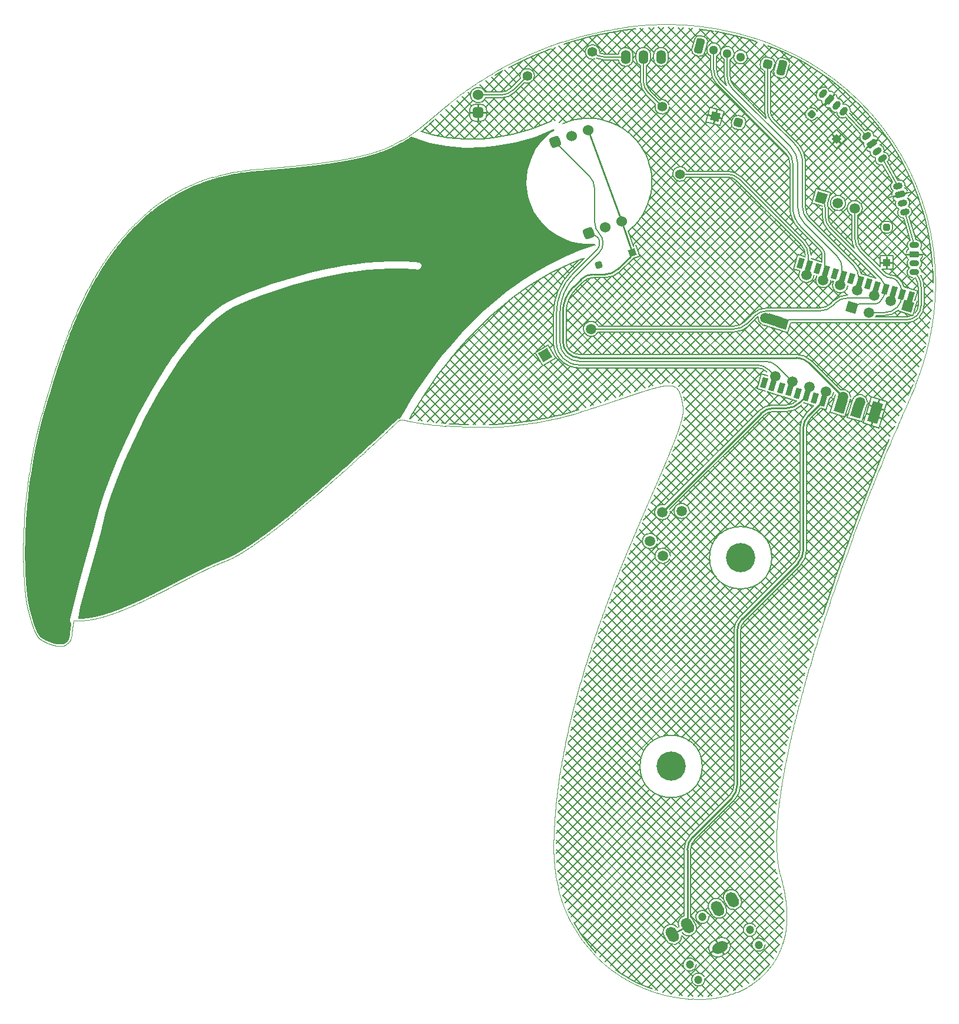
<source format=gtl>
G04*
G04 #@! TF.GenerationSoftware,Altium Limited,Altium Designer,24.4.0 (9)*
G04*
G04 Layer_Physical_Order=1*
G04 Layer_Color=3394611*
%FSLAX25Y25*%
%MOIN*%
G70*
G04*
G04 #@! TF.SameCoordinates,6A74A827-5FBE-472E-901E-0A1D8F3314CC*
G04*
G04*
G04 #@! TF.FilePolarity,Positive*
G04*
G01*
G75*
%ADD10C,0.00787*%
%ADD11C,0.00591*%
%ADD14C,0.00984*%
%ADD15C,0.00394*%
G04:AMPARAMS|DCode=19|XSize=59.06mil|YSize=31.5mil|CornerRadius=0mil|HoleSize=0mil|Usage=FLASHONLY|Rotation=73.000|XOffset=0mil|YOffset=0mil|HoleType=Round|Shape=Rectangle|*
%AMROTATEDRECTD19*
4,1,4,0.00643,-0.03284,-0.02369,-0.02363,-0.00643,0.03284,0.02369,0.02363,0.00643,-0.03284,0.0*
%
%ADD19ROTATEDRECTD19*%

G04:AMPARAMS|DCode=20|XSize=78.74mil|YSize=59.06mil|CornerRadius=0mil|HoleSize=0mil|Usage=FLASHONLY|Rotation=163.000|XOffset=0mil|YOffset=0mil|HoleType=Round|Shape=Rectangle|*
%AMROTATEDRECTD20*
4,1,4,0.04628,0.01673,0.02902,-0.03975,-0.04628,-0.01673,-0.02902,0.03975,0.04628,0.01673,0.0*
%
%ADD20ROTATEDRECTD20*%

G04:AMPARAMS|DCode=21|XSize=78.74mil|YSize=59.06mil|CornerRadius=0mil|HoleSize=0mil|Usage=FLASHONLY|Rotation=73.000|XOffset=0mil|YOffset=0mil|HoleType=Round|Shape=Rectangle|*
%AMROTATEDRECTD21*
4,1,4,0.01673,-0.04628,-0.03975,-0.02902,-0.01673,0.04628,0.03975,0.02902,0.01673,-0.04628,0.0*
%
%ADD21ROTATEDRECTD21*%

%ADD37C,0.05906*%
%ADD46C,0.05512*%
%ADD53C,0.05118*%
G04:AMPARAMS|DCode=57|XSize=35.43mil|YSize=55.12mil|CornerRadius=8.86mil|HoleSize=0mil|Usage=FLASHONLY|Rotation=140.000|XOffset=0mil|YOffset=0mil|HoleType=Round|Shape=RoundedRectangle|*
%AMROUNDEDRECTD57*
21,1,0.03543,0.03740,0,0,140.0*
21,1,0.01772,0.05512,0,0,140.0*
1,1,0.01772,0.00524,0.02002*
1,1,0.01772,0.01881,0.00863*
1,1,0.01772,-0.00524,-0.02002*
1,1,0.01772,-0.01881,-0.00863*
%
%ADD57ROUNDEDRECTD57*%
G04:AMPARAMS|DCode=58|XSize=35.43mil|YSize=55.12mil|CornerRadius=0mil|HoleSize=0mil|Usage=FLASHONLY|Rotation=320.000|XOffset=0mil|YOffset=0mil|HoleType=Round|Shape=Round|*
%AMOVALD58*
21,1,0.01968,0.03543,0.00000,0.00000,50.0*
1,1,0.03543,-0.00633,-0.00754*
1,1,0.03543,0.00633,0.00754*
%
%ADD58OVALD58*%

G04:AMPARAMS|DCode=59|XSize=35.43mil|YSize=55.12mil|CornerRadius=8.86mil|HoleSize=0mil|Usage=FLASHONLY|Rotation=125.000|XOffset=0mil|YOffset=0mil|HoleType=Round|Shape=RoundedRectangle|*
%AMROUNDEDRECTD59*
21,1,0.03543,0.03740,0,0,125.0*
21,1,0.01772,0.05512,0,0,125.0*
1,1,0.01772,0.01024,0.01798*
1,1,0.01772,0.02040,0.00347*
1,1,0.01772,-0.01024,-0.01798*
1,1,0.01772,-0.02040,-0.00347*
%
%ADD59ROUNDEDRECTD59*%
G04:AMPARAMS|DCode=60|XSize=35.43mil|YSize=55.12mil|CornerRadius=0mil|HoleSize=0mil|Usage=FLASHONLY|Rotation=305.000|XOffset=0mil|YOffset=0mil|HoleType=Round|Shape=Round|*
%AMOVALD60*
21,1,0.01968,0.03543,0.00000,0.00000,35.0*
1,1,0.03543,-0.00806,-0.00564*
1,1,0.03543,0.00806,0.00564*
%
%ADD60OVALD60*%

G04:AMPARAMS|DCode=61|XSize=35.43mil|YSize=55.12mil|CornerRadius=8.86mil|HoleSize=0mil|Usage=FLASHONLY|Rotation=105.000|XOffset=0mil|YOffset=0mil|HoleType=Round|Shape=RoundedRectangle|*
%AMROUNDEDRECTD61*
21,1,0.03543,0.03740,0,0,105.0*
21,1,0.01772,0.05512,0,0,105.0*
1,1,0.01772,0.01577,0.01340*
1,1,0.01772,0.02036,-0.00372*
1,1,0.01772,-0.01577,-0.01340*
1,1,0.01772,-0.02036,0.00372*
%
%ADD61ROUNDEDRECTD61*%
G04:AMPARAMS|DCode=62|XSize=35.43mil|YSize=55.12mil|CornerRadius=0mil|HoleSize=0mil|Usage=FLASHONLY|Rotation=285.000|XOffset=0mil|YOffset=0mil|HoleType=Round|Shape=Round|*
%AMOVALD62*
21,1,0.01968,0.03543,0.00000,0.00000,15.0*
1,1,0.03543,-0.00951,-0.00255*
1,1,0.03543,0.00951,0.00255*
%
%ADD62OVALD62*%

G04:AMPARAMS|DCode=63|XSize=35.43mil|YSize=55.12mil|CornerRadius=8.86mil|HoleSize=0mil|Usage=FLASHONLY|Rotation=90.000|XOffset=0mil|YOffset=0mil|HoleType=Round|Shape=RoundedRectangle|*
%AMROUNDEDRECTD63*
21,1,0.03543,0.03740,0,0,90.0*
21,1,0.01772,0.05512,0,0,90.0*
1,1,0.01772,0.01870,0.00886*
1,1,0.01772,0.01870,-0.00886*
1,1,0.01772,-0.01870,-0.00886*
1,1,0.01772,-0.01870,0.00886*
%
%ADD63ROUNDEDRECTD63*%
%ADD64O,0.05512X0.03543*%
%ADD65C,0.06000*%
G04:AMPARAMS|DCode=66|XSize=60mil|YSize=60mil|CornerRadius=15mil|HoleSize=0mil|Usage=FLASHONLY|Rotation=200.000|XOffset=0mil|YOffset=0mil|HoleType=Round|Shape=RoundedRectangle|*
%AMROUNDEDRECTD66*
21,1,0.06000,0.03000,0,0,200.0*
21,1,0.03000,0.06000,0,0,200.0*
1,1,0.03000,-0.01923,0.00897*
1,1,0.03000,0.00897,0.01923*
1,1,0.03000,0.01923,-0.00897*
1,1,0.03000,-0.00897,-0.01923*
%
%ADD66ROUNDEDRECTD66*%
%ADD67P,0.05568X4X245.0*%
G04:AMPARAMS|DCode=68|XSize=39.37mil|YSize=39.37mil|CornerRadius=9.84mil|HoleSize=0mil|Usage=FLASHONLY|Rotation=200.000|XOffset=0mil|YOffset=0mil|HoleType=Round|Shape=RoundedRectangle|*
%AMROUNDEDRECTD68*
21,1,0.03937,0.01968,0,0,200.0*
21,1,0.01968,0.03937,0,0,200.0*
1,1,0.01968,-0.01262,0.00588*
1,1,0.01968,0.00588,0.01262*
1,1,0.01968,0.01262,-0.00588*
1,1,0.01968,-0.00588,-0.01262*
%
%ADD68ROUNDEDRECTD68*%
%ADD69P,0.06960X4X390.0*%
G04:AMPARAMS|DCode=70|XSize=49.21mil|YSize=49.21mil|CornerRadius=12.3mil|HoleSize=0mil|Usage=FLASHONLY|Rotation=345.000|XOffset=0mil|YOffset=0mil|HoleType=Round|Shape=RoundedRectangle|*
%AMROUNDEDRECTD70*
21,1,0.04921,0.02461,0,0,345.0*
21,1,0.02461,0.04921,0,0,345.0*
1,1,0.02461,0.00870,-0.01507*
1,1,0.02461,-0.01507,-0.00870*
1,1,0.02461,-0.00870,0.01507*
1,1,0.02461,0.01507,0.00870*
%
%ADD70ROUNDEDRECTD70*%
%ADD71P,0.08352X4X165.0*%
%ADD72C,0.05906*%
G04:AMPARAMS|DCode=73|XSize=60mil|YSize=60mil|CornerRadius=15mil|HoleSize=0mil|Usage=FLASHONLY|Rotation=270.000|XOffset=0mil|YOffset=0mil|HoleType=Round|Shape=RoundedRectangle|*
%AMROUNDEDRECTD73*
21,1,0.06000,0.03000,0,0,270.0*
21,1,0.03000,0.06000,0,0,270.0*
1,1,0.03000,-0.01500,-0.01500*
1,1,0.03000,-0.01500,0.01500*
1,1,0.03000,0.01500,0.01500*
1,1,0.03000,0.01500,-0.01500*
%
%ADD73ROUNDEDRECTD73*%
%ADD74O,0.05512X0.07874*%
G04:AMPARAMS|DCode=75|XSize=86.61mil|YSize=47.24mil|CornerRadius=11.81mil|HoleSize=0mil|Usage=FLASHONLY|Rotation=255.000|XOffset=0mil|YOffset=0mil|HoleType=Round|Shape=RoundedRectangle|*
%AMROUNDEDRECTD75*
21,1,0.08661,0.02362,0,0,255.0*
21,1,0.06299,0.04724,0,0,255.0*
1,1,0.02362,-0.01956,-0.02737*
1,1,0.02362,-0.00326,0.03348*
1,1,0.02362,0.01956,0.02737*
1,1,0.02362,0.00326,-0.03348*
%
%ADD75ROUNDEDRECTD75*%
G04:AMPARAMS|DCode=76|XSize=51.18mil|YSize=51.18mil|CornerRadius=12.8mil|HoleSize=0mil|Usage=FLASHONLY|Rotation=165.000|XOffset=0mil|YOffset=0mil|HoleType=Round|Shape=RoundedRectangle|*
%AMROUNDEDRECTD76*
21,1,0.05118,0.02559,0,0,165.0*
21,1,0.02559,0.05118,0,0,165.0*
1,1,0.02559,-0.00905,0.01567*
1,1,0.02559,0.01567,0.00905*
1,1,0.02559,0.00905,-0.01567*
1,1,0.02559,-0.01567,-0.00905*
%
%ADD76ROUNDEDRECTD76*%
%ADD77P,0.08352X4X388.0*%
%ADD78R,0.03937X0.03937*%
G04:AMPARAMS|DCode=79|XSize=39.37mil|YSize=39.37mil|CornerRadius=9.84mil|HoleSize=0mil|Usage=FLASHONLY|Rotation=90.000|XOffset=0mil|YOffset=0mil|HoleType=Round|Shape=RoundedRectangle|*
%AMROUNDEDRECTD79*
21,1,0.03937,0.01968,0,0,90.0*
21,1,0.01968,0.03937,0,0,90.0*
1,1,0.01968,0.00984,0.00984*
1,1,0.01968,0.00984,-0.00984*
1,1,0.01968,-0.00984,-0.00984*
1,1,0.01968,-0.00984,0.00984*
%
%ADD79ROUNDEDRECTD79*%
%ADD80P,0.05568X4X180.0*%
G04:AMPARAMS|DCode=81|XSize=39.37mil|YSize=39.37mil|CornerRadius=9.84mil|HoleSize=0mil|Usage=FLASHONLY|Rotation=135.000|XOffset=0mil|YOffset=0mil|HoleType=Round|Shape=RoundedRectangle|*
%AMROUNDEDRECTD81*
21,1,0.03937,0.01968,0,0,135.0*
21,1,0.01968,0.03937,0,0,135.0*
1,1,0.01968,0.00000,0.01392*
1,1,0.01968,0.01392,0.00000*
1,1,0.01968,0.00000,-0.01392*
1,1,0.01968,-0.01392,0.00000*
%
%ADD81ROUNDEDRECTD81*%
%ADD82C,0.04724*%
G04:AMPARAMS|DCode=83|XSize=90.55mil|YSize=62.99mil|CornerRadius=0mil|HoleSize=0mil|Usage=FLASHONLY|Rotation=120.000|XOffset=0mil|YOffset=0mil|HoleType=Round|Shape=Round|*
%AMOVALD83*
21,1,0.02756,0.06299,0.00000,0.00000,120.0*
1,1,0.06299,0.00689,-0.01193*
1,1,0.06299,-0.00689,0.01193*
%
%ADD83OVALD83*%

G04:AMPARAMS|DCode=84|XSize=90.55mil|YSize=62.99mil|CornerRadius=0mil|HoleSize=0mil|Usage=FLASHONLY|Rotation=210.000|XOffset=0mil|YOffset=0mil|HoleType=Round|Shape=Round|*
%AMOVALD84*
21,1,0.02756,0.06299,0.00000,0.00000,210.0*
1,1,0.06299,0.01193,0.00689*
1,1,0.06299,-0.01193,-0.00689*
%
%ADD84OVALD84*%

%ADD85C,0.16535*%
G36*
X16670Y450527D02*
X14151Y448926D01*
X9653Y444745D01*
X6176Y440040D01*
X3223Y434190D01*
X1250Y427844D01*
X643Y420310D01*
X1847Y413122D01*
X2950Y409290D01*
X5093Y404355D01*
X7658Y400654D01*
X10288Y397472D01*
X13957Y394193D01*
X17950Y391369D01*
X22171Y389258D01*
X25612Y387765D01*
X30807Y386629D01*
X34346Y386336D01*
X39346Y386428D01*
X39847Y385924D01*
X39949Y385678D01*
X39908Y385538D01*
X38889Y385210D01*
X31081Y382580D01*
X22729Y379180D01*
X12576Y374198D01*
X5005Y369850D01*
X-1245Y365835D01*
X-10262Y359341D01*
X-16725Y354145D01*
X-22835Y348796D01*
X-30857Y341086D01*
X-36105Y335593D01*
X-41811Y329187D01*
X-47170Y322721D01*
X-53004Y315155D01*
X-61088Y303567D01*
X-64510Y298200D01*
X-68464Y291533D01*
X-70522Y287571D01*
X-70723Y287546D01*
X-70805Y287519D01*
X-70891Y287510D01*
X-71563Y287306D01*
X-71651Y287260D01*
X-71745Y287231D01*
X-72365Y286900D01*
X-72453Y286828D01*
X-72551Y286771D01*
X-73402Y286030D01*
X-73415Y286012D01*
X-73434Y286001D01*
X-74802Y284700D01*
X-74802Y284699D01*
X-74952Y284558D01*
X-74952Y284558D01*
X-75106Y284412D01*
X-75262Y284263D01*
X-75422Y284112D01*
X-75422Y284112D01*
X-75585Y283958D01*
X-75751Y283801D01*
X-75751Y283801D01*
X-75919Y283641D01*
X-75919Y283641D01*
X-76091Y283478D01*
X-76266Y283313D01*
X-76266Y283313D01*
X-76444Y283145D01*
X-76444Y283145D01*
X-76685Y282917D01*
X-76685Y282917D01*
X-76932Y282684D01*
X-76932Y282684D01*
X-77184Y282446D01*
X-77441Y282204D01*
X-77703Y281957D01*
X-78038Y281642D01*
X-78038Y281642D01*
X-78380Y281320D01*
X-78729Y280991D01*
X-79159Y280587D01*
X-79159Y280587D01*
X-79599Y280174D01*
X-80127Y279679D01*
X-80667Y279173D01*
X-80667Y279173D01*
X-81303Y278578D01*
X-82121Y277813D01*
X-83227Y276782D01*
X-85285Y274868D01*
X-90510Y270045D01*
X-92096Y268590D01*
X-93396Y267401D01*
X-94500Y266394D01*
X-94500Y266394D01*
X-95509Y265476D01*
X-96531Y264547D01*
X-96531Y264547D01*
X-97451Y263714D01*
X-98264Y262977D01*
X-98264Y262977D01*
X-99086Y262235D01*
X-99086Y262235D01*
X-99913Y261489D01*
X-100629Y260844D01*
X-101349Y260197D01*
X-102074Y259546D01*
X-102804Y258893D01*
X-103539Y258235D01*
X-104153Y257686D01*
X-104772Y257134D01*
X-105393Y256581D01*
X-106016Y256027D01*
X-106643Y255470D01*
X-106643Y255470D01*
X-107271Y254913D01*
X-107903Y254354D01*
X-108537Y253793D01*
X-108537Y253793D01*
X-109172Y253232D01*
X-109683Y252782D01*
X-109683Y252782D01*
X-110195Y252331D01*
X-110708Y251880D01*
X-110708Y251880D01*
X-111222Y251429D01*
X-111737Y250977D01*
X-112254Y250524D01*
X-112772Y250071D01*
X-113291Y249618D01*
X-113811Y249164D01*
X-114332Y248710D01*
X-114332Y248710D01*
X-114854Y248257D01*
X-114854Y248257D01*
X-115376Y247803D01*
X-115900Y247349D01*
X-116424Y246895D01*
X-116949Y246441D01*
X-117475Y245987D01*
X-117475Y245987D01*
X-118001Y245534D01*
X-118528Y245080D01*
X-118924Y244740D01*
X-119320Y244401D01*
X-119717Y244060D01*
X-120113Y243721D01*
X-120509Y243382D01*
X-120906Y243043D01*
X-120906Y243043D01*
X-121303Y242705D01*
X-121701Y242366D01*
X-122098Y242028D01*
X-122496Y241690D01*
X-122894Y241353D01*
X-122894Y241353D01*
X-123291Y241016D01*
X-123689Y240679D01*
X-123690Y240679D01*
X-124088Y240343D01*
X-124485Y240007D01*
X-124883Y239672D01*
X-125281Y239337D01*
X-125679Y239003D01*
X-126077Y238669D01*
X-126475Y238336D01*
X-126873Y238003D01*
X-127270Y237671D01*
X-127668Y237339D01*
X-128066Y237008D01*
X-128066Y237008D01*
X-128462Y236678D01*
X-128860Y236348D01*
X-129257Y236019D01*
X-129654Y235691D01*
X-130049Y235364D01*
X-130446Y235037D01*
X-130446Y235037D01*
X-130842Y234711D01*
X-130842Y234711D01*
X-131237Y234387D01*
X-131237Y234387D01*
X-131633Y234062D01*
X-131633Y234062D01*
X-132027Y233739D01*
X-132422Y233416D01*
X-132817Y233095D01*
X-133210Y232774D01*
X-133210Y232774D01*
X-133604Y232454D01*
X-133997Y232135D01*
X-134389Y231817D01*
X-134389Y231817D01*
X-134780Y231501D01*
X-134780Y231501D01*
X-135042Y231290D01*
X-135302Y231080D01*
X-135563Y230870D01*
X-135823Y230661D01*
X-136083Y230452D01*
X-136344Y230243D01*
X-136603Y230036D01*
X-136603Y230036D01*
X-136863Y229828D01*
X-137122Y229621D01*
X-137122Y229621D01*
X-137380Y229415D01*
X-137638Y229210D01*
X-137897Y229004D01*
X-138155Y228799D01*
X-138412Y228595D01*
X-138670Y228391D01*
X-138927Y228189D01*
X-139183Y227986D01*
X-139440Y227783D01*
X-139696Y227582D01*
X-139696Y227582D01*
X-139952Y227381D01*
X-140207Y227181D01*
X-140462Y226982D01*
X-140717Y226782D01*
X-140717Y226782D01*
X-140972Y226584D01*
X-141225Y226385D01*
X-141225Y226385D01*
X-141478Y226189D01*
X-141478Y226189D01*
X-141732Y225992D01*
X-141732Y225992D01*
X-141985Y225795D01*
X-142237Y225601D01*
X-142489Y225406D01*
X-142489Y225406D01*
X-142741Y225212D01*
X-142992Y225017D01*
X-143243Y224825D01*
X-143493Y224633D01*
X-143744Y224441D01*
X-143993Y224251D01*
X-144242Y224060D01*
X-144491Y223870D01*
X-144739Y223682D01*
X-144986Y223494D01*
X-145234Y223307D01*
X-145481Y223120D01*
X-145728Y222934D01*
X-145973Y222749D01*
X-146219Y222564D01*
X-146464Y222381D01*
X-146708Y222198D01*
X-146953Y222015D01*
X-147195Y221834D01*
X-147195Y221834D01*
X-147438Y221653D01*
X-147681Y221473D01*
X-147923Y221293D01*
X-148164Y221116D01*
X-148405Y220938D01*
X-148646Y220761D01*
X-148885Y220585D01*
X-149125Y220409D01*
X-149364Y220235D01*
X-149601Y220062D01*
X-149838Y219889D01*
X-150076Y219717D01*
X-150312Y219546D01*
X-150312Y219546D01*
X-150547Y219376D01*
X-150783Y219206D01*
X-150783Y219206D01*
X-151018Y219038D01*
X-151252Y218870D01*
X-151485Y218703D01*
X-151717Y218538D01*
X-151949Y218373D01*
X-152181Y218208D01*
X-152412Y218045D01*
X-152641Y217883D01*
X-152872Y217721D01*
X-152872Y217721D01*
X-153100Y217561D01*
X-153329Y217401D01*
X-153556Y217243D01*
X-153782Y217086D01*
X-154009Y216928D01*
X-154234Y216774D01*
X-154459Y216618D01*
X-154682Y216465D01*
X-154906Y216311D01*
X-155130Y216159D01*
X-155350Y216009D01*
X-155571Y215859D01*
X-155792Y215710D01*
X-156012Y215562D01*
X-156231Y215416D01*
X-156449Y215269D01*
X-156666Y215125D01*
X-156884Y214980D01*
X-157100Y214837D01*
X-157315Y214696D01*
X-157529Y214555D01*
X-157742Y214416D01*
X-157955Y214277D01*
X-158167Y214139D01*
X-158379Y214003D01*
X-158588Y213868D01*
X-158800Y213733D01*
X-159008Y213599D01*
X-159215Y213468D01*
X-159215Y213468D01*
X-159319Y213402D01*
X-159423Y213336D01*
X-159526Y213271D01*
X-159628Y213207D01*
X-159628Y213207D01*
X-159731Y213142D01*
X-159835Y213078D01*
X-159835Y213078D01*
X-159936Y213014D01*
X-159936Y213014D01*
X-160038Y212951D01*
X-160038Y212951D01*
X-160141Y212887D01*
X-160242Y212824D01*
X-160343Y212761D01*
X-160446Y212698D01*
X-160446Y212698D01*
X-160546Y212636D01*
X-160546Y212636D01*
X-160647Y212575D01*
X-160747Y212513D01*
X-160848Y212451D01*
X-160948Y212390D01*
X-161048Y212330D01*
X-161148Y212268D01*
X-161148Y212268D01*
X-161247Y212209D01*
X-161347Y212148D01*
X-161347Y212148D01*
X-161445Y212089D01*
X-161545Y212029D01*
X-161545Y212029D01*
X-161643Y211971D01*
X-161742Y211912D01*
X-161742Y211912D01*
X-161840Y211853D01*
X-161840Y211853D01*
X-161938Y211795D01*
X-162035Y211738D01*
X-162132Y211680D01*
X-162230Y211622D01*
X-162327Y211565D01*
X-162423Y211509D01*
X-162521Y211452D01*
X-162521Y211452D01*
X-162617Y211396D01*
X-162712Y211341D01*
X-162808Y211286D01*
X-162903Y211230D01*
X-163000Y211175D01*
X-163093Y211121D01*
X-163093Y211121D01*
X-163188Y211067D01*
X-163284Y211012D01*
X-163378Y210959D01*
X-163471Y210906D01*
X-163566Y210853D01*
X-163660Y210800D01*
X-163752Y210748D01*
X-163752Y210748D01*
X-163846Y210696D01*
X-163939Y210644D01*
X-164031Y210593D01*
X-164124Y210541D01*
X-164215Y210491D01*
X-164308Y210440D01*
X-164398Y210390D01*
X-164491Y210340D01*
X-164582Y210291D01*
X-164673Y210241D01*
X-164762Y210193D01*
X-164854Y210144D01*
X-164944Y210096D01*
X-165034Y210048D01*
X-165122Y210001D01*
X-165212Y209953D01*
X-165300Y209907D01*
X-165300Y209907D01*
X-165390Y209860D01*
X-165479Y209813D01*
X-165565Y209768D01*
X-165655Y209722D01*
X-165743Y209677D01*
X-165743Y209677D01*
X-165828Y209633D01*
X-165917Y209587D01*
X-166004Y209543D01*
X-166089Y209500D01*
X-166177Y209455D01*
X-166261Y209413D01*
X-166347Y209370D01*
X-166433Y209327D01*
X-166519Y209284D01*
X-166603Y209243D01*
X-166689Y209201D01*
X-166772Y209161D01*
X-166856Y209120D01*
X-166941Y209078D01*
X-167025Y209038D01*
X-167108Y208998D01*
X-167190Y208959D01*
X-167273Y208920D01*
X-167354Y208882D01*
X-167438Y208843D01*
X-167520Y208805D01*
X-167600Y208768D01*
X-167683Y208729D01*
X-167683Y208729D01*
X-167762Y208693D01*
X-167843Y208656D01*
X-167925Y208619D01*
X-168005Y208583D01*
X-168083Y208548D01*
X-168163Y208513D01*
X-168241Y208478D01*
X-168322Y208443D01*
X-168399Y208409D01*
X-168479Y208375D01*
X-168479Y208375D01*
X-168557Y208341D01*
X-168633Y208309D01*
X-168712Y208275D01*
X-168787Y208244D01*
X-168866Y208211D01*
X-168940Y208180D01*
X-169018Y208148D01*
X-169093Y208117D01*
X-169167Y208087D01*
X-169243Y208057D01*
X-169318Y208027D01*
X-169393Y207997D01*
X-169468Y207967D01*
X-169541Y207939D01*
X-169614Y207911D01*
X-169687Y207883D01*
X-169762Y207855D01*
X-169989Y207769D01*
X-169990Y207768D01*
X-169991Y207768D01*
X-170142Y207710D01*
X-170143Y207710D01*
X-170144Y207709D01*
X-170296Y207651D01*
X-170297Y207651D01*
X-170298Y207651D01*
X-170450Y207592D01*
X-170451Y207591D01*
X-170451Y207591D01*
X-170604Y207532D01*
X-170605Y207532D01*
X-170606Y207532D01*
X-170758Y207472D01*
X-170759Y207472D01*
X-170760Y207471D01*
X-170913Y207412D01*
X-170914Y207411D01*
X-170915Y207411D01*
X-171068Y207351D01*
X-171069Y207350D01*
X-171070Y207350D01*
X-171223Y207290D01*
X-171224Y207289D01*
X-171225Y207289D01*
X-171379Y207228D01*
X-171380Y207228D01*
X-171380Y207227D01*
X-171535Y207166D01*
X-171535Y207166D01*
X-171536Y207165D01*
X-171691Y207104D01*
X-171692Y207103D01*
X-171692Y207103D01*
X-171847Y207041D01*
X-171848Y207040D01*
X-171849Y207040D01*
X-172004Y206978D01*
X-172005Y206977D01*
X-172005Y206977D01*
X-172161Y206914D01*
X-172161Y206914D01*
X-172162Y206914D01*
X-172318Y206850D01*
X-172319Y206850D01*
X-172319Y206850D01*
X-172476Y206786D01*
X-172476Y206786D01*
X-172477Y206785D01*
X-172633Y206721D01*
X-172634Y206721D01*
X-172634Y206721D01*
X-172791Y206656D01*
X-172792Y206656D01*
X-172792Y206656D01*
X-172950Y206591D01*
X-172950Y206591D01*
X-172951Y206591D01*
X-173108Y206525D01*
X-173109Y206525D01*
X-173109Y206525D01*
X-173267Y206459D01*
X-173267Y206459D01*
X-173268Y206459D01*
X-173426Y206393D01*
X-173426Y206393D01*
X-173427Y206392D01*
X-173585Y206326D01*
X-173586Y206326D01*
X-173586Y206326D01*
X-173745Y206259D01*
X-173745Y206259D01*
X-173746Y206259D01*
X-173905Y206191D01*
X-173905Y206191D01*
X-173906Y206191D01*
X-174065Y206124D01*
X-174065Y206123D01*
X-174066Y206123D01*
X-174225Y206055D01*
X-174226Y206055D01*
X-174226Y206055D01*
X-174386Y205987D01*
X-174386Y205987D01*
X-174387Y205986D01*
X-174547Y205918D01*
X-174547Y205918D01*
X-174548Y205918D01*
X-174708Y205849D01*
X-174708Y205849D01*
X-174709Y205848D01*
X-174869Y205779D01*
X-174870Y205779D01*
X-174870Y205779D01*
X-175031Y205710D01*
X-175031Y205709D01*
X-175032Y205709D01*
X-175193Y205639D01*
X-175193Y205639D01*
X-175194Y205639D01*
X-175355Y205569D01*
X-175355Y205568D01*
X-175356Y205568D01*
X-175517Y205498D01*
X-175518Y205498D01*
X-175518Y205497D01*
X-175680Y205427D01*
X-175680Y205426D01*
X-175681Y205426D01*
X-175843Y205355D01*
X-175843Y205355D01*
X-175844Y205355D01*
X-176006Y205283D01*
X-176006Y205283D01*
X-176007Y205283D01*
X-176169Y205211D01*
X-176170Y205211D01*
X-176170Y205211D01*
X-176333Y205139D01*
X-176333Y205138D01*
X-176334Y205138D01*
X-176497Y205066D01*
X-176497Y205066D01*
X-176498Y205066D01*
X-176661Y204993D01*
X-176661Y204993D01*
X-176662Y204993D01*
X-176825Y204920D01*
X-176825Y204919D01*
X-176826Y204919D01*
X-176990Y204846D01*
X-176990Y204845D01*
X-176990Y204845D01*
X-177154Y204772D01*
X-177155Y204771D01*
X-177155Y204771D01*
X-177319Y204697D01*
X-177320Y204697D01*
X-177320Y204697D01*
X-177485Y204623D01*
X-177485Y204623D01*
X-177486Y204623D01*
X-177650Y204548D01*
X-177651Y204548D01*
X-177651Y204548D01*
X-177816Y204473D01*
X-177816Y204472D01*
X-177817Y204472D01*
X-177982Y204397D01*
X-177982Y204397D01*
X-177983Y204397D01*
X-178148Y204321D01*
X-178148Y204321D01*
X-178149Y204321D01*
X-178314Y204245D01*
X-178315Y204245D01*
X-178315Y204245D01*
X-178481Y204169D01*
X-178481Y204169D01*
X-178482Y204169D01*
X-178648Y204092D01*
X-178648Y204092D01*
X-178649Y204092D01*
X-178815Y204015D01*
X-178815Y204015D01*
X-178816Y204015D01*
X-178982Y203938D01*
X-178983Y203938D01*
X-178983Y203938D01*
X-179150Y203861D01*
X-179150Y203860D01*
X-179151Y203860D01*
X-179318Y203783D01*
X-179318Y203783D01*
X-179318Y203783D01*
X-179485Y203705D01*
X-179486Y203705D01*
X-179486Y203704D01*
X-179654Y203626D01*
X-179654Y203626D01*
X-179655Y203626D01*
X-179822Y203548D01*
X-179823Y203548D01*
X-179823Y203548D01*
X-179991Y203469D01*
X-179991Y203469D01*
X-179991Y203469D01*
X-180160Y203390D01*
X-180160Y203390D01*
X-180160Y203390D01*
X-180329Y203310D01*
X-180329Y203310D01*
X-180329Y203310D01*
X-180498Y203231D01*
X-180498Y203231D01*
X-180499Y203230D01*
X-180667Y203151D01*
X-180668Y203151D01*
X-180668Y203151D01*
X-180837Y203071D01*
X-180837Y203070D01*
X-180838Y203070D01*
X-181007Y202990D01*
X-181007Y202990D01*
X-181008Y202990D01*
X-181177Y202909D01*
X-181177Y202909D01*
X-181178Y202909D01*
X-181347Y202829D01*
X-181348Y202828D01*
X-181348Y202828D01*
X-181518Y202747D01*
X-181518Y202747D01*
X-181518Y202747D01*
X-181688Y202666D01*
X-181689Y202666D01*
X-181689Y202666D01*
X-181859Y202584D01*
X-181860Y202584D01*
X-181860Y202584D01*
X-182030Y202502D01*
X-182031Y202502D01*
X-182031Y202502D01*
X-182202Y202420D01*
X-182202Y202420D01*
X-182202Y202420D01*
X-182373Y202338D01*
X-182373Y202338D01*
X-182374Y202338D01*
X-182545Y202255D01*
X-182545Y202255D01*
X-182545Y202255D01*
X-182717Y202172D01*
X-182717Y202172D01*
X-182717Y202172D01*
X-182889Y202089D01*
X-182889Y202089D01*
X-182889Y202089D01*
X-183061Y202006D01*
X-183061Y202006D01*
X-183062Y202006D01*
X-183233Y201922D01*
X-183234Y201922D01*
X-183234Y201922D01*
X-183406Y201839D01*
X-183406Y201838D01*
X-183407Y201838D01*
X-183579Y201755D01*
X-183579Y201754D01*
X-183579Y201754D01*
X-183752Y201670D01*
X-183752Y201670D01*
X-183752Y201670D01*
X-183925Y201586D01*
X-183925Y201586D01*
X-183926Y201586D01*
X-184098Y201501D01*
X-184099Y201501D01*
X-184099Y201501D01*
X-184272Y201416D01*
X-184272Y201416D01*
X-184273Y201416D01*
X-184446Y201331D01*
X-184446Y201331D01*
X-184446Y201331D01*
X-184620Y201246D01*
X-184620Y201246D01*
X-184620Y201246D01*
X-184794Y201161D01*
X-184794Y201161D01*
X-184794Y201160D01*
X-184968Y201075D01*
X-184968Y201075D01*
X-184969Y201075D01*
X-185143Y200989D01*
X-185143Y200989D01*
X-185143Y200989D01*
X-185317Y200903D01*
X-185317Y200903D01*
X-185318Y200903D01*
X-185492Y200817D01*
X-185492Y200816D01*
X-185492Y200816D01*
X-185667Y200730D01*
X-185667Y200730D01*
X-185667Y200730D01*
X-185842Y200643D01*
X-185842Y200643D01*
X-185843Y200643D01*
X-186017Y200557D01*
X-186018Y200556D01*
X-186018Y200556D01*
X-186193Y200470D01*
X-186193Y200469D01*
X-186193Y200469D01*
X-186369Y200382D01*
X-186369Y200382D01*
X-186369Y200382D01*
X-186544Y200295D01*
X-186545Y200295D01*
X-186545Y200295D01*
X-186720Y200207D01*
X-186721Y200207D01*
X-186721Y200207D01*
X-186897Y200120D01*
X-186897Y200119D01*
X-186897Y200119D01*
X-187073Y200032D01*
X-187073Y200031D01*
X-187073Y200031D01*
X-187249Y199943D01*
X-187250Y199943D01*
X-187250Y199943D01*
X-187426Y199855D01*
X-187426Y199855D01*
X-187426Y199855D01*
X-187514Y199811D01*
X-187514Y199811D01*
X-187515Y199811D01*
X-187603Y199767D01*
X-187603Y199767D01*
X-187603Y199767D01*
X-187691Y199722D01*
X-187691Y199722D01*
X-187691Y199722D01*
X-187780Y199678D01*
X-187780Y199678D01*
X-187780Y199678D01*
X-187868Y199634D01*
X-187868Y199634D01*
X-187868Y199634D01*
X-187957Y199589D01*
X-187957Y199589D01*
X-187957Y199589D01*
X-188045Y199545D01*
X-188046Y199545D01*
X-188046Y199545D01*
X-188134Y199500D01*
X-188134Y199500D01*
X-188134Y199500D01*
X-188223Y199456D01*
X-188223Y199455D01*
X-188223Y199455D01*
X-188312Y199411D01*
X-188312Y199411D01*
X-188312Y199411D01*
X-188400Y199366D01*
X-188400Y199366D01*
X-188400Y199366D01*
X-188489Y199322D01*
X-188489Y199322D01*
X-188489Y199322D01*
X-188578Y199277D01*
X-188578Y199277D01*
X-188578Y199277D01*
X-188667Y199232D01*
X-188667Y199232D01*
X-188667Y199232D01*
X-188756Y199187D01*
X-188756Y199187D01*
X-188756Y199187D01*
X-188845Y199143D01*
X-188845Y199143D01*
X-188845Y199143D01*
X-188934Y199098D01*
X-188934Y199098D01*
X-188934Y199098D01*
X-189023Y199053D01*
X-189023Y199053D01*
X-189023Y199053D01*
X-189112Y199008D01*
X-189112Y199008D01*
X-189112Y199008D01*
X-189201Y198963D01*
X-189201Y198963D01*
X-189201Y198963D01*
X-189379Y198873D01*
X-189379Y198873D01*
X-189379Y198873D01*
X-189468Y198828D01*
X-189468Y198828D01*
X-189468Y198828D01*
X-189558Y198783D01*
X-189558Y198783D01*
X-189558Y198783D01*
X-189647Y198737D01*
X-189647Y198737D01*
X-189647Y198737D01*
X-189736Y198692D01*
X-189736Y198692D01*
X-189736Y198692D01*
X-189825Y198647D01*
X-189825Y198647D01*
X-189825Y198647D01*
X-189915Y198602D01*
X-189915Y198602D01*
X-189915Y198602D01*
X-190004Y198556D01*
X-190004Y198556D01*
X-190094Y198511D01*
X-190094Y198511D01*
X-190094Y198511D01*
X-190273Y198420D01*
X-190273Y198420D01*
X-190273Y198420D01*
X-190362Y198375D01*
X-190362Y198375D01*
X-190362Y198375D01*
X-190452Y198329D01*
X-190452Y198329D01*
X-190452Y198329D01*
X-190541Y198284D01*
X-190542Y198284D01*
X-190542Y198284D01*
X-190631Y198238D01*
X-190631Y198238D01*
X-190631Y198238D01*
X-190721Y198193D01*
X-190721Y198193D01*
X-190721Y198193D01*
X-190810Y198147D01*
X-190811Y198147D01*
X-190811Y198147D01*
X-190900Y198101D01*
X-190900Y198101D01*
X-190900Y198101D01*
X-190990Y198056D01*
X-190990Y198056D01*
X-191080Y198010D01*
X-191080Y198010D01*
X-191080Y198010D01*
X-191170Y197964D01*
X-191170Y197964D01*
X-191170Y197964D01*
X-191260Y197919D01*
X-191260Y197918D01*
X-191260Y197918D01*
X-191439Y197827D01*
X-191439Y197827D01*
X-191440Y197827D01*
X-191619Y197735D01*
X-191620Y197735D01*
X-191620Y197735D01*
X-191709Y197689D01*
X-191710Y197689D01*
X-191710Y197689D01*
X-191890Y197597D01*
X-191890Y197597D01*
X-191890Y197597D01*
X-191980Y197551D01*
X-191980Y197551D01*
X-191980Y197551D01*
X-192070Y197505D01*
X-192070Y197505D01*
X-192070Y197505D01*
X-192160Y197459D01*
X-192160Y197459D01*
X-192160Y197459D01*
X-192251Y197413D01*
X-192251Y197413D01*
X-192341Y197367D01*
X-192341Y197367D01*
X-192341Y197367D01*
X-192431Y197321D01*
X-192431Y197321D01*
X-192431Y197321D01*
X-192521Y197275D01*
X-192521Y197275D01*
X-192521Y197275D01*
X-192612Y197229D01*
X-192612Y197228D01*
X-192612Y197228D01*
X-192792Y197136D01*
X-192792Y197136D01*
X-192793Y197136D01*
X-192883Y197090D01*
X-192883Y197090D01*
X-192973Y197043D01*
X-192973Y197043D01*
X-192973Y197043D01*
X-193245Y196904D01*
X-193245Y196904D01*
X-193245Y196904D01*
X-193336Y196858D01*
X-193336Y196858D01*
X-193336Y196858D01*
X-193426Y196811D01*
X-193426Y196811D01*
X-193517Y196765D01*
X-193517Y196765D01*
X-193607Y196719D01*
X-193607Y196719D01*
X-193608Y196719D01*
X-193698Y196672D01*
X-193698Y196672D01*
X-193698Y196672D01*
X-193880Y196579D01*
X-193880Y196579D01*
X-193880Y196579D01*
X-193971Y196532D01*
X-193971Y196532D01*
X-193971Y196532D01*
X-194061Y196486D01*
X-194152Y196439D01*
X-194152Y196439D01*
X-194152Y196439D01*
X-194243Y196393D01*
X-194243Y196393D01*
X-194334Y196346D01*
X-194334Y196346D01*
X-194334Y196346D01*
X-194425Y196299D01*
X-194425Y196299D01*
X-194425Y196299D01*
X-194516Y196252D01*
X-194698Y196159D01*
X-194698Y196159D01*
X-194789Y196112D01*
X-194789Y196112D01*
X-194789Y196112D01*
X-194880Y196065D01*
X-194880Y196065D01*
X-194971Y196019D01*
X-194971Y196019D01*
X-194971Y196019D01*
X-195153Y195925D01*
X-195153Y195925D01*
X-195153Y195925D01*
X-195244Y195878D01*
X-195335Y195831D01*
X-195335Y195831D01*
X-195427Y195784D01*
X-195427Y195784D01*
X-195427Y195784D01*
X-195609Y195690D01*
X-195609Y195690D01*
X-195701Y195643D01*
X-195701Y195643D01*
X-195701Y195643D01*
X-195792Y195596D01*
X-195883Y195549D01*
X-195883Y195549D01*
X-195883Y195549D01*
X-196066Y195455D01*
X-196066Y195455D01*
X-196157Y195408D01*
X-196157Y195408D01*
X-196157Y195408D01*
X-196249Y195361D01*
X-196340Y195314D01*
X-196340Y195314D01*
X-196340Y195314D01*
X-196432Y195267D01*
X-196432Y195267D01*
X-196523Y195220D01*
X-196523Y195220D01*
X-196523Y195220D01*
X-196706Y195126D01*
X-196706Y195126D01*
X-196798Y195079D01*
X-196798Y195079D01*
X-196798Y195079D01*
X-197073Y194937D01*
X-197073Y194937D01*
X-197348Y194795D01*
X-197348Y194795D01*
X-197623Y194654D01*
X-197623Y194654D01*
X-198174Y194370D01*
X-198174Y194370D01*
X-198174Y194370D01*
X-198358Y194275D01*
X-198358Y194275D01*
X-198450Y194228D01*
X-198634Y194133D01*
X-198634Y194133D01*
X-198634Y194133D01*
X-198726Y194086D01*
X-199094Y193896D01*
X-199646Y193611D01*
X-199739Y193564D01*
X-199739Y193564D01*
X-199739Y193564D01*
X-199831Y193516D01*
X-199923Y193469D01*
X-199923Y193469D01*
X-199923Y193469D01*
X-200016Y193421D01*
X-200108Y193374D01*
X-200108Y193374D01*
X-200200Y193326D01*
X-200200Y193326D01*
X-200292Y193279D01*
X-200292Y193279D01*
X-200477Y193184D01*
X-200477Y193184D01*
X-200662Y193089D01*
X-200939Y192946D01*
X-201309Y192756D01*
X-201401Y192709D01*
X-201401Y192709D01*
X-201401Y192709D01*
X-201494Y192661D01*
X-201771Y192519D01*
X-201956Y192424D01*
X-202049Y192376D01*
X-202049Y192376D01*
X-202234Y192281D01*
X-202419Y192186D01*
X-202512Y192139D01*
X-202697Y192044D01*
X-202790Y191996D01*
X-202975Y191901D01*
X-203161Y191806D01*
X-203254Y191759D01*
X-203254Y191759D01*
X-203346Y191711D01*
X-203532Y191616D01*
X-203717Y191522D01*
X-203903Y191427D01*
X-204089Y191332D01*
X-204181Y191285D01*
X-204181Y191285D01*
X-204274Y191237D01*
X-204460Y191142D01*
X-204646Y191048D01*
X-204739Y191000D01*
X-204924Y190906D01*
X-205110Y190811D01*
X-205296Y190716D01*
X-205482Y190622D01*
X-205575Y190575D01*
X-205761Y190480D01*
X-205854Y190433D01*
X-206040Y190339D01*
X-206132Y190291D01*
X-206226Y190244D01*
X-206412Y190150D01*
X-206504Y190103D01*
X-206598Y190056D01*
X-206598Y190056D01*
X-206691Y190009D01*
X-206784Y189962D01*
X-206876Y189915D01*
X-206970Y189867D01*
X-206970Y189867D01*
X-207063Y189820D01*
X-207249Y189726D01*
X-207342Y189680D01*
X-207528Y189586D01*
X-207714Y189492D01*
X-207714Y189492D01*
X-207900Y189398D01*
X-207900Y189398D01*
X-208086Y189304D01*
X-208086Y189304D01*
X-208272Y189211D01*
X-208459Y189117D01*
X-208644Y189024D01*
X-208830Y188931D01*
X-209017Y188837D01*
X-209203Y188744D01*
X-209389Y188651D01*
X-209575Y188558D01*
X-209762Y188465D01*
X-209947Y188372D01*
X-209947Y188372D01*
X-210133Y188280D01*
X-210133Y188280D01*
X-210320Y188187D01*
X-210506Y188095D01*
X-210692Y188002D01*
X-210878Y187910D01*
X-211064Y187818D01*
X-211250Y187726D01*
X-211250Y187726D01*
X-211436Y187634D01*
X-211623Y187542D01*
X-211808Y187450D01*
X-211995Y187359D01*
X-212180Y187267D01*
X-212366Y187176D01*
X-212552Y187085D01*
X-212738Y186994D01*
X-212924Y186903D01*
X-213109Y186812D01*
X-213296Y186721D01*
X-213296Y186721D01*
X-213482Y186631D01*
X-213482Y186631D01*
X-213667Y186541D01*
X-213853Y186451D01*
X-214039Y186360D01*
X-214224Y186270D01*
X-214409Y186181D01*
X-214595Y186091D01*
X-214780Y186002D01*
X-214967Y185912D01*
X-215152Y185823D01*
X-215337Y185734D01*
X-215522Y185646D01*
X-215708Y185557D01*
X-215708Y185557D01*
X-215893Y185469D01*
X-216078Y185380D01*
X-216264Y185292D01*
X-216448Y185204D01*
X-216634Y185116D01*
X-216818Y185029D01*
X-217004Y184941D01*
X-217188Y184854D01*
X-217188Y184854D01*
X-217374Y184767D01*
X-217558Y184680D01*
X-217743Y184594D01*
X-217927Y184507D01*
X-218112Y184421D01*
X-218297Y184335D01*
X-218481Y184249D01*
X-218666Y184163D01*
X-218666Y184163D01*
X-218850Y184078D01*
X-219033Y183993D01*
X-219218Y183908D01*
X-219402Y183823D01*
X-219586Y183739D01*
X-219586Y183739D01*
X-219770Y183654D01*
X-219954Y183570D01*
X-219954Y183570D01*
X-220138Y183486D01*
X-220321Y183402D01*
X-220504Y183319D01*
X-220504Y183319D01*
X-220689Y183235D01*
X-220871Y183152D01*
X-221055Y183069D01*
X-221238Y182987D01*
X-221422Y182904D01*
X-221604Y182823D01*
X-221788Y182740D01*
X-221971Y182659D01*
X-222153Y182577D01*
X-222335Y182497D01*
X-222335Y182497D01*
X-222519Y182415D01*
X-222701Y182335D01*
X-222884Y182254D01*
X-223065Y182175D01*
X-223247Y182095D01*
X-223430Y182015D01*
X-223612Y181935D01*
X-223793Y181857D01*
X-223793Y181857D01*
X-223976Y181778D01*
X-224157Y181699D01*
X-224338Y181621D01*
X-224338Y181621D01*
X-224520Y181543D01*
X-224701Y181465D01*
X-224882Y181388D01*
X-225064Y181310D01*
X-225244Y181234D01*
X-225425Y181157D01*
X-225606Y181081D01*
X-225606Y181081D01*
X-225787Y181005D01*
X-225968Y180929D01*
X-225968Y180929D01*
X-226147Y180854D01*
X-226147Y180854D01*
X-226327Y180779D01*
X-226507Y180704D01*
X-226687Y180629D01*
X-226868Y180555D01*
X-227046Y180481D01*
X-227046Y180481D01*
X-227226Y180408D01*
X-227406Y180334D01*
X-227586Y180261D01*
X-227764Y180189D01*
X-227943Y180116D01*
X-228121Y180044D01*
X-228301Y179972D01*
X-228479Y179901D01*
X-228657Y179830D01*
X-228657D01*
X-228837Y179759D01*
X-229013Y179689D01*
X-229193Y179618D01*
X-229370Y179548D01*
X-229548Y179479D01*
X-229726Y179410D01*
X-229902Y179342D01*
X-230079Y179273D01*
X-230079Y179273D01*
X-230257Y179205D01*
X-230433Y179137D01*
X-230611Y179069D01*
X-230786Y179003D01*
X-230962Y178936D01*
X-231139Y178869D01*
X-231316Y178804D01*
X-231492Y178738D01*
X-231666Y178673D01*
X-231843Y178608D01*
X-231843Y178608D01*
X-232017Y178544D01*
X-232192Y178479D01*
X-232367Y178416D01*
X-232543Y178352D01*
X-232717Y178289D01*
X-232891Y178227D01*
X-233067Y178164D01*
X-233241Y178102D01*
X-233414Y178041D01*
X-233588Y177980D01*
X-233588Y177979D01*
X-233761Y177919D01*
X-233933Y177859D01*
X-234108Y177798D01*
X-234279Y177740D01*
X-234452Y177680D01*
X-234625Y177622D01*
X-234798Y177563D01*
X-234969Y177505D01*
X-235142Y177447D01*
X-235314Y177390D01*
X-235484Y177334D01*
X-235656Y177278D01*
X-235829Y177221D01*
X-235999Y177166D01*
X-236170Y177111D01*
X-236339Y177056D01*
X-236511Y177002D01*
X-236681Y176948D01*
X-236849Y176895D01*
X-237021Y176841D01*
X-237190Y176789D01*
X-237357Y176737D01*
X-237528Y176685D01*
X-237697Y176634D01*
X-237864Y176584D01*
X-238032Y176534D01*
X-238202Y176483D01*
X-238370Y176434D01*
X-238536Y176385D01*
X-238536D01*
X-238705Y176336D01*
X-238705Y176336D01*
X-238870Y176289D01*
X-239038Y176241D01*
X-239204Y176194D01*
X-239370Y176147D01*
X-239539Y176100D01*
X-239704Y176055D01*
X-239870Y176009D01*
X-239870Y176009D01*
X-240034Y175965D01*
X-240200Y175920D01*
X-240365Y175876D01*
X-240531Y175833D01*
X-240693Y175790D01*
X-240860Y175747D01*
X-241021Y175706D01*
X-241021D01*
X-241185Y175664D01*
X-241349Y175623D01*
X-241514Y175582D01*
X-241674Y175543D01*
X-241838Y175503D01*
X-242002Y175464D01*
X-242163Y175425D01*
X-242324Y175387D01*
X-242486Y175350D01*
X-242647Y175313D01*
X-242809Y175276D01*
X-242970Y175240D01*
X-243130Y175204D01*
X-243291Y175169D01*
X-243450Y175135D01*
X-243610Y175101D01*
X-243771Y175067D01*
X-243931Y175034D01*
X-244087Y175002D01*
X-244247Y174970D01*
X-244404Y174939D01*
X-244564Y174907D01*
X-244719Y174878D01*
X-244880Y174847D01*
X-245035Y174818D01*
X-245191Y174790D01*
X-245348Y174761D01*
X-245505Y174733D01*
X-245662Y174706D01*
X-245815Y174680D01*
X-245971Y174654D01*
X-246128Y174628D01*
X-246280Y174603D01*
X-246438Y174579D01*
X-246590Y174555D01*
X-246744Y174532D01*
X-246898Y174509D01*
X-247052Y174487D01*
X-247205Y174465D01*
X-247355Y174444D01*
X-247509Y174424D01*
X-247659Y174404D01*
X-247813Y174384D01*
X-247965Y174365D01*
X-248115Y174347D01*
X-248267Y174329D01*
X-248415Y174313D01*
X-248565Y174296D01*
X-248714Y174280D01*
X-248866Y174265D01*
X-249014Y174250D01*
X-249163Y174236D01*
X-249311Y174222D01*
X-249457Y174209D01*
X-249608Y174197D01*
X-249754Y174185D01*
X-249902Y174174D01*
X-250047Y174163D01*
X-250194Y174153D01*
X-250339Y174144D01*
X-250485Y174135D01*
X-250632Y174127D01*
X-250775Y174119D01*
X-250920Y174112D01*
X-251062Y174106D01*
X-251210Y174100D01*
X-251350Y174095D01*
X-251496Y174091D01*
X-251637Y174087D01*
X-251780Y174083D01*
X-251922Y174081D01*
X-252062Y174079D01*
X-252206Y174077D01*
X-252345Y174076D01*
X-252488Y174076D01*
X-252505Y174076D01*
X-252882Y174369D01*
X-253028Y174537D01*
X-253078Y174623D01*
X-253119Y174752D01*
X-253132Y174871D01*
X-251818Y180674D01*
X-248355Y193943D01*
X-244031Y209520D01*
X-244031Y209522D01*
X-244030Y209524D01*
X-240375Y222784D01*
X-240374Y222806D01*
X-240364Y222827D01*
X-237506Y234176D01*
X-234878Y242635D01*
X-230928Y253340D01*
X-226892Y263215D01*
X-221788Y274678D01*
X-215328Y287885D01*
X-207650Y301947D01*
X-199112Y315668D01*
X-195881Y320350D01*
X-190700Y327274D01*
X-184543Y334564D01*
X-178913Y340322D01*
X-174291Y344382D01*
X-169018Y348256D01*
X-165782Y350220D01*
X-161435Y352345D01*
X-155069Y354925D01*
X-148074Y357575D01*
X-140879Y360092D01*
X-130577Y363312D01*
X-121571Y365765D01*
X-113449Y367681D01*
X-101281Y369998D01*
X-96102Y370773D01*
X-89218Y371592D01*
X-83021Y372109D01*
X-76544Y372406D01*
X-72948Y372452D01*
X-70954Y372438D01*
X-67164Y372328D01*
X-64615Y372187D01*
X-62322Y372011D01*
X-60782Y371865D01*
X-60003Y371944D01*
X-59314Y372316D01*
X-58819Y372922D01*
X-58594Y373673D01*
X-58674Y374452D01*
X-59045Y375141D01*
X-59652Y375636D01*
X-60402Y375861D01*
X-61960Y376009D01*
X-61978Y376007D01*
X-61996Y376012D01*
X-64329Y376191D01*
X-64351Y376189D01*
X-64372Y376194D01*
X-66969Y376337D01*
X-66996Y376334D01*
X-67022Y376340D01*
X-70859Y376451D01*
X-70882Y376448D01*
X-70904Y376452D01*
X-72939Y376466D01*
X-72959Y376463D01*
X-72979Y376466D01*
X-76628Y376419D01*
X-76661Y376412D01*
X-76695Y376417D01*
X-83243Y376117D01*
X-83280Y376108D01*
X-83318Y376113D01*
X-89587Y375589D01*
X-89621Y375579D01*
X-89656Y375582D01*
X-96606Y374755D01*
X-96635Y374746D01*
X-96666Y374747D01*
X-101915Y373962D01*
X-101952Y373948D01*
X-101993Y373949D01*
X-114242Y371616D01*
X-114284Y371600D01*
X-114328Y371598D01*
X-122526Y369664D01*
X-122558Y369650D01*
X-122593Y369647D01*
X-131667Y367175D01*
X-131701Y367158D01*
X-131739Y367154D01*
X-142109Y363913D01*
X-142139Y363897D01*
X-142173Y363892D01*
X-149423Y361356D01*
X-149446Y361343D01*
X-149472Y361338D01*
X-156513Y358671D01*
X-156533Y358658D01*
X-156556Y358654D01*
X-163007Y356039D01*
X-163066Y356000D01*
X-163135Y355982D01*
X-167626Y353787D01*
X-167700Y353731D01*
X-167786Y353699D01*
X-171176Y351642D01*
X-171242Y351581D01*
X-171323Y351543D01*
X-176738Y347565D01*
X-176798Y347500D01*
X-176874Y347456D01*
X-181619Y343288D01*
X-181666Y343227D01*
X-181730Y343183D01*
X-187464Y337318D01*
X-187505Y337256D01*
X-187563Y337210D01*
X-193805Y329819D01*
X-193834Y329766D01*
X-193879Y329726D01*
X-199118Y322724D01*
X-199135Y322689D01*
X-199163Y322661D01*
X-202443Y317909D01*
X-202462Y317864D01*
X-202495Y317829D01*
X-211088Y304020D01*
X-211109Y303965D01*
X-211146Y303921D01*
X-218873Y289769D01*
X-218886Y289725D01*
X-218914Y289689D01*
X-225410Y276409D01*
X-225419Y276374D01*
X-225441Y276344D01*
X-230572Y264819D01*
X-230579Y264789D01*
X-230596Y264762D01*
X-234657Y254826D01*
X-234664Y254792D01*
X-234682Y254762D01*
X-238662Y243975D01*
X-238670Y243922D01*
X-238696Y243876D01*
X-241356Y235315D01*
X-241362Y235260D01*
X-241385Y235209D01*
X-244251Y223829D01*
X-247899Y210593D01*
X-252227Y195001D01*
X-252228Y194985D01*
X-252235Y194971D01*
X-255710Y181657D01*
X-255712Y181623D01*
X-255726Y181593D01*
X-257520Y173670D01*
X-257540Y172887D01*
X-257260Y172156D01*
X-256839Y171712D01*
X-256842Y171693D01*
X-256842Y171692D01*
X-256842Y171692D01*
X-256862Y171586D01*
X-256862Y171585D01*
X-256862Y171585D01*
X-256881Y171479D01*
X-256881Y171478D01*
X-256882Y171478D01*
X-256901Y171373D01*
X-256901Y171372D01*
X-256901Y171371D01*
X-256920Y171267D01*
X-256920Y171266D01*
X-256920Y171266D01*
X-256939Y171162D01*
X-256939Y171161D01*
X-256939Y171160D01*
X-256957Y171057D01*
X-256957Y171056D01*
X-256958Y171055D01*
X-256976Y170952D01*
X-256976Y170952D01*
X-256976Y170951D01*
X-256994Y170849D01*
X-256994Y170848D01*
X-256994Y170847D01*
X-257012Y170746D01*
X-257012Y170745D01*
X-257012Y170745D01*
X-257021Y170694D01*
X-257021Y170693D01*
X-257021Y170693D01*
X-257030Y170642D01*
X-257030Y170642D01*
X-257030Y170642D01*
X-257038Y170591D01*
X-257038Y170591D01*
X-257038Y170590D01*
X-257047Y170540D01*
X-257047Y170540D01*
X-257047Y170539D01*
X-257056Y170489D01*
X-257056Y170489D01*
X-257056Y170488D01*
X-257064Y170438D01*
X-257064Y170438D01*
X-257065Y170437D01*
X-257081Y170337D01*
X-257081Y170336D01*
X-257082Y170336D01*
X-257098Y170236D01*
X-257098Y170236D01*
X-257098Y170235D01*
X-257115Y170136D01*
X-257115Y170135D01*
X-257115Y170135D01*
X-257131Y170036D01*
X-257131Y170036D01*
X-257131Y170035D01*
X-257147Y169937D01*
X-257147Y169936D01*
X-257147Y169936D01*
X-257163Y169838D01*
X-257163Y169837D01*
X-257163Y169837D01*
X-257179Y169740D01*
X-257179Y169739D01*
X-257179Y169738D01*
X-257194Y169642D01*
X-257194Y169641D01*
X-257194Y169641D01*
X-257209Y169545D01*
X-257209Y169544D01*
X-257210Y169543D01*
X-257224Y169448D01*
X-257224Y169448D01*
X-257224Y169447D01*
X-257239Y169352D01*
X-257239Y169351D01*
X-257239Y169351D01*
X-257254Y169256D01*
X-257253Y169256D01*
X-257254Y169255D01*
X-257268Y169161D01*
X-257268Y169160D01*
X-257268Y169160D01*
X-257282Y169067D01*
X-257282Y169066D01*
X-257282Y169065D01*
X-257295Y168973D01*
X-257295Y168972D01*
X-257296Y168971D01*
X-257309Y168879D01*
X-257309Y168878D01*
X-257309Y168877D01*
X-257322Y168786D01*
X-257322Y168785D01*
X-257322Y168784D01*
X-257335Y168694D01*
X-257335Y168693D01*
X-257335Y168692D01*
X-257348Y168602D01*
X-257348Y168601D01*
X-257348Y168600D01*
X-257360Y168510D01*
X-257360Y168509D01*
X-257361Y168509D01*
X-257373Y168420D01*
X-257373Y168419D01*
X-257373Y168418D01*
X-257385Y168329D01*
X-257385Y168328D01*
X-257385Y168327D01*
X-257396Y168239D01*
X-257396Y168238D01*
X-257397Y168237D01*
X-257408Y168150D01*
X-257408Y168149D01*
X-257408Y168148D01*
X-257419Y168061D01*
X-257419Y168060D01*
X-257419Y168059D01*
X-257430Y167973D01*
X-257430Y167972D01*
X-257431Y167971D01*
X-257441Y167886D01*
X-257441Y167885D01*
X-257441Y167883D01*
X-257452Y167798D01*
X-257451Y167797D01*
X-257452Y167796D01*
X-257462Y167712D01*
X-257462Y167711D01*
X-257462Y167710D01*
X-257472Y167626D01*
X-257472Y167625D01*
X-257472Y167624D01*
X-257481Y167541D01*
X-257481Y167540D01*
X-257482Y167538D01*
X-257491Y167456D01*
X-257491Y167455D01*
X-257491Y167454D01*
X-257500Y167371D01*
X-257500Y167370D01*
X-257500Y167369D01*
X-257509Y167288D01*
X-257509Y167287D01*
X-257509Y167285D01*
X-257518Y167205D01*
X-257518Y167203D01*
X-257518Y167202D01*
X-257526Y167122D01*
X-257526Y167121D01*
X-257526Y167119D01*
X-257534Y167040D01*
X-257534Y167039D01*
X-257535Y167037D01*
X-257542Y166958D01*
X-257542Y166957D01*
X-257542Y166956D01*
X-257550Y166877D01*
X-257550Y166876D01*
X-257550Y166875D01*
X-257557Y166797D01*
X-257557Y166796D01*
X-257557Y166794D01*
X-257564Y166717D01*
X-257564Y166716D01*
X-257564Y166714D01*
X-257571Y166638D01*
X-257571Y166636D01*
X-257571Y166635D01*
X-257577Y166559D01*
X-257577Y166558D01*
X-257578Y166556D01*
X-257584Y166481D01*
X-257583Y166480D01*
X-257584Y166478D01*
X-257590Y166403D01*
X-257589Y166402D01*
X-257590Y166401D01*
X-257595Y166326D01*
X-257595Y166325D01*
X-257595Y166323D01*
X-257601Y166250D01*
X-257600Y166248D01*
X-257601Y166247D01*
X-257606Y166174D01*
X-257606Y166172D01*
X-257606Y166171D01*
X-257611Y166099D01*
X-257611Y166097D01*
X-257611Y166095D01*
X-257615Y166024D01*
X-257622Y165922D01*
X-257626Y165855D01*
X-257631Y165792D01*
X-257636Y165725D01*
X-257641Y165659D01*
X-257646Y165596D01*
X-257652Y165531D01*
X-257658Y165469D01*
X-257664Y165405D01*
X-257670Y165344D01*
X-257677Y165280D01*
X-257684Y165218D01*
X-257691Y165158D01*
X-257698Y165096D01*
X-257706Y165035D01*
X-257714Y164977D01*
X-257722Y164915D01*
X-257730Y164857D01*
X-257738Y164799D01*
X-257747Y164739D01*
X-257756Y164682D01*
X-257765Y164623D01*
X-257774Y164569D01*
X-257784Y164511D01*
X-257794Y164454D01*
X-257804Y164400D01*
X-257814Y164344D01*
X-257824Y164288D01*
X-257835Y164233D01*
X-257845Y164181D01*
X-257857Y164127D01*
X-257868Y164073D01*
X-257879Y164020D01*
X-257891Y163969D01*
X-257903Y163916D01*
X-257915Y163864D01*
X-257927Y163813D01*
X-257939Y163763D01*
X-257952Y163712D01*
X-257965Y163662D01*
X-257978Y163612D01*
X-257991Y163563D01*
X-258004Y163515D01*
X-258018Y163466D01*
X-258032Y163418D01*
X-258045Y163372D01*
X-258060Y163323D01*
X-258074Y163277D01*
X-258088Y163230D01*
X-258103Y163185D01*
X-258118Y163139D01*
X-258133Y163093D01*
X-258148Y163050D01*
X-258178Y162961D01*
X-258210Y162873D01*
X-258242Y162788D01*
X-258275Y162705D01*
X-258308Y162622D01*
X-258343Y162540D01*
X-258377Y162462D01*
X-258412Y162383D01*
X-258449Y162306D01*
X-258475Y162251D01*
X-258503Y162195D01*
X-258531Y162141D01*
X-258559Y162086D01*
X-258588Y162032D01*
X-258616Y161980D01*
X-258646Y161928D01*
X-258675Y161877D01*
X-258705Y161827D01*
X-258735Y161777D01*
X-258765Y161729D01*
X-258795Y161681D01*
X-258826Y161633D01*
X-258858Y161586D01*
X-258889Y161541D01*
X-258920Y161497D01*
X-258963Y161436D01*
X-259006Y161379D01*
X-259050Y161322D01*
X-259093Y161268D01*
X-259161Y161185D01*
X-259201Y161138D01*
X-259252Y161080D01*
X-259295Y161033D01*
X-259347Y160977D01*
X-259404Y160920D01*
X-259451Y160873D01*
X-259503Y160823D01*
X-259571Y160760D01*
X-259624Y160713D01*
X-259687Y160659D01*
X-259822Y160550D01*
X-259962Y160448D01*
X-260106Y160351D01*
X-260192Y160298D01*
X-260248Y160264D01*
X-260303Y160232D01*
X-260351Y160205D01*
X-260399Y160180D01*
X-260441Y160157D01*
X-260501Y160127D01*
X-260545Y160105D01*
X-260591Y160083D01*
X-260645Y160057D01*
X-260691Y160037D01*
X-260751Y160010D01*
X-260811Y159985D01*
X-260871Y159961D01*
X-260932Y159937D01*
X-260993Y159914D01*
X-261056Y159892D01*
X-261118Y159871D01*
X-261181Y159850D01*
X-261229Y159835D01*
X-261276Y159820D01*
X-261324Y159806D01*
X-261373Y159792D01*
X-261421Y159779D01*
X-261471Y159766D01*
X-261519Y159753D01*
X-261569Y159741D01*
X-261619Y159729D01*
X-261669Y159718D01*
X-261719Y159707D01*
X-261770Y159696D01*
X-261821Y159686D01*
X-261872Y159676D01*
X-261923Y159667D01*
X-261976Y159658D01*
X-262027Y159650D01*
X-262079Y159641D01*
X-262132Y159634D01*
X-262184Y159626D01*
X-262238Y159619D01*
X-262291Y159613D01*
X-262345Y159606D01*
X-262398Y159600D01*
X-262451Y159595D01*
X-262507Y159590D01*
X-262560Y159585D01*
X-262614Y159581D01*
X-262670Y159577D01*
X-262724Y159573D01*
X-262780Y159570D01*
X-262837Y159567D01*
X-262891Y159565D01*
X-262947Y159563D01*
X-263002Y159561D01*
X-263060Y159560D01*
X-263116Y159559D01*
X-263174Y159558D01*
X-263229Y159558D01*
X-263288Y159558D01*
X-263344Y159559D01*
X-263402Y159560D01*
X-263460Y159561D01*
X-263518Y159563D01*
X-263575Y159564D01*
X-263633Y159567D01*
X-263691Y159569D01*
X-263752Y159572D01*
X-263808Y159575D01*
X-263868Y159579D01*
X-263926Y159583D01*
X-263985Y159588D01*
X-264046Y159592D01*
X-264103Y159597D01*
X-264164Y159602D01*
X-264224Y159608D01*
X-264283Y159614D01*
X-264344Y159620D01*
X-264402Y159627D01*
X-264464Y159634D01*
X-264523Y159641D01*
X-264584Y159649D01*
X-264645Y159657D01*
X-264703Y159664D01*
X-264766Y159673D01*
X-264827Y159682D01*
X-264886Y159691D01*
X-264947Y159700D01*
X-265009Y159710D01*
X-265069Y159720D01*
X-265131Y159730D01*
X-265193Y159741D01*
X-265254Y159752D01*
X-265312Y159762D01*
X-265376Y159774D01*
X-265437Y159785D01*
X-265498Y159797D01*
X-265559Y159809D01*
X-265622Y159822D01*
X-265684Y159835D01*
X-265746Y159848D01*
X-265805Y159860D01*
X-265870Y159875D01*
X-265930Y159888D01*
X-265990Y159902D01*
X-266054Y159916D01*
X-266115Y159930D01*
X-266177Y159945D01*
X-266238Y159960D01*
X-266302Y159976D01*
X-266361Y159990D01*
X-266425Y160006D01*
X-266485Y160022D01*
X-266549Y160039D01*
X-266610Y160055D01*
X-266673Y160071D01*
X-266731Y160087D01*
X-266796Y160105D01*
X-266856Y160122D01*
X-266918Y160139D01*
X-266979Y160156D01*
X-267040Y160174D01*
X-267102Y160192D01*
X-267165Y160211D01*
X-267226Y160229D01*
X-267287Y160247D01*
X-267367Y160271D01*
X-267451Y160297D01*
X-267530Y160322D01*
X-267612Y160348D01*
X-267695Y160375D01*
X-267773Y160400D01*
X-267857Y160428D01*
X-267934Y160453D01*
X-268017Y160481D01*
X-268099Y160509D01*
X-268176Y160536D01*
X-268257Y160564D01*
X-268338Y160593D01*
X-268418Y160621D01*
X-268495Y160649D01*
X-268574Y160678D01*
X-268655Y160707D01*
X-268733Y160736D01*
X-268812Y160766D01*
X-268889Y160795D01*
X-268969Y160825D01*
X-269044Y160854D01*
X-269121Y160884D01*
X-269200Y160915D01*
X-269296Y160953D01*
X-269390Y160990D01*
X-269485Y161029D01*
X-269579Y161067D01*
X-269673Y161105D01*
X-269767Y161144D01*
X-269859Y161183D01*
X-269953Y161223D01*
X-270042Y161260D01*
X-270133Y161299D01*
X-270225Y161339D01*
X-270316Y161379D01*
X-270420Y161425D01*
X-270529Y161473D01*
X-270632Y161519D01*
X-270736Y161566D01*
X-270838Y161613D01*
X-270941Y161660D01*
X-271044Y161708D01*
X-271157Y161761D01*
X-271272Y161815D01*
X-271386Y161869D01*
X-271498Y161923D01*
X-271606Y161976D01*
X-271730Y162036D01*
X-271853Y162097D01*
X-271972Y162156D01*
X-272086Y162213D01*
X-272202Y162271D01*
X-272311Y162327D01*
X-272409Y162377D01*
X-272500Y162424D01*
X-272591Y162471D01*
X-272668Y162512D01*
X-272743Y162551D01*
X-272806Y162584D01*
X-272916Y162642D01*
X-273132Y162768D01*
X-273344Y162901D01*
X-273550Y163043D01*
X-273649Y163117D01*
X-273694Y163151D01*
X-273751Y163195D01*
X-273801Y163234D01*
X-273859Y163281D01*
X-273946Y163352D01*
X-274020Y163415D01*
X-274084Y163471D01*
X-274149Y163530D01*
X-274212Y163588D01*
X-274266Y163638D01*
X-274320Y163690D01*
X-274374Y163743D01*
X-274427Y163796D01*
X-274471Y163841D01*
X-274516Y163887D01*
X-274559Y163933D01*
X-274602Y163979D01*
X-274646Y164026D01*
X-274688Y164073D01*
X-274767Y164162D01*
X-274834Y164241D01*
X-274902Y164321D01*
X-274969Y164403D01*
X-275036Y164486D01*
X-275102Y164571D01*
X-275168Y164657D01*
X-275233Y164745D01*
X-275298Y164834D01*
X-275363Y164926D01*
X-275395Y164971D01*
X-275451Y165053D01*
X-275499Y165123D01*
X-275546Y165194D01*
X-275593Y165266D01*
X-275640Y165340D01*
X-275687Y165413D01*
X-275733Y165488D01*
X-275781Y165565D01*
X-275826Y165640D01*
X-275872Y165717D01*
X-275918Y165796D01*
X-275964Y165875D01*
X-276009Y165955D01*
X-276054Y166036D01*
X-276100Y166118D01*
X-276145Y166201D01*
X-276190Y166285D01*
X-276233Y166367D01*
X-276278Y166454D01*
X-276322Y166540D01*
X-276366Y166626D01*
X-276410Y166714D01*
X-276454Y166803D01*
X-276497Y166892D01*
X-276540Y166981D01*
X-276584Y167074D01*
X-276627Y167166D01*
X-276670Y167259D01*
X-276712Y167352D01*
X-276755Y167447D01*
X-276798Y167543D01*
X-276819Y167590D01*
X-276840Y167638D01*
X-276861Y167688D01*
X-276882Y167735D01*
X-276903Y167784D01*
X-276924Y167833D01*
X-276945Y167883D01*
X-276966Y167932D01*
X-276987Y167982D01*
X-277008Y168032D01*
X-277029Y168084D01*
X-277049Y168132D01*
X-277070Y168183D01*
X-277091Y168234D01*
X-277113Y168287D01*
X-277133Y168336D01*
X-277154Y168389D01*
X-277154Y168389D01*
X-277174Y168439D01*
X-277174Y168439D01*
X-277195Y168493D01*
X-277215Y168544D01*
X-277237Y168597D01*
X-277257Y168649D01*
X-277278Y168703D01*
X-277298Y168754D01*
X-277318Y168808D01*
X-277339Y168863D01*
X-277359Y168915D01*
X-277380Y168970D01*
X-277401Y169024D01*
X-277420Y169077D01*
X-277441Y169132D01*
X-277462Y169187D01*
X-277482Y169242D01*
X-277502Y169298D01*
X-277536Y169389D01*
X-277563Y169464D01*
X-277604Y169576D01*
X-277631Y169652D01*
X-277658Y169728D01*
X-277685Y169804D01*
X-277712Y169880D01*
X-277739Y169957D01*
X-277739Y169957D01*
X-277766Y170035D01*
X-277766Y170035D01*
X-277792Y170112D01*
X-277819Y170189D01*
X-277846Y170267D01*
X-277873Y170347D01*
X-277899Y170424D01*
X-277926Y170504D01*
X-277953Y170585D01*
X-277979Y170664D01*
X-278007Y170746D01*
X-278007Y170746D01*
X-278033Y170827D01*
X-278060Y170908D01*
X-278086Y170989D01*
X-278114Y171072D01*
X-278140Y171153D01*
Y171153D01*
X-278167Y171237D01*
X-278194Y171320D01*
X-278220Y171403D01*
X-278247Y171488D01*
X-278274Y171572D01*
X-278300Y171656D01*
X-278327Y171741D01*
X-278354Y171828D01*
X-278381Y171912D01*
X-278407Y171999D01*
X-278434Y172086D01*
X-278461Y172172D01*
X-278488Y172260D01*
Y172260D01*
X-278515Y172347D01*
Y172347D01*
X-278541Y172435D01*
X-278569Y172525D01*
X-278595Y172613D01*
X-278622Y172702D01*
X-278649Y172792D01*
X-278676Y172882D01*
X-278703Y172973D01*
X-278730Y173064D01*
X-278757Y173154D01*
X-278784Y173245D01*
X-278812Y173338D01*
X-278839Y173430D01*
X-278866Y173522D01*
X-278893Y173615D01*
X-278920Y173709D01*
X-278947Y173802D01*
X-278975Y173896D01*
Y173896D01*
X-279002Y173991D01*
X-279029Y174085D01*
X-279057Y174180D01*
X-279084Y174276D01*
X-279112Y174372D01*
X-279112Y174372D01*
X-279139Y174468D01*
Y174468D01*
X-279167Y174565D01*
X-279167Y174565D01*
X-279195Y174662D01*
X-279223Y174759D01*
X-279251Y174857D01*
X-279271Y174931D01*
X-279292Y175005D01*
X-279292Y175005D01*
X-279313Y175079D01*
X-279334Y175153D01*
X-279355Y175227D01*
X-279376Y175302D01*
Y175302D01*
X-279390Y175352D01*
X-279404Y175402D01*
X-279404Y175402D01*
X-279418Y175452D01*
Y175452D01*
X-279433Y175502D01*
X-279433Y175502D01*
X-279447Y175552D01*
X-279447Y175552D01*
X-279461Y175602D01*
X-279475Y175653D01*
X-279475Y175653D01*
X-279489Y175703D01*
Y175703D01*
X-279503Y175754D01*
X-279518Y175804D01*
X-279546Y175906D01*
Y175906D01*
X-279574Y176008D01*
X-279589Y176059D01*
X-279589Y176059D01*
Y176059D01*
X-279603Y176111D01*
X-279617Y176162D01*
X-279632Y176213D01*
X-279632Y176213D01*
Y176214D01*
X-279646Y176265D01*
X-279660Y176316D01*
X-279689Y176420D01*
Y176420D01*
X-279718Y176524D01*
X-279718Y176524D01*
X-279733Y176576D01*
X-279733Y176576D01*
Y176576D01*
X-279747Y176628D01*
X-279776Y176733D01*
X-279776Y176733D01*
Y176733D01*
X-279791Y176786D01*
X-279820Y176891D01*
X-279820Y176891D01*
X-279835Y176943D01*
X-279835Y176943D01*
Y176943D01*
X-279849Y176996D01*
X-279908Y177208D01*
X-279923Y177261D01*
X-279923Y177261D01*
Y177261D01*
X-279938Y177315D01*
X-279967Y177422D01*
X-279967Y177422D01*
Y177422D01*
X-279997Y177529D01*
X-280012Y177583D01*
X-280012Y177583D01*
X-280057Y177745D01*
Y177745D01*
X-280086Y177854D01*
X-280087Y177854D01*
X-280102Y177908D01*
Y177908D01*
X-280162Y178126D01*
X-280162Y178126D01*
X-280192Y178236D01*
X-280192Y178236D01*
Y178236D01*
X-280207Y178291D01*
Y178291D01*
X-280223Y178346D01*
X-280223Y178346D01*
X-280223Y178346D01*
X-280253Y178457D01*
X-280253Y178457D01*
X-280253Y178457D01*
X-280269Y178512D01*
X-280269Y178512D01*
X-280284Y178568D01*
X-280284Y178568D01*
Y178568D01*
X-280315Y178679D01*
X-280315Y178679D01*
X-280315Y178679D01*
X-280330Y178735D01*
Y178735D01*
X-280346Y178790D01*
X-280346Y178791D01*
X-280346Y178791D01*
X-280377Y178902D01*
X-280377Y178903D01*
Y178903D01*
X-280392Y178959D01*
X-280392Y178959D01*
Y178959D01*
X-280423Y179071D01*
X-280423Y179071D01*
X-280439Y179128D01*
X-280439Y179128D01*
Y179128D01*
X-280454Y179184D01*
X-280454Y179184D01*
Y179184D01*
X-280486Y179297D01*
X-280486Y179297D01*
X-280486Y179298D01*
X-280501Y179353D01*
X-280528Y179451D01*
X-280546Y179517D01*
X-280564Y179586D01*
X-280582Y179653D01*
X-280600Y179722D01*
X-280618Y179791D01*
X-280636Y179861D01*
X-280654Y179935D01*
X-280672Y180007D01*
X-280690Y180080D01*
X-280708Y180155D01*
X-280727Y180233D01*
X-280745Y180310D01*
X-280763Y180387D01*
X-280781Y180464D01*
X-280799Y180543D01*
X-280817Y180624D01*
X-280836Y180707D01*
X-280853Y180787D01*
X-280872Y180873D01*
X-280890Y180955D01*
Y180955D01*
X-280908Y181040D01*
X-280927Y181128D01*
X-280945Y181214D01*
X-280963Y181301D01*
X-280981Y181389D01*
X-280999Y181479D01*
X-281018Y181571D01*
X-281036Y181661D01*
X-281054Y181755D01*
X-281072Y181847D01*
X-281091Y181942D01*
X-281109Y182036D01*
X-281127Y182133D01*
X-281145Y182228D01*
X-281163Y182327D01*
X-281172Y182375D01*
X-281181Y182425D01*
Y182425D01*
X-281190Y182475D01*
X-281190Y182475D01*
X-281200Y182525D01*
X-281208Y182574D01*
X-281218Y182625D01*
X-281227Y182676D01*
X-281236Y182727D01*
X-281236Y182727D01*
X-281244Y182776D01*
Y182776D01*
X-281263Y182880D01*
X-281281Y182984D01*
X-281281Y182984D01*
X-281299Y183087D01*
X-281317Y183193D01*
X-281335Y183299D01*
X-281353Y183405D01*
X-281370Y183512D01*
X-281388Y183622D01*
X-281406Y183731D01*
X-281424Y183840D01*
X-281442Y183953D01*
X-281442Y183953D01*
X-281460Y184065D01*
X-281460Y184065D01*
X-281477Y184176D01*
X-281495Y184290D01*
X-281512Y184404D01*
X-281530Y184520D01*
X-281548Y184637D01*
X-281565Y184754D01*
X-281583Y184871D01*
Y184871D01*
X-281600Y184991D01*
X-281618Y185110D01*
X-281635Y185231D01*
X-281652Y185351D01*
X-281670Y185474D01*
X-281687Y185595D01*
X-281704Y185720D01*
X-281721Y185845D01*
X-281721Y185845D01*
X-281738Y185970D01*
X-281738Y185970D01*
X-281755Y186096D01*
X-281772Y186223D01*
X-281789Y186350D01*
Y186350D01*
X-281806Y186479D01*
X-281823Y186608D01*
X-281840Y186739D01*
X-281856Y186869D01*
X-281873Y187001D01*
X-281890Y187134D01*
X-281906Y187266D01*
Y187267D01*
X-281923Y187402D01*
X-281923Y187402D01*
X-281939Y187536D01*
Y187536D01*
X-281955Y187672D01*
X-281971Y187808D01*
X-281988Y187946D01*
X-281988Y187946D01*
X-282004Y188085D01*
X-282020Y188223D01*
X-282036Y188362D01*
X-282052Y188504D01*
X-282068Y188645D01*
X-282084Y188786D01*
X-282099Y188930D01*
X-282115Y189072D01*
Y189072D01*
X-282131Y189217D01*
X-282146Y189363D01*
X-282146Y189363D01*
X-282161Y189508D01*
X-282177Y189655D01*
Y189655D01*
X-282192Y189803D01*
X-282207Y189950D01*
X-282230Y190174D01*
X-282253Y190401D01*
X-282275Y190628D01*
X-282297Y190856D01*
X-282319Y191086D01*
X-282341Y191320D01*
X-282362Y191553D01*
X-282383Y191788D01*
X-282404Y192025D01*
X-282425Y192265D01*
X-282446Y192506D01*
X-282467Y192747D01*
X-282487Y192993D01*
X-282507Y193237D01*
Y193237D01*
X-282527Y193485D01*
X-282546Y193734D01*
X-282566Y193983D01*
X-282585Y194236D01*
X-282604Y194491D01*
X-282623Y194746D01*
X-282641Y195002D01*
X-282659Y195260D01*
X-282677Y195522D01*
X-282677Y195522D01*
X-282700Y195869D01*
Y195869D01*
X-282724Y196223D01*
X-282746Y196576D01*
X-282768Y196934D01*
X-282790Y197296D01*
X-282790Y197296D01*
X-282811Y197659D01*
X-282832Y198024D01*
X-282852Y198392D01*
X-282872Y198765D01*
X-282891Y199138D01*
X-282909Y199516D01*
X-282927Y199894D01*
Y199894D01*
X-282945Y200278D01*
X-282966Y200757D01*
X-282986Y201244D01*
X-283006Y201732D01*
X-283024Y202227D01*
X-283042Y202723D01*
X-283058Y203224D01*
X-283074Y203731D01*
X-283092Y204343D01*
X-283108Y204961D01*
X-283123Y205582D01*
X-283136Y206212D01*
X-283148Y206847D01*
X-283159Y207591D01*
X-283169Y208348D01*
X-283177Y209109D01*
X-283182Y209875D01*
X-283186Y210763D01*
X-283186Y210876D01*
X-283187Y211100D01*
X-283187Y211323D01*
X-283187Y211547D01*
X-283187Y211657D01*
X-283184Y212679D01*
X-283177Y213710D01*
X-283164Y214866D01*
X-283147Y216038D01*
X-283122Y217344D01*
X-283087Y218784D01*
X-283041Y220366D01*
X-282976Y222219D01*
X-282887Y224353D01*
X-282759Y226905D01*
X-282556Y230298D01*
X-282511Y230983D01*
X-282415Y232358D01*
X-282313Y233729D01*
X-282204Y235104D01*
X-282147Y235790D01*
Y235790D01*
X-281936Y238315D01*
X-281431Y243354D01*
X-280842Y248385D01*
X-280170Y253405D01*
X-279794Y255906D01*
X-279007Y260850D01*
X-278291Y264946D01*
X-277597Y268622D01*
X-276913Y272022D01*
X-276249Y275133D01*
X-275582Y278107D01*
X-274915Y280937D01*
X-274254Y283623D01*
X-273561Y286319D01*
X-272881Y288865D01*
X-272172Y291418D01*
X-271668Y293179D01*
X-271575Y293499D01*
X-271528Y293659D01*
X-271481Y293820D01*
X-271435Y293982D01*
Y293982D01*
X-271388Y294143D01*
X-271341Y294304D01*
X-271294Y294466D01*
X-271247Y294627D01*
X-271247Y294627D01*
X-271199Y294789D01*
Y294789D01*
X-271152Y294951D01*
X-271152Y294951D01*
X-271105Y295113D01*
X-271058Y295275D01*
X-271010Y295437D01*
X-270963Y295600D01*
X-270916Y295762D01*
X-270868Y295925D01*
X-270868Y295925D01*
X-270820Y296087D01*
Y296088D01*
X-270773Y296250D01*
X-270725Y296413D01*
Y296413D01*
X-270677Y296576D01*
X-270630Y296740D01*
X-270582Y296903D01*
X-270534Y297066D01*
X-270534Y297066D01*
X-270486Y297230D01*
X-270438Y297393D01*
X-270390Y297557D01*
X-270389Y297557D01*
X-270341Y297721D01*
Y297721D01*
X-270293Y297885D01*
X-270245Y298049D01*
Y298049D01*
X-270196Y298213D01*
X-270196Y298213D01*
X-270148Y298378D01*
X-270099Y298542D01*
X-270051Y298707D01*
X-270002Y298871D01*
X-269953Y299036D01*
X-269905Y299201D01*
X-269905Y299201D01*
X-269856Y299366D01*
X-269807Y299531D01*
X-269758Y299696D01*
X-269709Y299862D01*
X-269660Y300027D01*
X-269611Y300193D01*
X-269561Y300358D01*
X-269512Y300524D01*
X-269413Y300856D01*
X-269314Y301188D01*
X-269314Y301188D01*
X-269215Y301521D01*
X-269115Y301853D01*
X-269015Y302187D01*
X-268915Y302520D01*
X-268814Y302855D01*
X-268714Y303189D01*
X-268613Y303524D01*
X-268613Y303524D01*
X-268511Y303860D01*
X-268410Y304195D01*
X-268308Y304532D01*
X-268206Y304868D01*
X-268103Y305205D01*
X-268000Y305542D01*
X-267897Y305879D01*
X-267794Y306217D01*
X-267690Y306555D01*
X-267586Y306894D01*
X-267482Y307233D01*
X-267377Y307571D01*
X-267377Y307571D01*
X-267272Y307911D01*
Y307911D01*
X-267167Y308251D01*
X-267167Y308251D01*
X-267061Y308591D01*
X-267061Y308591D01*
X-266955Y308931D01*
X-266849Y309272D01*
X-266742Y309613D01*
X-266635Y309955D01*
X-266528Y310296D01*
X-266421Y310638D01*
X-266313Y310981D01*
X-266204Y311323D01*
X-266096Y311665D01*
X-266096Y311665D01*
X-265987Y312009D01*
X-265878Y312351D01*
X-265768Y312695D01*
X-265658Y313039D01*
X-265547Y313384D01*
X-265437Y313728D01*
X-265326Y314072D01*
X-265215Y314416D01*
X-265047Y314934D01*
X-264878Y315453D01*
Y315453D01*
X-264709Y315971D01*
X-264538Y316491D01*
X-264368Y317010D01*
X-264195Y317531D01*
X-264023Y318050D01*
X-263849Y318573D01*
X-263675Y319093D01*
X-263499Y319615D01*
X-263323Y320138D01*
Y320138D01*
X-263146Y320659D01*
X-263146Y320659D01*
X-262968Y321182D01*
X-262788Y321707D01*
X-262609Y322229D01*
X-262428Y322754D01*
X-262246Y323278D01*
X-262063Y323803D01*
X-261880Y324328D01*
X-261695Y324852D01*
X-261509Y325378D01*
X-261323Y325902D01*
X-261136Y326430D01*
Y326430D01*
X-260948Y326954D01*
X-260948Y326954D01*
X-260758Y327481D01*
X-260568Y328006D01*
X-260376Y328533D01*
X-260184Y329059D01*
X-259990Y329587D01*
X-259796Y330113D01*
X-259600Y330640D01*
X-259403Y331167D01*
X-259206Y331695D01*
X-259008Y332220D01*
X-258807Y332749D01*
X-258607Y333275D01*
X-258404Y333803D01*
X-258134Y334504D01*
X-257861Y335208D01*
X-257586Y335912D01*
X-257309Y336614D01*
X-257031Y337315D01*
X-256750Y338017D01*
X-256467Y338721D01*
X-256183Y339421D01*
X-255896Y340123D01*
X-255606Y340825D01*
X-255316Y341523D01*
X-255022Y342226D01*
X-254727Y342925D01*
X-254429Y343625D01*
X-254130Y344322D01*
X-253827Y345023D01*
X-253524Y345718D01*
X-253217Y346417D01*
X-252910Y347112D01*
X-252598Y347810D01*
X-252285Y348505D01*
X-251970Y349198D01*
X-251653Y349891D01*
X-251332Y350584D01*
X-251010Y351277D01*
X-250685Y351968D01*
X-250359Y352657D01*
X-250028Y353349D01*
X-249697Y354035D01*
X-249361Y354724D01*
X-249026Y355408D01*
X-248686Y356093D01*
X-248344Y356778D01*
X-248001Y357459D01*
X-247652Y358143D01*
X-247304Y358821D01*
X-246952Y359501D01*
X-246597Y360179D01*
X-246240Y360855D01*
X-245881Y361529D01*
X-245519Y362203D01*
X-245153Y362877D01*
X-244786Y363547D01*
X-244416Y364214D01*
X-244043Y364884D01*
X-243667Y365550D01*
X-243289Y366213D01*
X-242908Y366877D01*
X-242524Y367537D01*
X-242137Y368197D01*
X-241748Y368853D01*
X-241356Y369510D01*
X-240961Y370164D01*
X-240563Y370816D01*
X-240061Y371629D01*
X-239555Y372438D01*
X-239045Y373244D01*
X-238530Y374047D01*
X-238010Y374847D01*
X-237486Y375643D01*
X-236957Y376437D01*
X-236423Y377227D01*
X-235885Y378012D01*
X-235341Y378797D01*
X-234793Y379575D01*
X-234241Y380349D01*
X-233682Y381122D01*
X-233120Y381890D01*
X-232552Y382654D01*
X-231979Y383414D01*
X-231402Y384169D01*
X-230820Y384920D01*
X-230231Y385669D01*
X-229638Y386413D01*
X-229041Y387151D01*
X-228437Y387886D01*
X-227829Y388616D01*
X-227215Y389342D01*
X-226472Y390207D01*
X-225721Y391065D01*
X-224963Y391916D01*
X-224195Y392761D01*
X-223421Y393598D01*
X-222639Y394428D01*
X-221849Y395251D01*
X-221050Y396067D01*
X-220244Y396875D01*
X-219293Y397808D01*
X-218331Y398731D01*
X-217357Y399643D01*
X-216373Y400543D01*
X-215233Y401560D01*
X-214078Y402561D01*
X-212909Y403547D01*
X-211571Y404641D01*
X-211387Y404789D01*
X-211012Y405088D01*
X-210635Y405385D01*
X-210257Y405681D01*
X-209859Y405990D01*
X-209438Y406313D01*
X-209018Y406632D01*
X-208594Y406950D01*
X-208150Y407281D01*
X-207683Y407624D01*
X-207215Y407964D01*
X-206746Y408301D01*
X-206235Y408664D01*
X-205679Y409053D01*
X-205121Y409438D01*
X-204560Y409820D01*
X-204280Y410008D01*
X-204280Y410008D01*
X-203895Y410266D01*
X-203123Y410775D01*
X-202345Y411277D01*
X-201565Y411771D01*
X-199261Y413199D01*
X-195340Y415396D01*
X-191324Y417418D01*
X-187222Y419259D01*
X-185133Y420088D01*
X-185133Y420088D01*
X-185133Y420088D01*
X-184798Y420221D01*
X-184123Y420484D01*
X-183449Y420741D01*
X-182772Y420993D01*
X-182433Y421117D01*
X-182164Y421215D01*
X-181624Y421409D01*
X-181084Y421599D01*
X-180543Y421787D01*
X-180272Y421879D01*
X-180023Y421964D01*
X-179525Y422131D01*
X-179026Y422295D01*
X-178526Y422457D01*
X-178276Y422537D01*
X-178047Y422610D01*
X-177594Y422752D01*
X-177139Y422892D01*
X-176682Y423031D01*
X-176457Y423098D01*
X-174814Y423575D01*
X-173154Y424029D01*
X-171686Y424407D01*
X-170203Y424767D01*
X-168703Y425110D01*
X-167408Y425388D01*
X-166100Y425654D01*
X-164780Y425906D01*
X-163449Y426145D01*
X-162107Y426369D01*
X-160979Y426546D01*
X-159844Y426712D01*
X-158701Y426869D01*
X-157548Y427017D01*
X-156388Y427154D01*
X-155220Y427281D01*
X-154043Y427398D01*
X-152858Y427505D01*
X-151902Y427584D01*
X-151183Y427641D01*
X-151183Y427641D01*
X-151182Y427641D01*
X-150704Y427678D01*
X-150704Y427678D01*
X-150704Y427678D01*
X-150228Y427716D01*
X-150228Y427716D01*
X-150227Y427716D01*
X-149753Y427754D01*
X-149753Y427754D01*
X-149753Y427754D01*
X-149281Y427792D01*
X-149280Y427792D01*
X-149280Y427792D01*
X-148810Y427830D01*
X-148810Y427830D01*
X-148809Y427830D01*
X-148341Y427868D01*
X-148341Y427868D01*
X-148340Y427868D01*
X-147874Y427906D01*
X-147874Y427906D01*
X-147873Y427906D01*
X-147409Y427944D01*
X-147408Y427944D01*
X-147408Y427944D01*
X-146945Y427982D01*
X-146945Y427982D01*
X-146945Y427982D01*
X-146484Y428020D01*
X-146484Y428021D01*
X-146484Y428020D01*
X-146025Y428059D01*
X-146024Y428059D01*
X-146024Y428059D01*
X-145567Y428097D01*
X-145567Y428097D01*
X-145567Y428097D01*
X-145111Y428135D01*
X-145111Y428135D01*
X-145111Y428135D01*
X-144657Y428173D01*
X-144657Y428173D01*
X-144657Y428173D01*
X-144205Y428212D01*
X-144205Y428212D01*
X-144205Y428212D01*
X-143755Y428250D01*
X-143755Y428250D01*
X-143755Y428250D01*
X-143307Y428288D01*
X-143306Y428288D01*
X-143306Y428288D01*
X-142860Y428327D01*
X-142860Y428327D01*
X-142860Y428327D01*
X-142415Y428365D01*
X-142415Y428365D01*
X-142415Y428365D01*
X-141972Y428404D01*
X-141972Y428404D01*
X-141972Y428404D01*
X-141531Y428442D01*
X-141531Y428442D01*
X-141531Y428442D01*
X-141092Y428481D01*
X-141092Y428481D01*
X-141092Y428481D01*
X-140655Y428519D01*
X-140655Y428519D01*
X-140654Y428519D01*
X-140219Y428558D01*
X-140219Y428558D01*
X-140218Y428558D01*
X-139785Y428597D01*
X-139785Y428597D01*
X-139785Y428597D01*
X-139353Y428635D01*
X-139353Y428635D01*
X-139353Y428635D01*
X-138923Y428674D01*
X-138923Y428674D01*
X-138922Y428674D01*
X-138494Y428713D01*
X-138494Y428713D01*
X-138494Y428713D01*
X-138068Y428752D01*
X-138067Y428752D01*
X-138067Y428752D01*
X-137643Y428791D01*
X-137642Y428791D01*
X-137642Y428791D01*
X-137219Y428830D01*
X-137219Y428830D01*
X-137219Y428830D01*
X-136798Y428869D01*
X-136798Y428869D01*
X-136797Y428869D01*
X-136378Y428908D01*
X-136378Y428908D01*
X-136378Y428908D01*
X-135960Y428947D01*
X-135960Y428947D01*
X-135960Y428947D01*
X-135544Y428986D01*
X-135544Y428986D01*
X-135544Y428986D01*
X-135130Y429025D01*
X-135129Y429025D01*
X-135129Y429025D01*
X-134717Y429065D01*
X-134717Y429065D01*
X-134716Y429065D01*
X-134306Y429104D01*
X-134306Y429104D01*
X-134305Y429104D01*
X-133897Y429143D01*
X-133896Y429143D01*
X-133896Y429143D01*
X-133489Y429183D01*
X-133489Y429183D01*
X-133489Y429183D01*
X-133083Y429222D01*
X-133083Y429222D01*
X-133083Y429222D01*
X-132679Y429262D01*
X-132679Y429262D01*
X-132679Y429262D01*
X-132277Y429301D01*
X-132276Y429302D01*
X-132276Y429302D01*
X-131876Y429341D01*
X-131876Y429341D01*
X-131875Y429341D01*
X-131477Y429381D01*
X-131477Y429381D01*
X-131476Y429381D01*
X-131079Y429421D01*
X-131079Y429421D01*
X-131079Y429421D01*
X-130684Y429460D01*
X-130683Y429461D01*
X-130683Y429460D01*
X-130290Y429500D01*
X-130289Y429500D01*
X-130289Y429500D01*
X-129897Y429540D01*
X-129897Y429540D01*
X-129897Y429540D01*
X-129507Y429580D01*
X-129506Y429580D01*
X-129506Y429580D01*
X-129118Y429621D01*
X-129117Y429621D01*
X-129117Y429621D01*
X-128730Y429661D01*
X-128730Y429661D01*
X-128729Y429661D01*
X-128344Y429701D01*
X-128344Y429701D01*
X-128344Y429701D01*
X-127960Y429741D01*
X-127960Y429741D01*
X-127960Y429741D01*
X-127578Y429782D01*
X-127577Y429782D01*
X-127577Y429782D01*
X-127197Y429822D01*
X-127197Y429822D01*
X-127196Y429822D01*
X-126818Y429863D01*
X-126817Y429863D01*
X-126817Y429863D01*
X-126440Y429903D01*
X-126440Y429903D01*
X-126439Y429903D01*
X-126064Y429944D01*
X-126064Y429944D01*
X-126063Y429944D01*
X-125690Y429985D01*
X-125689Y429985D01*
X-125689Y429985D01*
X-125317Y430025D01*
X-125317Y430025D01*
X-125316Y430025D01*
X-124946Y430066D01*
X-124945Y430066D01*
X-124945Y430066D01*
X-124576Y430107D01*
X-124576Y430107D01*
X-124575Y430107D01*
X-124208Y430148D01*
X-124208Y430148D01*
X-124207Y430148D01*
X-123842Y430189D01*
X-123841Y430190D01*
X-123841Y430190D01*
X-123477Y430231D01*
X-123476Y430231D01*
X-123476Y430231D01*
X-123113Y430272D01*
X-123113Y430272D01*
X-123113Y430272D01*
X-122751Y430313D01*
X-122751Y430313D01*
X-122751Y430313D01*
X-122391Y430355D01*
X-122391Y430355D01*
X-122391Y430355D01*
X-122033Y430396D01*
X-122032Y430396D01*
X-122032Y430396D01*
X-121676Y430438D01*
X-121675Y430438D01*
X-121675Y430438D01*
X-121320Y430479D01*
X-121320Y430479D01*
X-121319Y430479D01*
X-120966Y430521D01*
X-120966Y430521D01*
X-120965Y430521D01*
X-120614Y430563D01*
X-120613Y430563D01*
X-120613Y430563D01*
X-120263Y430605D01*
X-120262Y430605D01*
X-120262Y430605D01*
X-119913Y430647D01*
X-119913Y430647D01*
X-119912Y430647D01*
X-119565Y430689D01*
X-119565Y430689D01*
X-119564Y430689D01*
X-119219Y430731D01*
X-119218Y430731D01*
X-119218Y430731D01*
X-118874Y430773D01*
X-118874Y430773D01*
X-118873Y430773D01*
X-118530Y430816D01*
X-118530Y430816D01*
X-118530Y430816D01*
X-118189Y430858D01*
X-118188Y430858D01*
X-118188Y430858D01*
X-117848Y430901D01*
X-117848Y430901D01*
X-117847Y430901D01*
X-117509Y430943D01*
X-117509Y430943D01*
X-117508Y430943D01*
X-117172Y430986D01*
X-117171Y430986D01*
X-117171Y430986D01*
X-116836Y431029D01*
X-116835Y431029D01*
X-116835Y431029D01*
X-116501Y431072D01*
X-116501Y431072D01*
X-116500Y431072D01*
X-116168Y431115D01*
X-116168Y431115D01*
X-116167Y431115D01*
X-115836Y431158D01*
X-115836Y431158D01*
X-115836Y431158D01*
X-115506Y431201D01*
X-115506Y431201D01*
X-115505Y431201D01*
X-115178Y431244D01*
X-115177Y431245D01*
X-115177Y431245D01*
X-114850Y431288D01*
X-114850Y431288D01*
X-114849Y431288D01*
X-114524Y431331D01*
X-114524Y431331D01*
X-114523Y431331D01*
X-114200Y431375D01*
X-114199Y431375D01*
X-114199Y431375D01*
X-113877Y431419D01*
X-113876Y431419D01*
X-113876Y431419D01*
X-113555Y431462D01*
X-113555Y431462D01*
X-113554Y431462D01*
X-113235Y431506D01*
X-113235Y431506D01*
X-113234Y431506D01*
X-112916Y431550D01*
X-112916Y431550D01*
X-112915Y431550D01*
X-112599Y431594D01*
X-112599Y431595D01*
X-112598Y431595D01*
X-112283Y431639D01*
X-112283Y431639D01*
X-112282Y431639D01*
X-111968Y431683D01*
X-111968Y431683D01*
X-111968Y431683D01*
X-111655Y431727D01*
X-111655Y431728D01*
X-111654Y431727D01*
X-111343Y431772D01*
X-111343Y431772D01*
X-111342Y431772D01*
X-111033Y431816D01*
X-111032Y431817D01*
X-111032Y431817D01*
X-110724Y431861D01*
X-110723Y431861D01*
X-110723Y431861D01*
X-110416Y431906D01*
X-110416Y431906D01*
X-110415Y431906D01*
X-110110Y431951D01*
X-110109Y431951D01*
X-110109Y431951D01*
X-109805Y431996D01*
X-109804Y431996D01*
X-109804Y431996D01*
X-109501Y432041D01*
X-109501Y432042D01*
X-109500Y432042D01*
X-109199Y432087D01*
X-109198Y432087D01*
X-109198Y432087D01*
X-108898Y432132D01*
X-108897Y432132D01*
X-108897Y432132D01*
X-108598Y432178D01*
X-108598Y432178D01*
X-108597Y432178D01*
X-108300Y432223D01*
X-108299Y432223D01*
X-108299Y432223D01*
X-108003Y432269D01*
X-108002Y432269D01*
X-108002Y432269D01*
X-107707Y432315D01*
X-107706Y432315D01*
X-107706Y432315D01*
X-107413Y432361D01*
X-107412Y432361D01*
X-107412Y432361D01*
X-107120Y432407D01*
X-107119Y432407D01*
X-107118Y432407D01*
X-106828Y432453D01*
X-106827Y432453D01*
X-106827Y432453D01*
X-106537Y432500D01*
X-106537Y432500D01*
X-106536Y432500D01*
X-106248Y432546D01*
X-106247Y432546D01*
X-106247Y432546D01*
X-105960Y432593D01*
X-105959Y432593D01*
X-105959Y432593D01*
X-105673Y432639D01*
X-105673Y432640D01*
X-105672Y432640D01*
X-105388Y432686D01*
X-105387Y432687D01*
X-105387Y432687D01*
X-105104Y432733D01*
X-105103Y432733D01*
X-105103Y432733D01*
X-104821Y432780D01*
X-104820Y432781D01*
X-104820Y432781D01*
X-104539Y432828D01*
X-104539Y432828D01*
X-104538Y432828D01*
X-104259Y432875D01*
X-104258Y432875D01*
X-104258Y432875D01*
X-103980Y432923D01*
X-103979Y432923D01*
X-103979Y432923D01*
X-103702Y432970D01*
X-103701Y432970D01*
X-103701Y432970D01*
X-103425Y433018D01*
X-103425Y433018D01*
X-103424Y433018D01*
X-103150Y433066D01*
X-103149Y433066D01*
X-103149Y433066D01*
X-102876Y433114D01*
X-102875Y433114D01*
X-102874Y433114D01*
X-102603Y433162D01*
X-102602Y433162D01*
X-102601Y433162D01*
X-102331Y433210D01*
X-102330Y433210D01*
X-102330Y433210D01*
X-102060Y433259D01*
X-102060Y433259D01*
X-102059Y433259D01*
X-101791Y433307D01*
X-101790Y433307D01*
X-101790Y433307D01*
X-101523Y433356D01*
X-101522Y433356D01*
X-101522Y433356D01*
X-101256Y433405D01*
X-101255Y433405D01*
X-101254Y433405D01*
X-100990Y433454D01*
X-100989Y433454D01*
X-100989Y433454D01*
X-100725Y433503D01*
X-100725Y433503D01*
X-100724Y433503D01*
X-100462Y433552D01*
X-100461Y433552D01*
X-100461Y433552D01*
X-100200Y433601D01*
X-100199Y433602D01*
X-100198Y433602D01*
X-99938Y433651D01*
X-99938Y433651D01*
X-99937Y433651D01*
X-99678Y433701D01*
X-99678Y433701D01*
X-99677D01*
X-99420Y433750D01*
X-99419Y433751D01*
X-99418D01*
X-99162Y433800D01*
X-99161Y433801D01*
X-99161D01*
X-98905Y433850D01*
X-98905Y433851D01*
X-98904D01*
X-98650Y433901D01*
X-98649Y433901D01*
X-98649D01*
X-98396Y433951D01*
X-98395Y433951D01*
X-98394D01*
X-98143Y434002D01*
X-98142Y434002D01*
X-98141D01*
X-97891Y434052D01*
X-97890Y434053D01*
X-97889D01*
X-97640Y434103D01*
X-97639Y434103D01*
X-97638D01*
X-97390Y434154D01*
X-97389Y434154D01*
X-97388D01*
X-97141Y434205D01*
X-97141Y434205D01*
X-97140Y434205D01*
X-96894Y434257D01*
X-96893Y434257D01*
X-96892Y434257D01*
X-96647Y434308D01*
X-96646Y434308D01*
X-96646Y434308D01*
X-96402Y434360D01*
X-96401Y434360D01*
X-96400Y434360D01*
X-96157Y434411D01*
X-96157Y434412D01*
X-96156Y434412D01*
X-95914Y434463D01*
X-95913Y434464D01*
X-95912Y434464D01*
X-95672Y434515D01*
X-95671Y434516D01*
X-95670Y434516D01*
X-95431Y434567D01*
X-95430Y434568D01*
X-95429Y434568D01*
X-95191Y434620D01*
X-95190Y434620D01*
X-95189Y434620D01*
X-94952Y434672D01*
X-94951Y434673D01*
X-94950Y434673D01*
X-94714Y434725D01*
X-94713Y434726D01*
X-94712Y434726D01*
X-94477Y434778D01*
X-94476Y434778D01*
X-94475Y434778D01*
X-94241Y434831D01*
X-94240Y434831D01*
X-94239Y434831D01*
X-94006Y434884D01*
X-94005Y434885D01*
X-94004Y434885D01*
X-93772Y434938D01*
X-93771Y434938D01*
X-93770Y434938D01*
X-93539Y434991D01*
X-93538Y434991D01*
X-93538Y434991D01*
X-93307Y435045D01*
X-93307Y435045D01*
X-93306Y435045D01*
X-93077Y435099D01*
X-93076Y435099D01*
X-93075Y435099D01*
X-92847Y435153D01*
X-92846Y435153D01*
X-92845Y435153D01*
X-92618Y435207D01*
X-92617Y435207D01*
X-92616Y435207D01*
X-92390Y435261D01*
X-92390Y435261D01*
X-92389Y435261D01*
X-92163Y435316D01*
X-92163Y435316D01*
X-92162Y435316D01*
X-91938Y435370D01*
X-91937Y435371D01*
X-91936Y435371D01*
X-91713Y435425D01*
X-91712Y435426D01*
X-91711Y435426D01*
X-91489Y435480D01*
X-91488Y435481D01*
X-91487Y435481D01*
X-91266Y435535D01*
X-91265Y435536D01*
X-91264Y435536D01*
X-91044Y435591D01*
X-91043Y435591D01*
X-91043Y435591D01*
X-90823Y435646D01*
X-90822Y435647D01*
X-90821Y435647D01*
X-90603Y435702D01*
X-90602Y435702D01*
X-90601Y435703D01*
X-90384Y435758D01*
X-90383Y435758D01*
X-90382Y435758D01*
X-90166Y435814D01*
X-90165Y435814D01*
X-90164Y435815D01*
X-89949Y435870D01*
X-89948Y435871D01*
X-89947Y435871D01*
X-89732Y435927D01*
X-89732Y435927D01*
X-89731Y435927D01*
X-89517Y435983D01*
X-89516Y435984D01*
X-89515Y435984D01*
X-89303Y436040D01*
X-89302Y436040D01*
X-89301Y436041D01*
X-89089Y436097D01*
X-89088Y436097D01*
X-89087Y436098D01*
X-88877Y436154D01*
X-88876Y436155D01*
X-88875Y436155D01*
X-88665Y436212D01*
X-88664Y436212D01*
X-88663Y436212D01*
X-88349Y436298D01*
X-88348Y436299D01*
X-88347Y436299D01*
X-88036Y436385D01*
X-88034Y436385D01*
X-88033Y436385D01*
X-87724Y436472D01*
X-87722Y436473D01*
X-87721Y436473D01*
X-87414Y436559D01*
X-87413Y436560D01*
X-87411Y436560D01*
X-87106Y436648D01*
X-87105Y436648D01*
X-87103Y436648D01*
X-86800Y436736D01*
X-86799Y436737D01*
X-86797Y436737D01*
X-86496Y436825D01*
X-86494Y436826D01*
X-86493Y436826D01*
X-86194Y436914D01*
X-86192Y436915D01*
X-86191Y436915D01*
X-85893Y437004D01*
X-85892Y437005D01*
X-85890Y437005D01*
X-85595Y437094D01*
X-85593Y437095D01*
X-85592Y437095D01*
X-85298Y437185D01*
X-85297Y437186D01*
X-85295Y437186D01*
X-85003Y437276D01*
X-85002Y437277D01*
X-85000Y437277D01*
X-84710Y437367D01*
X-84709Y437368D01*
X-84707Y437368D01*
X-84419Y437460D01*
X-84418Y437460D01*
X-84416Y437461D01*
X-84130Y437552D01*
X-84128Y437553D01*
X-84127Y437553D01*
X-83842Y437645D01*
X-83841Y437646D01*
X-83839Y437646D01*
X-83556Y437738D01*
X-83555Y437739D01*
X-83553Y437739D01*
X-83272Y437832D01*
X-83271Y437833D01*
X-83269Y437833D01*
X-82989Y437926D01*
X-82988Y437927D01*
X-82986Y437927D01*
X-82709Y438021D01*
X-82707Y438022D01*
X-82705Y438022D01*
X-82429Y438116D01*
X-82428Y438117D01*
X-82426Y438118D01*
X-82152Y438212D01*
X-82150Y438213D01*
X-82149Y438213D01*
X-81876Y438308D01*
X-81874Y438309D01*
X-81873Y438309D01*
X-81602Y438405D01*
X-81600Y438406D01*
X-81598Y438406D01*
X-81329Y438502D01*
X-81327Y438503D01*
X-81326Y438503D01*
X-81058Y438600D01*
X-81056Y438601D01*
X-81055Y438601D01*
X-80788Y438698D01*
X-80787Y438699D01*
X-80784Y438699D01*
X-80432Y438829D01*
X-80430Y438831D01*
X-80427Y438831D01*
X-80077Y438962D01*
X-80075Y438963D01*
X-80073Y438964D01*
X-79726Y439095D01*
X-79724Y439097D01*
X-79721Y439097D01*
X-79377Y439230D01*
X-79375Y439231D01*
X-79372Y439231D01*
X-79030Y439365D01*
X-79028Y439366D01*
X-79026Y439366D01*
X-78686Y439501D01*
X-78684Y439502D01*
X-78682Y439503D01*
X-78345Y439638D01*
X-78343Y439639D01*
X-78340Y439640D01*
X-78006Y439776D01*
X-78004Y439777D01*
X-78001Y439778D01*
X-77586Y439949D01*
X-77583Y439951D01*
X-77580Y439952D01*
X-77169Y440124D01*
X-77167Y440126D01*
X-77164Y440127D01*
X-76756Y440301D01*
X-76753Y440303D01*
X-76750Y440304D01*
X-76266Y440515D01*
X-76263Y440517D01*
X-76259Y440518D01*
X-75779Y440731D01*
X-75776Y440733D01*
X-75772Y440734D01*
X-75219Y440985D01*
X-75215Y440988D01*
X-75210Y440989D01*
X-74586Y441280D01*
X-74581Y441283D01*
X-74576Y441285D01*
X-73806Y441653D01*
X-73802Y441657D01*
X-73797Y441658D01*
X-73274Y441915D01*
X-73269Y441919D01*
X-73263Y441921D01*
X-72225Y442448D01*
X-72218Y442454D01*
X-72210Y442456D01*
X-71181Y443002D01*
X-71174Y443007D01*
X-71166Y443010D01*
X-70147Y443573D01*
X-70142Y443577D01*
X-70135Y443579D01*
X-69630Y443867D01*
X-69626Y443870D01*
X-69622Y443872D01*
X-69057Y444200D01*
X-69054Y444203D01*
X-69050Y444204D01*
X-68629Y444453D01*
X-68627Y444455D01*
X-68624Y444457D01*
X-68205Y444708D01*
X-68203Y444710D01*
X-68200Y444711D01*
X-67854Y444923D01*
X-67851Y444925D01*
X-67849Y444926D01*
X-67504Y445139D01*
X-67502Y445141D01*
X-67500Y445142D01*
X-67225Y445314D01*
X-67223Y445315D01*
X-67221Y445316D01*
X-66947Y445489D01*
X-66945Y445490D01*
X-66943Y445491D01*
X-66670Y445665D01*
X-66668Y445667D01*
X-66666Y445668D01*
X-66394Y445843D01*
X-66392Y445844D01*
X-66390Y445845D01*
X-66119Y446022D01*
X-66118Y446023D01*
X-66116Y446024D01*
X-65912Y446157D01*
X-65911Y446158D01*
X-65910Y446158D01*
X-65707Y446292D01*
X-65701Y446298D01*
X-65693Y446302D01*
X-64404Y447184D01*
X-60777Y445653D01*
X-53613Y443446D01*
X-44400Y441658D01*
X-34429Y440818D01*
X-23952Y441016D01*
X-17703Y441633D01*
X-5745Y443794D01*
X5187Y446870D01*
X16312Y451232D01*
X16670Y450527D01*
D02*
G37*
D10*
X205167Y432894D02*
G03*
X206194Y435221I-2122J2327D01*
G01*
D02*
G03*
X203081Y438370I-3150J0D01*
G01*
X199567Y446364D02*
G03*
X197373Y447497I-2177J-1524D01*
G01*
X203258Y439413D02*
G03*
X200898Y442462I-3150J0D01*
G01*
X198460Y435135D02*
G03*
X202349Y431078I2972J-1043D01*
G01*
X193166Y439719D02*
G03*
X195361Y438586I2177J1524D01*
G01*
D02*
G03*
X198460Y435135I3135J-301D01*
G01*
X217794Y409552D02*
G03*
X216429Y412148I-3150J0D01*
G01*
X215145Y419440D02*
G03*
X211180Y422482I-3150J0D01*
G01*
X216513Y416269D02*
G03*
X214838Y418084I-2567J-688D01*
G01*
X208309Y416335D02*
G03*
X207767Y413925I2024J-1722D01*
G01*
X207950Y421238D02*
G03*
X208309Y416335I2143J-2308D01*
G01*
X208225Y412214D02*
G03*
X209900Y410398I2567J688D01*
G01*
X197387Y447798D02*
G03*
X192661Y450525I-3150J0D01*
G01*
X180154Y465446D02*
G03*
X176978Y468595I-3150J0D01*
G01*
X184075Y462156D02*
G03*
X180145Y465207I-3150J0D01*
G01*
X176519Y460886D02*
G03*
X181238Y457922I3141J-238D01*
G01*
X190025Y448446D02*
G03*
X191836Y443620I2600J-1777D01*
G01*
D02*
G03*
X192150Y441170I2491J-926D01*
G01*
X181496Y409449D02*
G03*
X178431Y413590I-4331J0D01*
G01*
X224606Y385630D02*
G03*
X221457Y388779I-3150J0D01*
G01*
X219119Y404609D02*
G03*
X217080Y407556I-3150J0D01*
G01*
Y407556D02*
G03*
X217794Y409552I-2436J1997D01*
G01*
X217490Y401851D02*
G03*
X219119Y404609I-1521J2758D01*
G01*
X211632Y406096D02*
G03*
X214265Y400956I2436J-1997D01*
G01*
X209900Y410398D02*
G03*
X211632Y406096I2843J-1355D01*
G01*
X205709Y392480D02*
G03*
X208071Y394843I0J2362D01*
G01*
Y396811D02*
G03*
X205709Y399173I-2362J0D01*
G01*
X225000Y381398D02*
G03*
X223852Y383585I-2657J0D01*
G01*
X223852Y377439D02*
G03*
X225000Y379626I-1510J2187D01*
G01*
X223852Y383585D02*
G03*
X224606Y385630I-2395J2045D01*
G01*
X217932Y388368D02*
G03*
X217093Y383585I1556J-2738D01*
G01*
X215945Y379626D02*
G03*
X217093Y377439I2657J0D01*
G01*
X217093Y383585D02*
G03*
X215945Y381398I1510J-2187D01*
G01*
X223293Y372835D02*
G03*
X224606Y375394I-1836J2559D01*
G01*
D02*
G03*
X223852Y377439I-3150J0D01*
G01*
X224606Y370276D02*
G03*
X223293Y372835I-3150J0D01*
G01*
X217093Y377439D02*
G03*
X217652Y372835I2395J-2045D01*
G01*
X188402Y402531D02*
G03*
X191059Y406525I-1673J3994D01*
G01*
D02*
G03*
X187995Y410667I-4331J0D01*
G01*
D02*
G03*
X185055Y402531I-1266J-4141D01*
G01*
X201378Y394843D02*
G03*
X203740Y392480I2362J0D01*
G01*
Y399173D02*
G03*
X201378Y396811I0J-2362D01*
G01*
X188402Y389264D02*
G03*
X190840Y383376I8327J0D01*
G01*
X175899Y405307D02*
G03*
X181496Y409449I1266J4141D01*
G01*
X185055Y389264D02*
G03*
X186340Y383939I11673J0D01*
G01*
X190371Y369389D02*
G03*
X187212Y375194I-11413J-2449D01*
G01*
X149760Y488647D02*
G03*
X147863Y491119I-2559J0D01*
G01*
X145581Y491730D02*
G03*
X142447Y489921I-662J-2472D01*
G01*
X144908Y480090D02*
G03*
X148042Y481900I662J2472D01*
G01*
X141483Y488955D02*
G03*
X139514Y491522I-2657J0D01*
G01*
X140817Y483836D02*
G03*
X142626Y480702I2472J-662D01*
G01*
X174683Y472019D02*
G03*
X172269Y472546I-1708J-2036D01*
G01*
X172269D02*
G03*
X166750Y474050I-3106J-520D01*
G01*
X176989Y468845D02*
G03*
X176040Y470880I-2657J0D01*
G01*
X170220Y463944D02*
G03*
X172633Y463417I1708J2036D01*
G01*
Y463417D02*
G03*
X176519Y460886I3106J520D01*
G01*
X167925Y467368D02*
G03*
X168862Y465083I2646J-250D01*
G01*
X165485Y472542D02*
G03*
X167925Y467368I2413J-2025D01*
G01*
X163891Y462889D02*
G03*
X160550Y462889I-1670J-1670D01*
G01*
X159158Y461497D02*
G03*
X159158Y458157I1670J-1670D01*
G01*
X137042Y492184D02*
G03*
X133787Y490305I-688J-2567D01*
G01*
X138932Y483939D02*
G03*
X140730Y485795I-768J2544D01*
G01*
X133125Y487833D02*
G03*
X135004Y484578I2567J-688D01*
G01*
X118378Y494164D02*
G03*
X115461Y497967I-3937J0D01*
G01*
X125984Y492126D02*
G03*
X123066Y495929I-3937J0D01*
G01*
D02*
G03*
X118246Y493151I-1019J-3803D01*
G01*
X121028Y488323D02*
G03*
X125984Y492126I1019J3803D01*
G01*
X118243Y493139D02*
G03*
X121028Y488323I3805J-1013D01*
G01*
X116115Y490600D02*
G03*
X118243Y493139I-1673J3564D01*
G01*
X116115Y481236D02*
G03*
X118554Y475348I8327J0D01*
G01*
X112768Y481236D02*
G03*
X114054Y475911I11673J0D01*
G01*
X171603Y406754D02*
G03*
X171227Y409416I-9619J0D01*
G01*
X178431Y413590D02*
G03*
X175899Y405307I-1266J-4141D01*
G01*
X160550Y456765D02*
G03*
X163891Y456765I1670J1670D01*
G01*
X168256Y402126D02*
G03*
X171676Y393872I11673J0D01*
G01*
X171603Y402126D02*
G03*
X174042Y396238I8327J0D01*
G01*
X158816Y407039D02*
G03*
X161255Y401151I8327J0D01*
G01*
X158629Y379847D02*
G03*
X156190Y385735I-8327J0D01*
G01*
X161975Y379847D02*
G03*
X158556Y388102I-11673J0D01*
G01*
X168147Y379804D02*
G03*
X166845Y382954I-4461J0D01*
G01*
X138932Y461364D02*
G03*
X140670Y457169I5951J7D01*
G01*
X135585Y461372D02*
G03*
X136454Y457448I9297J-0D01*
G01*
X158816Y431882D02*
G03*
X153766Y444073I-17241J0D01*
G01*
X149902Y431882D02*
G03*
X147463Y437769I-8327J0D01*
G01*
X124943Y455780D02*
G03*
X123010Y458299I-2608J0D01*
G01*
X120633Y458936D02*
G03*
X117439Y457092I-675J-2519D01*
G01*
X121023Y450883D02*
G03*
X124218Y452728I675J2519D01*
G01*
X116802Y454715D02*
G03*
X118646Y451520I2519J-675D01*
G01*
X122536Y424122D02*
G03*
X114282Y427541I-8254J-8254D01*
G01*
X149902Y407039D02*
G03*
X154951Y394848I17241J0D01*
G01*
X120169Y421756D02*
G03*
X114282Y424194I-5888J-5888D01*
G01*
X225869Y362014D02*
G03*
X224065Y368511I-12608J-0D01*
G01*
X222522Y362014D02*
G03*
X220983Y367126I-9261J-0D01*
G01*
X217652Y372835D02*
G03*
X219488Y367126I1836J-2559D01*
G01*
X211695Y366727D02*
G03*
X206693Y368799I-5002J-5002D01*
G01*
X204519Y369698D02*
G03*
X206693Y368799I2174J2181D01*
G01*
X214576Y361989D02*
G03*
X211700Y366722I-11129J-3521D01*
G01*
X223190Y344839D02*
G03*
X225869Y351307I-6467J6467D01*
G01*
X220827Y347209D02*
G03*
X222522Y351307I-4105J4098D01*
G01*
X216704Y341831D02*
G03*
X222640Y344289I0J8394D01*
G01*
X203731Y345797D02*
G03*
X211393Y348802I0J11270D01*
G01*
X216704Y345177D02*
G03*
X219246Y345864I0J5048D01*
G01*
X177132Y358739D02*
G03*
X182724Y362670I1266J4141D01*
G01*
X182684Y357380D02*
G03*
X174429Y353961I0J-11673D01*
G01*
X174694Y365125D02*
G03*
X177132Y358739I3704J-2244D01*
G01*
X167569Y361663D02*
G03*
X173161Y365593I1266J4141D01*
G01*
X167118Y350098D02*
G03*
X173006Y352537I0J8327D01*
G01*
X184313Y299655D02*
G03*
X181248Y303796I-4331J0D01*
G01*
D02*
G03*
X178542Y303739I-1266J-4141D01*
G01*
X190812Y300872D02*
G03*
X185507Y298295I-1266J-4141D01*
G01*
X172317Y298686D02*
G03*
X174738Y302255I-1898J3893D01*
G01*
X193876Y296731D02*
G03*
X190812Y300872I-4331J0D01*
G01*
X158006Y364586D02*
G03*
X163598Y368517I1266J4141D01*
G01*
X165131Y368048D02*
G03*
X167569Y361663I3704J-2244D01*
G01*
X155568Y370972D02*
G03*
X158006Y364586I3704J-2244D01*
G01*
X162038Y320244D02*
G03*
X153645Y323721I-8393J-8393D01*
G01*
X148100Y291437D02*
G03*
X156493Y294914I0J11870D01*
G01*
X161732Y287665D02*
G03*
X159350Y281916I5749J-5749D01*
G01*
X159087Y290310D02*
G03*
X155610Y281916I8393J-8393D01*
G01*
X155874Y204410D02*
G03*
X159350Y212804I-8393J8393D01*
G01*
X148100Y295177D02*
G03*
X153785Y297495I0J8130D01*
G01*
X153229Y207055D02*
G03*
X155610Y212804I-5749J5749D01*
G01*
X137016Y350098D02*
G03*
X128762Y346679I0J-11673D01*
G01*
X131860Y344963D02*
G03*
X134593Y340386I4297J-539D01*
G01*
X118496Y336516D02*
G03*
X126750Y339935I0J11673D01*
G01*
X118496Y339862D02*
G03*
X124384Y342301I0J8327D01*
G01*
X136928Y313785D02*
G03*
X131248Y316138I-5680J-5680D01*
G01*
X140634Y291437D02*
G03*
X134885Y289056I0J-8130D01*
G01*
X140634Y295177D02*
G03*
X132241Y291701I0J-11870D01*
G01*
X124330Y172866D02*
G03*
X121949Y167118I5749J-5749D01*
G01*
X130523Y-98D02*
G03*
X124045Y-3839I-3239J-1870D01*
G01*
D02*
G03*
X131024Y-1969I3239J1870D01*
G01*
X122658Y13886D02*
G03*
X122051Y16150I-4528J0D01*
G01*
X135444Y-8622D02*
G03*
X128966Y-12362I-3239J-1870D01*
G01*
D02*
G03*
X135945Y-10492I3239J1870D01*
G01*
X121685Y175511D02*
G03*
X118209Y167118I8393J-8393D01*
G01*
X118472Y71536D02*
G03*
X121949Y79930I-8393J8393D01*
G01*
X115828Y74181D02*
G03*
X118209Y79930I-5749J5749D01*
G01*
X114209Y11622D02*
G03*
X122658Y13886I3921J2264D01*
G01*
X114134Y8965D02*
G03*
X113528Y11228I-4528J0D01*
G01*
X120674Y18536D02*
G03*
X112831Y14009I-3921J-2264D01*
G01*
X113890Y-15384D02*
G03*
X116351Y-11122I-2461J4262D01*
G01*
X115461Y497967D02*
G03*
X110639Y495183I-1019J-3803D01*
G01*
X110773Y496202D02*
G03*
X107855Y500005I-3937J0D01*
G01*
D02*
G03*
X105163Y492638I-1019J-3803D01*
G01*
X103365Y501078D02*
G03*
X101468Y503550I-2559J0D01*
G01*
X99186Y504162D02*
G03*
X96052Y502352I-662J-2472D01*
G01*
X94422Y496267D02*
G03*
X96231Y493133I2472J-662D01*
G01*
X110639Y495183D02*
G03*
X112768Y490600I3803J-1019D01*
G01*
X108509Y492638D02*
G03*
X110639Y495183I-1673J3564D01*
G01*
X108509Y484905D02*
G03*
X110948Y479017I8327J0D01*
G01*
X98513Y492522D02*
G03*
X101647Y494331I662J2472D01*
G01*
X105163Y484905D02*
G03*
X108582Y476651I11673J0D01*
G01*
X81575Y464966D02*
G03*
X76092Y467752I-3993J-1070D01*
G01*
X81063Y493307D02*
G03*
X72795Y493307I-4134J0D01*
G01*
Y490945D02*
G03*
X81063Y490945I4134J0D01*
G01*
X62795Y490945D02*
G03*
X65256Y487165I4134J0D01*
G01*
X68602D02*
G03*
X71063Y490945I-1673J3780D01*
G01*
Y493307D02*
G03*
X62795Y493307I-4134J0D01*
G01*
X68602Y478691D02*
G03*
X71041Y472804I8327J0D01*
G01*
X65256Y478691D02*
G03*
X68675Y470437I11673J0D01*
G01*
X73726Y465386D02*
G03*
X73589Y462826I3856J-1490D01*
G01*
D02*
G03*
X81716Y463896I3993J1070D01*
G01*
X91552Y427541D02*
G03*
X83779Y424798I-3780J-1673D01*
G01*
D02*
G03*
X91552Y424194I3993J1070D01*
G01*
X42317Y494922D02*
G03*
X36769Y498806I-4134J0D01*
G01*
X42264Y494265D02*
G03*
X44932Y493799I2668J7406D01*
G01*
X61063Y493307D02*
G03*
X52825Y493799I-4134J0D01*
G01*
Y490453D02*
G03*
X61063Y490945I4104J492D01*
G01*
X36769Y498806D02*
G03*
X39597Y491037I1414J-3885D01*
G01*
X40378Y491419D02*
G03*
X44932Y490453I4554J10252D01*
G01*
X2601Y477572D02*
G03*
X5321Y481456I-1414J3885D01*
G01*
D02*
G03*
X-227Y485341I-4134J0D01*
G01*
D02*
G03*
X-2669Y479966I1414J-3885D01*
G01*
X-303Y477600D02*
G03*
X2601Y477572I1490J3856D01*
G01*
X-13860Y468878D02*
G03*
X-5606Y472297I0J11673D01*
G01*
X-13860Y472224D02*
G03*
X-7972Y474663I0J8327D01*
G01*
X-22529Y472224D02*
G03*
X-22529Y468878I-4046J-1673D01*
G01*
X-21803Y462051D02*
G03*
X-25075Y465323I-3272J0D01*
G01*
X-28075D02*
G03*
X-31346Y462051I0J-3272D01*
G01*
X45437Y367224D02*
G03*
X53831Y370701I0J11870D01*
G01*
X38591Y367224D02*
G03*
X32842Y364843I0J-8130D01*
G01*
X33615Y336024D02*
G03*
X41360Y336516I3751J2165D01*
G01*
X41116Y340354D02*
G03*
X33615Y336024I-3751J-2165D01*
G01*
X28809Y360810D02*
G03*
X23211Y347296I13528J-13520D01*
G01*
X25944Y370661D02*
G03*
X16043Y346758I23903J-23903D01*
G01*
X-25075Y455780D02*
G03*
X-21803Y459051I0J3272D01*
G01*
X-31346D02*
G03*
X-28075Y455780I3272J0D01*
G01*
X139673Y208661D02*
G03*
X139673Y208661I-17626J0D01*
G01*
X92985Y235171D02*
G03*
X84668Y236863I-4331J0D01*
G01*
D02*
G03*
X92641Y233478I3986J-1692D01*
G01*
X112150Y13615D02*
G03*
X104308Y9087I-3921J-2264D01*
G01*
X105686Y6701D02*
G03*
X114134Y8965I3921J2264D01*
G01*
X103633Y7107D02*
G03*
X97155Y3367I-3239J-1870D01*
G01*
D02*
G03*
X104134Y5237I3239J1870D01*
G01*
X116351Y-11122D02*
G03*
X108969Y-6860I-4921J0D01*
G01*
X106582Y-8238D02*
G03*
X111504Y-16762I2461J-4262D01*
G01*
X97086Y-878D02*
G03*
X96480Y1386I-4528J0D01*
G01*
X101349Y-28307D02*
G03*
X94871Y-32048I-3239J-1870D01*
G01*
D02*
G03*
X101850Y-30177I3239J1870D01*
G01*
X100303Y90551D02*
G03*
X100303Y90551I-17626J0D01*
G01*
X93476Y51830D02*
G03*
X90000Y43436I8393J-8393D01*
G01*
X96121Y49185D02*
G03*
X93740Y43436I5749J-5749D01*
G01*
X95102Y3773D02*
G03*
X93740Y5244I-3921J-2264D01*
G01*
X88907Y-3554D02*
G03*
X97086Y-878I3652J2677D01*
G01*
X89949Y-23524D02*
G03*
X96929Y-21654I3239J1870D01*
G01*
X96428Y-19783D02*
G03*
X89949Y-23524I-3239J-1870D01*
G01*
X23211Y331267D02*
G03*
X30758Y323721I7547J0D01*
G01*
X16043Y330608D02*
G03*
X30513Y316138I14470J0D01*
G01*
X79111Y238571D02*
G03*
X73685Y236179I-1440J-4084D01*
G01*
X82217Y209802D02*
G03*
X73900Y211495I-4331J0D01*
G01*
D02*
G03*
X81872Y208110I3986J-1692D01*
G01*
X73685Y236179D02*
G03*
X81658Y232794I3986J-1692D01*
G01*
X75080Y218178D02*
G03*
X66763Y219870I-4331J0D01*
G01*
D02*
G03*
X74735Y216486I3986J-1692D01*
G01*
X90000Y5880D02*
G03*
X87037Y-315I1181J-4371D01*
G01*
X80114Y-8063D02*
G03*
X88563Y-5799I3921J2264D01*
G01*
X86309Y-736D02*
G03*
X78736Y-5676I-3652J-2677D01*
G01*
X166339Y462598D02*
X172451Y467981D01*
X196367Y443041D02*
X199952Y445937D01*
X191116Y437793D02*
X192913Y439961D01*
X196367Y443041D01*
X216992Y415343D02*
X219091Y415456D01*
X212369Y414242D02*
X216992Y415343D01*
X205371Y412360D02*
X212369Y414242D01*
X226144Y380512D02*
X227941Y378715D01*
X220472Y380512D02*
X226144D01*
X213583Y381890D02*
X214961Y380512D01*
X220472D01*
X207046Y443297D02*
X208289Y441432D01*
X205659Y445377D02*
X207046Y443297D01*
X208289Y441432D02*
X210658Y437626D01*
X206112Y435936D02*
X209562Y439386D01*
X203129Y438521D02*
X207390Y442781D01*
X202744Y449438D02*
X205659Y445377D01*
X200386Y445195D02*
X214152Y431428D01*
X212905Y433746D02*
X215030Y429799D01*
X210658Y437626D02*
X212905Y433746D01*
X208445Y427134D02*
X213658Y432347D01*
X206426Y430682D02*
X211652Y435909D01*
X199690Y453396D02*
X202744Y449438D01*
X199678Y446206D02*
X202814Y449341D01*
X196501Y457245D02*
X199690Y453396D01*
X193180Y460982D02*
X196501Y457245D01*
X197073Y449168D02*
X200392Y452487D01*
X201349Y442308D02*
X205140Y446100D01*
X215642Y417627D02*
X219147Y421132D01*
X217029Y425786D02*
X218901Y421712D01*
X220645Y417583D02*
X222258Y413400D01*
X218901Y421712D02*
X220645Y417583D01*
X205967Y434046D02*
X219340Y420673D01*
X214168Y421721D02*
X217408Y424961D01*
X215142Y419304D02*
X222910Y411535D01*
X222998Y411284D02*
X223796Y409000D01*
X222258Y413400D02*
X222998Y411284D01*
X217592Y408441D02*
X222334Y413183D01*
X217028Y413446D02*
X220790Y417207D01*
X216561Y412317D02*
X225517Y403360D01*
X215030Y429799D02*
X217029Y425786D01*
X210465Y423586D02*
X215578Y428698D01*
X209943Y424502D02*
X211859Y422587D01*
X205167Y432894D02*
X211105Y422462D01*
X202349Y431078D02*
X207950Y421238D01*
X189731Y464601D02*
X193180Y460982D01*
X186160Y468099D02*
X189731Y464601D01*
X184019Y461562D02*
X194662Y450919D01*
X184721Y459087D02*
X189977Y464343D01*
X183704Y463638D02*
X187173Y467107D01*
X182469Y471471D02*
X186160Y468099D01*
X169512Y481636D02*
X205374Y445775D01*
X193054Y450717D02*
X197897Y455560D01*
X190079Y453309D02*
X195331Y458561D01*
X187400Y456198D02*
X192693Y461492D01*
X183525Y460377D02*
X192661Y450525D01*
X181238Y457922D02*
X190025Y448446D01*
X180567Y473092D02*
X182469Y471471D01*
X178948Y474470D02*
X180567Y473092D01*
X180148Y465649D02*
X184298Y469800D01*
X177488Y468558D02*
X181352Y472422D01*
X175633Y477132D02*
X178948Y474470D01*
X179269Y448068D02*
X185032Y453830D01*
X176485Y450851D02*
X182353Y456719D01*
X176362Y450974D02*
X181652Y445685D01*
X147714Y481164D02*
X207794Y421083D01*
X176855Y440888D02*
X209788Y407955D01*
X179638Y443671D02*
X207824Y415486D01*
X138932Y473242D02*
X215518Y396656D01*
X138932Y462107D02*
X202331Y398707D01*
X138932Y467675D02*
X217806Y388800D01*
X188402Y401522D02*
X207342Y420463D01*
X190294Y408983D02*
X205992Y424680D01*
X188402Y395954D02*
X207774Y415326D01*
X181200Y411024D02*
X201132Y430956D01*
X178250Y413642D02*
X198307Y433699D01*
X186598Y410854D02*
X203972Y428228D01*
X176362Y440395D02*
X181652Y445685D01*
X170928Y463517D02*
X191671Y442775D01*
X158816Y422046D02*
X187711Y450942D01*
X158816Y416479D02*
X189517Y447180D01*
X172447Y413407D02*
X195762Y436721D01*
X169725Y416252D02*
X193176Y439704D01*
X165461Y417556D02*
X191597Y443692D01*
X157823Y437648D02*
X184983Y410488D01*
X225237Y404381D02*
X226519Y399716D01*
X223796Y409000D02*
X225237Y404381D01*
X226519Y399716D02*
X227642Y395009D01*
X219794Y393941D02*
X226314Y400461D01*
X218538Y398253D02*
X225101Y404815D01*
X219111Y404393D02*
X223776Y409058D01*
X219094Y404216D02*
X227436Y395874D01*
X227642Y395009D02*
X228604Y390267D01*
X224188Y387199D02*
X228377Y391388D01*
X228604Y390267D02*
X229405Y385496D01*
X218148Y399594D02*
X228832Y388910D01*
X221050Y389629D02*
X227409Y395987D01*
X207501Y398350D02*
X211470Y402319D01*
X217490Y401851D02*
X221298Y388779D01*
X208071Y394843D02*
Y396811D01*
X214265Y400956D02*
X217932Y388368D01*
X207605Y393434D02*
X216554Y384485D01*
X229405Y385496D02*
X230042Y380699D01*
X224846Y382289D02*
X229210Y386653D01*
X230042Y380699D02*
X230516Y375884D01*
X224991Y381615D02*
X230494Y376113D01*
X220436Y391738D02*
X229823Y382352D01*
X224462Y376337D02*
X229899Y381775D01*
X230516Y375884D02*
X230671Y373470D01*
X224552Y370859D02*
X230432Y376740D01*
X230751Y372232D02*
X230868Y369757D01*
X224309Y376730D02*
X230848Y370191D01*
X208465Y377043D02*
X216406Y384984D01*
X208465Y372087D02*
Y379567D01*
X205894Y368905D02*
X216014Y379025D01*
X190692Y404779D02*
X201577Y393894D01*
X189229Y385646D02*
X210458Y406875D01*
X188402Y389264D02*
Y402531D01*
Y390387D02*
X208976Y410961D01*
X203740Y399173D02*
X205709D01*
X203740Y392480D02*
X205709D01*
X201378Y394843D02*
Y396811D01*
X178868Y405467D02*
X185055Y399280D01*
Y389264D02*
Y402531D01*
X175796Y394484D02*
X184271Y402959D01*
X173102Y397359D02*
X182400Y406656D01*
X171594Y407174D02*
X185055Y393712D01*
X181363Y388916D02*
X185055Y392608D01*
X178579Y391700D02*
X185055Y398176D01*
X171621Y401579D02*
X185115Y388085D01*
X177426Y384979D02*
X178997Y386550D01*
X174042Y396238D02*
X186340Y383939D01*
X205421Y379567D02*
X217095Y391242D01*
X202792Y392679D02*
X215947Y379524D01*
X197251Y376965D02*
X215839Y395553D01*
X194467Y379749D02*
X214583Y399865D01*
X188402Y395934D02*
X204768Y379567D01*
X188402Y401502D02*
X217332Y372571D01*
X200984Y379567D02*
X208465D01*
X202130Y372087D02*
X208465D01*
X191683Y382533D02*
X202201Y393051D01*
X188402Y390366D02*
X200984Y377783D01*
X190840Y383376D02*
X200984Y373233D01*
X182994Y379412D02*
X184565Y380982D01*
X180210Y382195D02*
X181781Y383766D01*
X161255Y401151D02*
X187212Y375194D01*
X200984Y373233D02*
Y379567D01*
X190236Y369950D02*
X192917Y372631D01*
X202130Y372087D02*
X204516Y369701D01*
X188451Y373733D02*
X190133Y375414D01*
X185778Y376628D02*
X187349Y378198D01*
X152348Y491939D02*
X154241Y490972D01*
X150537Y492863D02*
X152348Y491939D01*
X154241Y490972D02*
X157970Y488929D01*
X149139Y490318D02*
X151296Y492476D01*
X146866Y494612D02*
X150537Y492863D01*
X148684Y484296D02*
X154964Y490576D01*
X168776Y482160D02*
X172241Y479696D01*
X165241Y484521D02*
X168776Y482160D01*
X172241Y479696D02*
X175633Y477132D01*
X161637Y486778D02*
X165241Y484521D01*
X157970Y488929D02*
X161637Y486778D01*
X148042Y481900D02*
X149673Y487985D01*
X145066Y491813D02*
X147542Y494289D01*
X143148Y496258D02*
X146866Y494612D01*
X145581Y491730D02*
X147863Y491119D01*
X139272Y491587D02*
X143699Y496014D01*
X139385Y497801D02*
X143148Y496258D01*
X142626Y480702D02*
X144908Y480090D01*
X140817Y483836D02*
X142447Y489921D01*
X140730Y485795D02*
X141393Y488267D01*
X171694Y473900D02*
X175231Y477436D01*
X175063Y471700D02*
X178330Y474967D01*
X155054Y490527D02*
X170990Y474591D01*
X145033Y452806D02*
X172055Y479828D01*
X153385Y444454D02*
X172275Y463345D01*
X144238Y495775D02*
X166391Y473622D01*
X148994Y485452D02*
X164903Y469543D01*
X139643Y458551D02*
X165464Y484372D01*
X142601Y480709D02*
X160485Y462825D01*
X142249Y455590D02*
X168801Y482142D01*
X165071Y461709D02*
X168647Y465284D01*
X161086Y463291D02*
X165888Y468093D01*
X163891Y462889D02*
X165282Y461497D01*
X159158D02*
X160550Y462889D01*
X137487Y498519D02*
X139385Y497801D01*
X128300Y501715D02*
X131170Y500761D01*
X135013Y499432D02*
X143248Y491197D01*
X126696Y502181D02*
X136616Y492262D01*
X125310Y494329D02*
X131600Y500619D01*
X119042Y504268D02*
X133622Y489688D01*
X137042Y492184D02*
X139514Y491522D01*
X139251Y484058D02*
X140824Y482486D01*
X133125Y487833D02*
X133787Y490305D01*
X125969Y491774D02*
X135585Y482157D01*
X122493Y503404D02*
X128300Y501715D01*
X117001Y497155D02*
X123079Y503233D01*
X121428Y496014D02*
X127393Y501979D01*
X116625Y504873D02*
X122493Y503404D01*
X111867Y505875D02*
X121695Y496047D01*
X116115Y485133D02*
X119845Y488863D01*
X138932Y463408D02*
X162046Y486522D01*
X138932Y468976D02*
X158547Y488591D01*
X138932Y461372D02*
Y483939D01*
X118035Y475917D02*
X139763Y497646D01*
X116256Y479707D02*
X135724Y499175D01*
X135585Y461380D02*
Y484422D01*
X138932Y474544D02*
X144570Y480181D01*
X138932Y480111D02*
X140952Y482131D01*
X138932Y478810D02*
X158554Y459188D01*
X116402Y479069D02*
X135729Y459741D01*
X131929Y461973D02*
X135585Y465629D01*
X118554Y475348D02*
X136454Y457448D01*
X123646Y488528D02*
X135585Y476589D01*
X120793Y473108D02*
X133432Y485747D01*
X116115Y484924D02*
X135585Y465453D01*
X116115Y481236D02*
Y490600D01*
X112768Y481236D02*
Y490600D01*
X116115Y490492D02*
X135585Y471021D01*
X126361Y467541D02*
X135585Y476765D01*
X123577Y470325D02*
X135585Y482333D01*
X129145Y464757D02*
X135585Y471197D01*
X111962Y458709D02*
X119243Y465990D01*
X171073Y445685D02*
X176362Y450974D01*
X171073Y445685D02*
X176362Y440395D01*
X165218Y458092D02*
X174349Y448961D01*
X161581Y456161D02*
X171565Y446177D01*
X157794Y437728D02*
X178023Y457957D01*
X171227Y409416D02*
X173010Y415248D01*
X158816Y427614D02*
X173980Y442778D01*
X164727Y417780D02*
X173010Y415248D01*
X158816Y431087D02*
X176227Y413677D01*
X163891Y456765D02*
X165282Y458157D01*
X159158D02*
X160550Y456765D01*
X158770Y433136D02*
X171196Y445562D01*
X158816Y425520D02*
X167360Y416975D01*
X158816Y407039D02*
Y431882D01*
X162195Y409497D02*
X168190Y407664D01*
X162195Y409497D02*
X164727Y417780D01*
X158961Y405489D02*
X162788Y409316D01*
X158816Y410911D02*
X164305Y416400D01*
X158816Y419952D02*
X163851Y414916D01*
X158816Y414384D02*
X162548Y410652D01*
X171603Y402126D02*
Y406754D01*
X168256Y402126D02*
Y406754D01*
X171630Y401454D02*
X175591Y405415D01*
X158816Y408816D02*
X168703Y398930D01*
X164367Y408833D02*
X168256Y404943D01*
X163507Y398899D02*
X168256Y403648D01*
X171859Y390547D02*
X173429Y392118D01*
X174643Y387763D02*
X176213Y389334D01*
X169075Y393331D02*
X170710Y394966D01*
X166291Y396115D02*
X168796Y398620D01*
X168147Y376183D02*
Y379804D01*
X160747Y401707D02*
X167052Y408012D01*
X160766Y385022D02*
X162771Y387028D01*
X158417Y388241D02*
X159987Y389811D01*
X164253Y377374D02*
X167960Y381081D01*
X164939Y377164D02*
X168147Y376183D01*
X161114Y384247D02*
X168147Y377214D01*
X161948Y380637D02*
X165555Y384244D01*
X161975Y378070D02*
X164939Y377164D01*
X150601Y447238D02*
X160339Y456976D01*
X147817Y450022D02*
X158756Y460961D01*
X155929Y441431D02*
X175315Y460817D01*
X140675Y457164D02*
X153765Y444073D01*
X124603Y454165D02*
X149902Y428866D01*
X122328Y450872D02*
X149902Y423298D01*
X118841Y426614D02*
X138730Y446502D01*
X114200Y427541D02*
X135946Y449286D01*
X122221Y424426D02*
X141514Y443719D01*
X122756Y458367D02*
X124810Y460422D01*
X124779Y454823D02*
X127594Y457638D01*
X120633Y458936D02*
X123010Y458299D01*
X112497Y460703D02*
X117158Y456042D01*
X124218Y452728D02*
X124854Y455105D01*
X118646Y451520D02*
X121023Y450883D01*
X116802Y454715D02*
X117439Y457092D01*
X150065Y396592D02*
X152095Y398623D01*
X152849Y393809D02*
X154431Y395391D01*
X122536Y424122D02*
X158556Y388102D01*
X120169Y421756D02*
X156190Y385735D01*
X115725Y424068D02*
X158503Y381291D01*
X154952Y394847D02*
X166841Y382959D01*
X155633Y391025D02*
X157204Y392595D01*
X155725Y379981D02*
X158207Y382463D01*
X154510Y380353D02*
X158629Y379093D01*
X151978Y372070D02*
X154510Y380353D01*
X151978Y372070D02*
X155568Y370972D01*
X133362Y413296D02*
X149902Y429836D01*
X130578Y416080D02*
X149353Y434855D01*
X149902Y407039D02*
Y431882D01*
X127794Y418864D02*
X147081Y438151D01*
X125010Y421647D02*
X144297Y440935D01*
X111320Y456312D02*
X149902Y417731D01*
X144497Y402160D02*
X149902Y407564D01*
X141714Y404944D02*
X149902Y413132D01*
X147281Y399376D02*
X150487Y402583D01*
X136146Y410512D02*
X149902Y424268D01*
X138930Y407728D02*
X149902Y418700D01*
X230868Y369757D02*
X230943Y367279D01*
X225231Y365971D02*
X230785Y371524D01*
X230943Y367279D02*
X230974Y364801D01*
X224537Y370934D02*
X230973Y364498D01*
X208465Y375871D02*
X222522Y361813D01*
X225869Y355473D02*
X230925Y360530D01*
X225869Y358467D02*
X230596Y353739D01*
X225869Y351307D02*
Y362014D01*
Y361040D02*
X230957Y366129D01*
X225672Y364231D02*
X230881Y359022D01*
X222522Y351307D02*
Y362014D01*
X210342Y367785D02*
X216629Y374072D01*
X213122Y364997D02*
X216785Y368660D01*
X206681Y372087D02*
X217749Y361018D01*
X219687Y360426D02*
X222447Y363187D01*
X217536Y361084D02*
X222318Y359622D01*
X220741Y354464D02*
X222318Y359622D01*
X215422Y361730D02*
X220818Y367126D01*
X214576Y361989D02*
X216670Y361348D01*
X225740Y349776D02*
X230660Y354697D01*
X225869Y352899D02*
X230138Y348629D01*
X225236Y347964D02*
X229525Y343674D01*
X221002Y350606D02*
X222522Y352126D01*
X222991Y344641D02*
X228768Y338864D01*
X219686Y342378D02*
X227879Y334185D01*
X214666Y341831D02*
X226867Y329630D01*
X209098Y341831D02*
X225740Y325189D01*
X203530Y341831D02*
X224507Y320854D01*
X201744Y297942D02*
X224442Y320640D01*
X219627Y346110D02*
X222058Y354061D01*
X211243Y348310D02*
X219246Y345864D01*
X214860Y347204D02*
X216884Y345180D01*
X209254Y347243D02*
X211319Y345177D01*
X210005D02*
X212695Y347867D01*
X218493Y304175D02*
X219536Y306704D01*
X217403Y301650D02*
X218493Y304175D01*
X204432Y295062D02*
X221680Y312310D01*
X198595Y345797D02*
X203731D01*
X201980Y287042D02*
X218022Y303084D01*
X188711Y373353D02*
X193690Y368374D01*
X190371Y369389D02*
X192762Y368658D01*
X193628Y368393D02*
X198410Y366931D01*
X194102Y368248D02*
X195700Y369847D01*
X171676Y393872D02*
X198707Y366840D01*
X197963Y341831D02*
X223172Y316621D01*
X198275Y345177D02*
X216704D01*
X167987Y314295D02*
X195523Y341831D01*
X150556D02*
X216704D01*
X162419Y319862D02*
X184388Y341831D01*
X165203Y317078D02*
X189955Y341831D01*
X172024Y362873D02*
X174373Y365223D01*
X171684Y362542D02*
X177880Y356346D01*
X166502Y362156D02*
X174564Y354094D01*
X164817Y350098D02*
X174962Y360244D01*
X180626Y359167D02*
X182416Y357377D01*
X173006Y352537D02*
X174429Y353961D01*
X171882Y351596D02*
X178860Y358574D01*
X155058Y323636D02*
X173252Y341831D01*
X159284Y322295D02*
X178820Y341831D01*
X183587Y302055D02*
X230136Y348604D01*
X179949Y303985D02*
X217877Y341913D01*
X187789Y300689D02*
X229312Y342213D01*
X170124Y341831D02*
X215202Y296753D01*
X176339Y305943D02*
X212227Y341831D01*
X164556D02*
X213485Y292902D01*
X192533Y299866D02*
X228138Y335472D01*
X192395Y341831D02*
X221743Y312483D01*
X197480Y299245D02*
X226548Y328313D01*
X186827Y341831D02*
X220223Y308434D01*
X181259Y341831D02*
X218616Y304474D01*
X175691Y341831D02*
X216930Y300592D01*
X173555Y308727D02*
X206659Y341831D01*
X170771Y311511D02*
X201091Y341831D01*
X158988D02*
X203376Y297443D01*
X149765Y339919D02*
X188704Y300979D01*
X147771Y336345D02*
X180133Y303983D01*
X153420Y341831D02*
X195872Y299379D01*
X162038Y320244D02*
X178542Y303739D01*
X172825Y291057D02*
X175834Y300898D01*
X203834Y293104D02*
X205008Y296944D01*
X204742Y296076D02*
X211781Y289038D01*
X202245Y287908D02*
X203834Y293104D01*
X195972Y299707D02*
X205008Y296944D01*
X203439Y291812D02*
X210089Y285162D01*
X200495Y282185D02*
X203834Y293104D01*
X202135Y287548D02*
X208410Y281273D01*
X191460Y284948D02*
X200495Y282185D01*
X193681Y295446D02*
X195104Y296870D01*
X193209Y290671D02*
X195972Y299707D01*
X183523Y296424D02*
X185587Y298488D01*
X181108Y288524D02*
X184216Y298690D01*
X182388Y288133D02*
X185400Y297984D01*
X193209Y290671D02*
X194798Y295866D01*
X191460Y284948D02*
X193209Y290671D01*
X191229Y287427D02*
X192652Y288850D01*
X182388Y288133D02*
X190671Y285601D01*
X193779Y295766D01*
X200831Y283284D02*
X206742Y277373D01*
X205198Y273727D02*
X206031Y275698D01*
X204363Y271742D02*
X205197Y273725D01*
X203408Y269459D02*
X204362Y271739D01*
X194543Y284005D02*
X205086Y273462D01*
X185930Y287050D02*
X203441Y269539D01*
X177910Y289502D02*
X201808Y265604D01*
X202452Y267161D02*
X203407Y269456D01*
X201376Y264559D02*
X202450Y267158D01*
X200180Y261648D02*
X201374Y264556D01*
X198744Y258127D02*
X200178Y261644D01*
X197071Y253985D02*
X198743Y258123D01*
X194685Y248006D02*
X197069Y253979D01*
X193357Y244642D02*
X194683Y248001D01*
X190731Y237909D02*
X193355Y244637D01*
X188140Y231160D02*
X190728Y237901D01*
X185587Y224396D02*
X188138Y231152D01*
X184323Y221008D02*
X185585Y224391D01*
X182594Y216323D02*
X184321Y221003D01*
X181106Y212249D02*
X182592Y216318D01*
X179857Y208793D02*
X181105Y212244D01*
X178729Y205646D02*
X179856Y208789D01*
X177721Y202810D02*
X178728Y205642D01*
X176719Y199971D02*
X177719Y202806D01*
X175834Y197445D02*
X176718Y199968D01*
X169001Y292843D02*
X200185Y261660D01*
X165172Y291105D02*
X198573Y257703D01*
X162388Y288321D02*
X196972Y253737D01*
X160012Y285129D02*
X195384Y249757D01*
X159350Y249980D02*
X193649Y284278D01*
X159350Y255548D02*
X189700Y285897D01*
X159350Y238845D02*
X213547Y293041D01*
X159350Y274655D02*
X192236Y241769D01*
X159350Y269088D02*
X190675Y237763D01*
X159350Y227709D02*
X205074Y273433D01*
X159350Y244412D02*
X197913Y282975D01*
X159350Y280223D02*
X193802Y245771D01*
X159350Y233277D02*
X209215Y283141D01*
X173473Y299507D02*
X174955Y298025D01*
X171476Y295936D02*
X173652Y293761D01*
X172825Y291057D02*
X181108Y288524D01*
X171290Y295326D02*
X175381Y299418D01*
X170400Y292416D02*
X172317Y298686D01*
X159350Y277819D02*
X172929Y291398D01*
X159350Y263520D02*
X189130Y233740D01*
X159350Y257952D02*
X187593Y229710D01*
X159350Y252384D02*
X186067Y225668D01*
X159350Y266683D02*
X183087Y290421D01*
X159350Y272251D02*
X176908Y289809D01*
X159350Y261116D02*
X185436Y287201D01*
X159350Y246816D02*
X184550Y221617D01*
X159350Y241249D02*
X183047Y217552D01*
X159350Y216574D02*
X197281Y254504D01*
X159350Y222141D02*
X201102Y263893D01*
X159187Y210843D02*
X193598Y245254D01*
X122008Y168095D02*
X190051Y236139D01*
X159350Y235681D02*
X181555Y213476D01*
X159350Y230113D02*
X180073Y209390D01*
X121949Y151333D02*
X180111Y209495D01*
X121949Y162469D02*
X186624Y227144D01*
X121949Y162469D02*
X186624Y227144D01*
X121949Y156901D02*
X183309Y218262D01*
X159350Y224545D02*
X178603Y205292D01*
X159350Y218978D02*
X177146Y201182D01*
X159350Y213410D02*
X175700Y197060D01*
X158584Y208608D02*
X174267Y192925D01*
X156517Y205107D02*
X172847Y188778D01*
X121949Y145765D02*
X177027Y200843D01*
X174956Y194919D02*
X175833Y197442D01*
X174192Y192707D02*
X174955Y194916D01*
X173432Y190495D02*
X174191Y192704D01*
X172678Y188283D02*
X173431Y190492D01*
X172035Y186388D02*
X172677Y188281D01*
X121949Y140198D02*
X174052Y192301D01*
X162646Y366012D02*
X165187Y363470D01*
X158648Y364442D02*
X171650Y351440D01*
X142545Y350098D02*
X157313Y364866D01*
X148113Y350098D02*
X164570Y366556D01*
X159249Y350098D02*
X171766Y362616D01*
X153681Y350098D02*
X166061Y362479D01*
X157836Y296257D02*
X159971Y295604D01*
X149574Y323721D02*
X167684Y341831D01*
X144006Y323721D02*
X162117Y341831D01*
X148595Y336093D02*
X150348Y341827D01*
X140312Y338625D02*
X148595Y336093D01*
X140845Y301451D02*
X146492Y299725D01*
X138439Y323721D02*
X156549Y341831D01*
X140312Y338625D02*
X144755Y337267D01*
X139751Y338797D02*
X154893Y323655D01*
X150408Y298528D02*
X153785Y297495D01*
X146492Y299725D02*
X150408Y298528D01*
X148910Y295218D02*
X151796Y298103D01*
X144942Y300199D02*
X149787Y295354D01*
X140634Y295177D02*
X148100D01*
X143302D02*
X147532Y299407D01*
X159971Y295604D02*
X163349Y294571D01*
X160982Y295295D02*
X162527Y293750D01*
X167400Y293333D02*
X170400Y292416D01*
X161732Y287665D02*
X167400Y293333D01*
X156137Y294572D02*
X159743Y290966D01*
X159087Y290310D02*
X163349Y294571D01*
X159517Y283553D02*
X168852Y292889D01*
X159350Y212804D02*
Y281916D01*
X152754Y292387D02*
X157233Y287908D01*
X148136Y291437D02*
X155762Y283811D01*
X155610Y212804D02*
Y281916D01*
X142569Y291437D02*
X155610Y278395D01*
X140634Y291437D02*
X148100D01*
X137592Y290846D02*
X155610Y272828D01*
X139662Y208020D02*
X155610Y223969D01*
X139522Y210967D02*
X148332Y202157D01*
X137626Y200417D02*
X155610Y218401D01*
X139119Y213046D02*
X155610Y229537D01*
X139393Y205529D02*
X145548Y199374D01*
X137016Y350098D02*
X167118D01*
X136978Y350098D02*
X154986Y368107D01*
X129898Y343082D02*
X149260Y323721D01*
X115606Y339862D02*
X153812Y378068D01*
X121903Y340591D02*
X153053Y371741D01*
X127114Y340299D02*
X143692Y323721D01*
X132871D02*
X146028Y336878D01*
X134896Y340281D02*
X140312Y338625D01*
X133814Y312658D02*
X137405Y311561D01*
X123967Y337877D02*
X138124Y323721D01*
X121735D02*
X137500Y339485D01*
X127303Y323721D02*
X141764Y338181D01*
X124384Y342301D02*
X128762Y346679D01*
X126750Y339935D02*
X131128Y344313D01*
X116167Y323721D02*
X133473Y341026D01*
X129003Y316138D02*
X133502Y311639D01*
X131282Y304375D02*
X133814Y312658D01*
X119699Y336578D02*
X132556Y323721D01*
X114193Y336516D02*
X126988Y323721D01*
X123435Y316138D02*
X132199Y307375D01*
X123214Y277385D02*
X155610Y244989D01*
X125998Y280169D02*
X155610Y250557D01*
X120430Y274601D02*
X155610Y239421D01*
X114863Y269033D02*
X155610Y228286D01*
X117647Y271817D02*
X155610Y233853D01*
X112079Y266249D02*
X155610Y222718D01*
X135263Y220325D02*
X155610Y240672D01*
X132340Y222970D02*
X155610Y246240D01*
X137551Y217046D02*
X155610Y235104D01*
X118617Y225951D02*
X155610Y262943D01*
X124369Y226134D02*
X155610Y257376D01*
X128761Y224959D02*
X155610Y251808D01*
X136923Y302651D02*
X144396Y295177D01*
X136929Y302649D02*
X140845Y301452D01*
X137238Y294681D02*
X143268Y300711D01*
X117868Y316138D02*
X138949Y295057D01*
X131282Y304375D02*
X136063Y302913D01*
X112300Y316138D02*
X134796Y293642D01*
X134350Y288520D02*
X155610Y267260D01*
X128782Y282952D02*
X155610Y256124D01*
X131566Y285736D02*
X155610Y261692D01*
X121685Y175511D02*
X153229Y207055D01*
X171397Y184492D02*
X172035Y186385D01*
X153760Y202297D02*
X171439Y184618D01*
X150976Y199513D02*
X170045Y180444D01*
X148193Y196729D02*
X168665Y176257D01*
X145409Y193945D02*
X167298Y172055D01*
X142625Y191161D02*
X165947Y167839D01*
X139841Y188377D02*
X164611Y163607D01*
X170762Y182597D02*
X171396Y184490D01*
X170131Y180704D02*
X170761Y182595D01*
X169504Y178811D02*
X170130Y180701D01*
X168881Y176919D02*
X169503Y178808D01*
X137057Y185593D02*
X163290Y159360D01*
X121949Y134630D02*
X171187Y183869D01*
X138060Y201294D02*
X142764Y196590D01*
X135954Y197832D02*
X139980Y193806D01*
X133203Y195015D02*
X137196Y191022D01*
X129812Y192838D02*
X134412Y188238D01*
X125671Y191412D02*
X131628Y185454D01*
X124330Y172866D02*
X155874Y204410D01*
X134273Y182809D02*
X161986Y155096D01*
X131489Y180026D02*
X160700Y150815D01*
X128705Y177242D02*
X159431Y146516D01*
X125921Y174458D02*
X158182Y142198D01*
X123263Y171549D02*
X156952Y137860D01*
X121951Y167293D02*
X155743Y133501D01*
X121949Y100482D02*
X143571Y78859D01*
X121949Y94914D02*
X142856Y74006D01*
X121949Y89346D02*
X142219Y69076D01*
X121949Y129062D02*
X168431Y175545D01*
X121949Y123494D02*
X165785Y167331D01*
X121949Y117927D02*
X163249Y159227D01*
X135097Y-8120D02*
X146556Y3339D01*
X130933Y-1148D02*
X146079Y13998D01*
X130856Y-3078D02*
X142454Y-14676D01*
X128177Y1664D02*
X145335Y18822D01*
X121949Y89346D02*
X142219Y69076D01*
X130469Y-7179D02*
X146523Y8874D01*
X122496Y12686D02*
X142130Y32320D01*
X121949Y83778D02*
X141673Y64054D01*
X121949Y79930D02*
Y167118D01*
X135087Y-12877D02*
X140540Y-18330D01*
X130423Y-13781D02*
X138321Y-21678D01*
X129744Y-30176D02*
X138558Y-21361D01*
X127872Y-5662D02*
X129821Y-7611D01*
X121949Y150592D02*
X152256Y120284D01*
X121949Y145024D02*
X151146Y115827D01*
X121949Y106791D02*
X158514Y143357D01*
X121949Y139456D02*
X150065Y111340D01*
X121949Y161727D02*
X154556Y129119D01*
X121949Y156159D02*
X153394Y124714D01*
X121949Y112359D02*
X160825Y151234D01*
X121949Y95655D02*
X154245Y127952D01*
X121949Y90088D02*
X152294Y120433D01*
X121949Y84520D02*
X150470Y113041D01*
X121949Y101223D02*
X156320Y135594D01*
X121949Y133888D02*
X149015Y106822D01*
X121905Y78908D02*
X148779Y105782D01*
X121949Y128320D02*
X147999Y102270D01*
X121949Y122753D02*
X147021Y97680D01*
X121949Y117185D02*
X146084Y93050D01*
X120402Y191112D02*
X128844Y182670D01*
X118209Y79930D02*
Y167118D01*
X121949Y111617D02*
X145193Y88373D01*
X121949Y106049D02*
X144353Y83645D01*
X121839Y78320D02*
X141239Y58920D01*
X120445Y74146D02*
X140945Y53647D01*
X118921Y20247D02*
X140981Y42307D01*
X117980Y71044D02*
X140832Y48192D01*
X121444Y17202D02*
X141404Y37162D01*
X112412Y65476D02*
X141496Y36393D01*
X115196Y68260D02*
X140972Y42484D01*
X114012Y-6933D02*
X144359Y23413D01*
X121078Y17836D02*
X145278Y-6365D01*
X121927Y11419D02*
X144042Y-10696D01*
X118000Y-36352D02*
X144235Y-10117D01*
X116342Y-10836D02*
X133020Y-27513D01*
X111695Y4947D02*
X128917Y-12274D01*
X114720Y-14781D02*
X129958Y-30018D01*
X120674Y18536D02*
X122051Y16150D01*
X112831Y14009D02*
X114209Y11622D01*
X112150Y13615D02*
X113528Y11228D01*
X118411Y9367D02*
X126175Y1603D01*
X114060Y8150D02*
X123590Y-1380D01*
X116271Y-10242D02*
X123652Y-2861D01*
X111504Y-16762D02*
X113890Y-15384D01*
X111263Y-16892D02*
X126626Y-32254D01*
X107727Y506631D02*
X110707Y506119D01*
X104192Y507201D02*
X106550Y506832D01*
X105119Y507056D02*
X114089Y498085D01*
X103175Y500032D02*
X109474Y506331D01*
X101198Y503623D02*
X104697Y507122D01*
X101827Y507534D02*
X104192Y507201D01*
X98689Y507918D02*
X106483Y500123D01*
X110763Y496484D02*
X118645Y504367D01*
X110707Y506119D02*
X116625Y504873D01*
X108487Y499776D02*
X114113Y505402D01*
X99458Y507832D02*
X101827Y507534D01*
X92541Y508498D02*
X97175Y503864D01*
X86634Y508837D02*
X95432Y500039D01*
X80941Y508962D02*
X94335Y495568D01*
X78133Y497262D02*
X89566Y508695D01*
X80899Y494459D02*
X94756Y508316D01*
X99186Y504162D02*
X101468Y503550D01*
X101647Y494331D02*
X103278Y500416D01*
X94422Y496267D02*
X96052Y502352D01*
X108509Y488663D02*
X111450Y491604D01*
X108509Y486962D02*
X112768Y482703D01*
X108673Y483259D02*
X112768Y487354D01*
X108509Y492530D02*
X112768Y488270D01*
X81063Y492137D02*
X111376Y461824D01*
X110948Y479017D02*
X114054Y475911D01*
X110492Y479511D02*
X112768Y481787D01*
X109904Y462219D02*
X116459Y468774D01*
X105512Y463395D02*
X113675Y471557D01*
X108582Y476651D02*
X147463Y437769D01*
X101515Y493956D02*
X105163Y490308D01*
X96967Y492936D02*
X105164Y484739D01*
X96231Y493133D02*
X98513Y492522D01*
X81063Y490945D02*
Y493307D01*
X76629Y467919D02*
X103262Y494551D01*
X108509Y484905D02*
Y492638D01*
X105163Y484905D02*
Y492638D01*
X80787Y466508D02*
X105163Y490884D01*
X79729Y487903D02*
X104409Y463223D01*
X70570Y495266D02*
X84217Y508913D01*
X67170Y497434D02*
X78695Y508959D01*
X68818Y476810D02*
X99797Y507790D01*
X64911Y508289D02*
X75891Y497308D01*
X60113Y495944D02*
X72984Y508815D01*
X59864Y507768D02*
X73010Y494622D01*
X71063Y491001D02*
X73698Y488366D01*
X72795Y490945D02*
Y493307D01*
X68602Y482163D02*
X74243Y487803D01*
X70977Y490105D02*
X72795Y491924D01*
X70719Y473144D02*
X94634Y497059D01*
X71063Y490945D02*
Y493307D01*
X55915Y497315D02*
X67067Y508466D01*
X54945Y507119D02*
X65067Y496998D01*
X68602Y478691D02*
Y487165D01*
X65256Y478691D02*
Y487165D01*
X58312Y487049D02*
X65256Y480105D01*
X60949Y489980D02*
X65256Y485673D01*
X49341Y490453D02*
X66669Y473124D01*
X70097Y508671D02*
X119751Y459017D01*
X73494Y470351D02*
X96267Y493124D01*
X75435Y508900D02*
X149268Y435068D01*
X74350Y487714D02*
X103232Y458832D01*
X37857Y490801D02*
X101117Y427541D01*
X23358Y499732D02*
X95549Y427541D01*
X43705Y490520D02*
X106685Y427541D01*
X69081Y487415D02*
X149907Y406589D01*
X69798Y433248D02*
X110891Y474341D01*
X68602Y482327D02*
X151848Y399081D01*
X66169Y440756D02*
X105993Y480580D01*
X63872Y444025D02*
X105163Y485316D01*
X68203Y437221D02*
X108121Y477139D01*
X68909Y476452D02*
X77338Y468023D01*
X43095Y456655D02*
X65256Y478816D01*
X19180Y498342D02*
X87528Y429994D01*
X38176Y457304D02*
X65256Y484384D01*
X15080Y496874D02*
X84130Y427824D01*
X71041Y472804D02*
X76092Y467752D01*
X68675Y470437D02*
X73726Y465386D01*
X51455Y453880D02*
X68350Y470775D01*
X47462Y455454D02*
X66170Y474163D01*
X55025Y451882D02*
X71127Y467985D01*
X104526Y463660D02*
X112702Y461469D01*
X110511Y453293D02*
X112702Y461469D01*
X102335Y455483D02*
X110511Y453293D01*
X88713Y429893D02*
X122026Y463206D01*
X79539Y460255D02*
X112252Y427541D01*
X81709Y463652D02*
X118681Y426680D01*
X103065Y427541D02*
X130378Y454854D01*
X97497Y427541D02*
X120878Y450922D01*
X108633Y427541D02*
X133162Y452070D01*
X91929Y427541D02*
X117085Y452697D01*
X91552Y427541D02*
X114282D01*
X91552Y424194D02*
X114282D01*
X102335Y455483D02*
X104526Y463660D01*
X71013Y428896D02*
X104068Y461950D01*
X71670Y423985D02*
X102992Y455307D01*
X71634Y425503D02*
X71726Y421625D01*
X70996Y428988D02*
X71627Y425570D01*
X71611Y418358D02*
X107384Y454131D01*
X110031Y424194D02*
X154361Y379865D01*
X108135Y453929D02*
X149902Y412163D01*
X98896Y424194D02*
X154987Y368103D01*
X104463Y424194D02*
X153057Y375600D01*
X93328Y424194D02*
X167418Y350104D01*
X71680Y423571D02*
X145153Y350098D01*
X89728Y422226D02*
X161856Y350098D01*
X104471Y339862D02*
X153267Y388658D01*
X98903Y339862D02*
X150483Y391442D01*
X110038Y339862D02*
X156051Y385875D01*
X87767Y339862D02*
X144915Y397010D01*
X82199Y339862D02*
X142131Y399794D01*
X93335Y339862D02*
X147699Y394226D01*
X76632Y339862D02*
X139347Y402578D01*
X71608Y418261D02*
X71726Y421600D01*
X75219Y336516D02*
X88014Y323721D01*
X71588Y418096D02*
X139585Y350098D01*
X71197Y415196D02*
X71604Y418220D01*
X71064Y339862D02*
X136563Y405362D01*
X99464Y323721D02*
X112260Y336516D01*
X97490D02*
X110285Y323721D01*
X103058Y336516D02*
X115853Y323721D01*
X91922Y336516D02*
X104717Y323721D01*
X77193D02*
X89988Y336516D01*
X93897Y323721D02*
X106692Y336516D01*
X70251Y411431D02*
X83747Y424926D01*
X61195Y446917D02*
X74970Y460692D01*
X66998Y439389D02*
X156288Y350098D01*
X70710Y430109D02*
X150721Y350098D01*
X59737Y389780D02*
X94151Y424194D01*
X58288Y449578D02*
X73560Y464849D01*
X61133Y385609D02*
X99718Y424194D01*
X70758Y413357D02*
X134330Y349785D01*
X69494Y409054D02*
X130463Y348085D01*
X67809Y405171D02*
X127531Y345449D01*
X63692Y382601D02*
X105286Y424194D01*
X64940Y400552D02*
X86368Y421980D01*
X65739Y401673D02*
X124747Y342665D01*
X69309Y434603D02*
X70163Y432236D01*
X68316Y437013D02*
X69302Y434620D01*
X70175Y432198D02*
X70990Y429016D01*
X65166Y442337D02*
X66717Y439891D01*
X63751Y444182D02*
X65144Y442368D01*
X66730Y439870D02*
X68294Y437057D01*
X70440Y412025D02*
X71189Y415154D01*
X69380Y408696D02*
X70431Y411995D01*
X68170Y405828D02*
X69366Y408659D01*
X66347Y402531D02*
X68150Y405787D01*
X63876Y399059D02*
X66321Y402491D01*
X61139Y378016D02*
X64867Y379373D01*
X48793Y339862D02*
X125428Y416497D01*
X43225Y339862D02*
X122644Y419281D01*
X54361Y339862D02*
X128212Y413713D01*
X39658Y341863D02*
X119852Y422057D01*
X23211Y336552D02*
X110854Y424194D01*
X23216Y330989D02*
X116198Y423971D01*
X63374Y398471D02*
X121443Y340401D01*
X60700Y395577D02*
X116414Y339862D01*
X65496D02*
X133779Y408146D01*
X59928Y339862D02*
X130996Y410929D01*
X41360Y339862D02*
X118496D01*
X41360Y336516D02*
X118496D01*
X59137Y391572D02*
X110847Y339862D01*
X61446Y378128D02*
X99711Y339862D01*
X64352Y380790D02*
X105279Y339862D01*
X55784Y372654D02*
X88576Y339862D01*
X52959Y369912D02*
X83008Y339862D01*
X58568Y375438D02*
X94143Y339862D01*
X54922Y323721D02*
X67717Y336516D01*
X52948D02*
X65743Y323721D01*
X64083Y336516D02*
X76879Y323721D01*
X44510Y367224D02*
X71872Y339862D01*
X38942Y367224D02*
X66304Y339862D01*
X49398Y367905D02*
X77440Y339862D01*
X59689Y507749D02*
X62561Y508065D01*
X56841Y507389D02*
X59689Y507749D01*
X54015Y506986D02*
X56841Y507389D01*
X51209Y506542D02*
X54015Y506986D01*
X42316Y494851D02*
X54524Y507059D01*
X48425Y506057D02*
X51209Y506542D01*
X46832Y493799D02*
X60917Y507884D01*
X45441Y505488D02*
X54373Y496556D01*
X45663Y505534D02*
X48425Y506057D01*
X44932Y493799D02*
X52825D01*
X40343Y498446D02*
X47845Y505947D01*
X42924Y504972D02*
X45663Y505534D01*
X36346Y503448D02*
X45994Y493799D01*
X40016Y504330D02*
X42924Y504972D01*
X37135Y503647D02*
X40016Y504330D01*
X34283Y502926D02*
X37135Y503647D01*
X31273Y502115D02*
X34283Y502926D01*
X28298Y501263D02*
X31273Y502115D01*
X31933Y502293D02*
X35875Y498351D01*
X27605Y501053D02*
X34062Y494596D01*
X25175Y500316D02*
X28298Y501263D01*
X21907Y499265D02*
X25175Y500316D01*
X11279Y495452D02*
X14316Y496589D01*
X61063Y491327D02*
X62795Y493059D01*
Y490945D02*
Y493307D01*
X61063Y490945D02*
Y493307D01*
X50141Y506356D02*
X62813Y493684D01*
X40847Y504514D02*
X51562Y493799D01*
X11035Y495352D02*
X53695Y452691D01*
X44932Y490453D02*
X52825D01*
X32541Y457237D02*
X63686Y488382D01*
X25662Y455926D02*
X56564Y486827D01*
X14073Y455473D02*
X49053Y490453D01*
X19185Y455017D02*
X53243Y489074D01*
X5277Y492992D02*
X11279Y495452D01*
X7086Y493733D02*
X44513Y456306D01*
X4959Y479765D02*
X25656Y500461D01*
X4058Y484431D02*
X17311Y497685D01*
X3190Y492062D02*
X37937Y457314D01*
X4752Y479363D02*
X27642Y456473D01*
X4914Y451881D02*
X43569Y490536D01*
X1225Y477323D02*
X23370Y455178D01*
X-646Y490351D02*
X5277Y492992D01*
X-4416Y488531D02*
X-906Y485021D01*
X-941Y485000D02*
X8282Y494223D01*
X-6487Y487532D02*
X-646Y490351D01*
X-8129Y486677D02*
X-2946Y481494D01*
X-19285Y472224D02*
X-1635Y489874D01*
X-7972Y474663D02*
X-2669Y479966D01*
X-5606Y472297D02*
X-303Y477600D01*
X-13716Y472226D02*
X-2357Y483585D01*
X-11777Y484757D02*
X-4828Y477808D01*
X-9363Y486033D02*
X-6487Y487532D01*
X-15126Y482917D02*
X-12710Y484251D01*
X-15367Y482780D02*
X-7612Y475024D01*
X-23455Y473622D02*
X-12968Y484109D01*
X-17067Y481813D02*
X-15126Y482917D01*
X-18900Y480745D02*
X-10917Y472762D01*
X-22373Y478650D02*
X-15948Y472224D01*
X-22529Y468878D02*
X-13860D01*
X-22529Y472224D02*
X-13860D01*
X-25786Y476495D02*
X-21516Y472224D01*
X-32425Y471998D02*
X-30953Y470526D01*
X-3025Y449510D02*
X38254Y490788D01*
X-661Y490344D02*
X32452Y457231D01*
X-10287Y447816D02*
X34659Y492761D01*
X-17083Y446588D02*
X40842Y504513D01*
X-23377Y445861D02*
X33468Y502706D01*
X-29122Y445684D02*
X2878Y477684D01*
X-2461Y475441D02*
X17041Y455939D01*
X-5245Y472657D02*
X12541Y454872D01*
X-8393Y470237D02*
X8541Y453303D01*
X-12663Y468939D02*
X4542Y451735D01*
X-18169Y468878D02*
X272Y450437D01*
X-22952Y468093D02*
X-4074Y449215D01*
X-22246Y463695D02*
X-17063Y468878D01*
X-21845Y458529D02*
X-11185Y469189D01*
X-35644Y469650D02*
X-30373Y464379D01*
X-54071Y448573D02*
X-30737Y471907D01*
X-49563Y447514D02*
X-29646Y467431D01*
X-28075Y465323D02*
X-25075D01*
X-38792Y467230D02*
X-31346Y459784D01*
X-41868Y464739D02*
X-23026Y445896D01*
X54845Y452004D02*
X57487Y450217D01*
X52379Y453477D02*
X54824Y452017D01*
X59588Y448534D02*
X61783Y446326D01*
X57514Y450197D02*
X59552Y448567D01*
X46349Y455852D02*
X49478Y454735D01*
X42943Y456692D02*
X46308Y455864D01*
X49504Y454724D02*
X52330Y453502D01*
X61537Y396335D02*
X63852Y399028D01*
X61795Y446314D02*
X63727Y444211D01*
X62578Y385662D02*
X64867Y379373D01*
X58665Y393745D02*
X61499Y396296D01*
X58460Y393594D02*
X61273Y385187D01*
X53831Y370701D02*
X60995Y377866D01*
X36537Y457375D02*
X39876Y457230D01*
X33724Y457323D02*
X36510Y457375D01*
X39931Y457224D02*
X42915Y456698D01*
X31164Y457137D02*
X33701Y457322D01*
X28084Y456593D02*
X31120Y457132D01*
X24666Y455651D02*
X28045Y456584D01*
X24679Y374829D02*
X32742Y378111D01*
X25454Y375145D02*
X27941Y372658D01*
X25944Y370661D02*
X33726Y378443D01*
X14815Y369988D02*
X24679Y374829D01*
X21400Y454457D02*
X24633Y455640D01*
X21676Y373355D02*
X25170Y369861D01*
X38591Y367224D02*
X45437D01*
X34487Y366112D02*
X60737Y339862D01*
X23211Y342120D02*
X48803Y367712D01*
X23215Y347692D02*
X42748Y367224D01*
X31515Y363516D02*
X55169Y339862D01*
X38219Y323721D02*
X51014Y336516D01*
X28732Y360732D02*
X49601Y339862D01*
X26254Y357641D02*
X44034Y339862D01*
X32651Y323721D02*
X45446Y336516D01*
X24741Y354785D02*
X37029Y367073D01*
X28813Y360814D02*
X32842Y364843D01*
X24400Y353928D02*
X36022Y342306D01*
X17941Y371522D02*
X22641Y366822D01*
X24642Y326847D02*
X33692Y335897D01*
X23331Y349429D02*
X33244Y339516D01*
X27721Y324359D02*
X37223Y333861D01*
X23211Y331267D02*
Y347290D01*
X16043Y330608D02*
Y346752D01*
X23211Y338413D02*
X37904Y323721D01*
X-21803Y459051D02*
Y462051D01*
Y461377D02*
X-8556Y448129D01*
X-22747Y456752D02*
X-13271Y447277D01*
X-34747Y445627D02*
X-24552Y455822D01*
X3669Y451393D02*
X14572Y455668D01*
X-6817Y448443D02*
X3669Y451393D01*
X-18362Y446356D02*
X-6817Y448443D01*
X-27342Y455780D02*
X-17986Y446424D01*
X-28075Y455780D02*
X-25075D01*
X-24232Y445777D02*
X-18362Y446356D01*
X-31346Y459051D02*
Y462051D01*
X-44900Y446609D02*
X-31346Y460163D01*
X-50959Y457126D02*
X-39894Y446061D01*
X-44913Y462215D02*
X-28396Y445698D01*
X-52455Y448075D02*
X-43744Y446385D01*
X-53988Y454587D02*
X-46278Y446877D01*
X-39882Y446060D02*
X-29719Y456223D01*
X-58328Y449885D02*
X-51766Y456446D01*
X-57048Y452079D02*
X-53307Y448338D01*
X-59145Y450137D02*
X-52455Y448075D01*
X14239Y369657D02*
X20450Y363446D01*
X7481Y365777D02*
X14815Y369988D01*
X10702Y367626D02*
X18621Y359706D01*
X7178Y365582D02*
X17207Y355553D01*
X3788Y363404D02*
X16297Y350895D01*
X445Y361180D02*
X16043Y345581D01*
X14051Y327391D02*
X16091Y329432D01*
X6408Y325316D02*
X16043Y334952D01*
X5537Y324814D02*
X13038Y329144D01*
X-6028Y356517D02*
X16043Y334446D01*
X-2792Y358849D02*
X16043Y340014D01*
X-9177Y354098D02*
X16162Y328760D01*
X1437Y361894D02*
X7481Y365777D01*
X-7374Y355548D02*
X1437Y361894D01*
X-13661Y350494D02*
X-7374Y355548D01*
X-47939Y459674D02*
X-33860Y445595D01*
X-43744Y446385D02*
X-34273Y445587D01*
X-24232Y445777D01*
X-12264Y351617D02*
X11245Y328109D01*
X-19612Y345284D02*
X-13661Y350494D01*
X-15286Y349071D02*
X7715Y326071D01*
X-27482Y337720D02*
X-19612Y345284D01*
X-32602Y332361D02*
X-27482Y337720D01*
X-38197Y326081D02*
X-32602Y332361D01*
X108625Y336516D02*
X121421Y323721D01*
X105032D02*
X117827Y336516D01*
X110600Y323721D02*
X131774Y344895D01*
X90904Y292889D02*
X114153Y316138D01*
X90029D02*
X123354Y282813D01*
X89916Y286334D02*
X119721Y316138D01*
X84461D02*
X120570Y280029D01*
X106732Y316138D02*
X131705Y291165D01*
X101164Y316138D02*
X128921Y288381D01*
X95597Y316138D02*
X126137Y285597D01*
X87306Y278155D02*
X125288Y316138D01*
X89732Y299731D02*
X115002Y274462D01*
X83781Y269063D02*
X130856Y316138D01*
X88329Y323721D02*
X101124Y336516D01*
X86354D02*
X99150Y323721D01*
X86921Y305609D02*
X97449Y316138D01*
X82761Y323721D02*
X95556Y336516D01*
X80787D02*
X93582Y323721D01*
X83248Y307504D02*
X91882Y316138D01*
X90900Y292996D02*
X112218Y271678D01*
X90174Y297726D02*
X108585Y316138D01*
X90318Y288010D02*
X109434Y268894D01*
X89145Y283615D02*
X106650Y266110D01*
X89007Y302127D02*
X103017Y316138D01*
X87761Y279431D02*
X103866Y263326D01*
X92560Y233300D02*
X151077Y291816D01*
X91819Y238127D02*
X145130Y291437D01*
X109295Y263465D02*
X155610Y217150D01*
X106511Y260681D02*
X155530Y211663D01*
X87458Y239333D02*
X139479Y291355D01*
X81756Y235926D02*
X134885Y289056D01*
X81878Y211482D02*
X156300Y285904D01*
X103727Y257897D02*
X153860Y207764D01*
X111099Y194848D02*
X126061Y179886D01*
X98159Y252330D02*
X124353Y226136D01*
X95376Y249546D02*
X118914Y226007D01*
X100943Y255114D02*
X151116Y204941D01*
X92592Y246762D02*
X114680Y224674D01*
X86266Y275358D02*
X101082Y260542D01*
X89808Y243978D02*
X111218Y222568D01*
X84704Y271353D02*
X98299Y257758D01*
X83097Y267392D02*
X95515Y254974D01*
X81460Y263461D02*
X92731Y252190D01*
X92985Y235233D02*
X108401Y219817D01*
X91072Y231578D02*
X106224Y216426D01*
X81954Y235128D02*
X104798Y212285D01*
X81625Y207618D02*
X118711Y170533D01*
X79777Y259491D02*
X135317Y315031D01*
X75554Y249700D02*
X131745Y305892D01*
X78852Y214024D02*
X160324Y295496D01*
X71272Y239851D02*
X134740Y303318D01*
X30758Y323721D02*
X153645D01*
X30513Y316138D02*
X131248D01*
X67033Y230044D02*
X139004Y302014D01*
X79111Y238571D02*
X132241Y291701D01*
X68027Y232352D02*
X123277Y177102D01*
X74541Y220271D02*
X120578Y174233D01*
X38919Y157387D02*
X155610Y274079D01*
X41754Y165791D02*
X155610Y279647D01*
X36280Y149181D02*
X155610Y268511D01*
X78893Y316138D02*
X117786Y277245D01*
X80395Y231119D02*
X104498Y207016D01*
X69707Y236240D02*
X108234Y197713D01*
X59743Y212798D02*
X118209Y154332D01*
X61380Y216728D02*
X118209Y159899D01*
X33836Y141170D02*
X104758Y212091D01*
X58117Y208856D02*
X118209Y148764D01*
X78193Y205483D02*
X118209Y165467D01*
X56504Y204900D02*
X118209Y143196D01*
X54905Y200932D02*
X118209Y137628D01*
X31583Y133349D02*
X104575Y206340D01*
X53321Y196948D02*
X118209Y132061D01*
X42722Y168573D02*
X118209Y93086D01*
X42722Y168573D02*
X118209Y93086D01*
X21824Y90183D02*
X122688Y191047D01*
X19896Y77119D02*
X155610Y212833D01*
X20783Y83573D02*
X130291Y193082D01*
X19161Y70816D02*
X118643Y170298D01*
X39880Y160280D02*
X118209Y81950D01*
X41289Y164438D02*
X118209Y87518D01*
X18572Y64660D02*
X118209Y164296D01*
X18126Y58646D02*
X118209Y158729D01*
X18126Y58646D02*
X118209Y158729D01*
X17821Y52773D02*
X118209Y153161D01*
X51753Y192949D02*
X118209Y126493D01*
X29517Y125714D02*
X105750Y201948D01*
X27632Y118262D02*
X107739Y198369D01*
X24392Y103886D02*
X113663Y193157D01*
X25925Y110987D02*
X110384Y195446D01*
X23026Y96952D02*
X117663Y191589D01*
X48666Y184900D02*
X118209Y115357D01*
X50201Y188933D02*
X118209Y120925D01*
X78220Y107604D02*
X118209Y147593D01*
X45654Y176777D02*
X118209Y104222D01*
X47150Y180848D02*
X118209Y109790D01*
X44177Y172686D02*
X118209Y98654D01*
X99578Y95556D02*
X118209Y114186D01*
X97896Y99442D02*
X118209Y119754D01*
X98960Y83802D02*
X118209Y103051D01*
X100302Y90712D02*
X118209Y108619D01*
X96121Y49185D02*
X118472Y71536D01*
X95515Y102628D02*
X118209Y125322D01*
X93986Y45421D02*
X147226Y98662D01*
X106844Y59908D02*
X144666Y22086D01*
X109628Y62692D02*
X142720Y29600D01*
X108931Y15824D02*
X140833Y47726D01*
X101277Y54340D02*
X146512Y9105D01*
X104060Y57124D02*
X145912Y15273D01*
X98493Y51557D02*
X146561Y3488D01*
X99781Y94811D02*
X117642Y76949D01*
X100217Y88807D02*
X115335Y73689D01*
X99157Y84299D02*
X112551Y70905D01*
X97251Y80637D02*
X109767Y68121D01*
X94678Y77642D02*
X106983Y65337D01*
X104308Y9087D02*
X105686Y6701D01*
X104128Y5453D02*
X105572Y6898D01*
X101806Y8700D02*
X103756Y10649D01*
X107901Y-7477D02*
X143195Y27817D01*
X110273Y-38511D02*
X145964Y-2820D01*
X95723Y48758D02*
X146133Y-1651D01*
X102976Y2531D02*
X111716Y-6209D01*
X101849Y-30231D02*
X126463Y-5618D01*
X103734Y-39483D02*
X129833Y-13384D01*
X101822Y-29722D02*
X110554Y-38453D01*
X97869Y-39780D02*
X128892Y-8756D01*
X106582Y-8238D02*
X108969Y-6860D01*
X97019Y-1655D02*
X100177Y1503D01*
X95102Y3773D02*
X96480Y1386D01*
X96809Y-2438D02*
X104651Y-10280D01*
X99714Y-26799D02*
X109092Y-17421D01*
X96101Y-24000D02*
X98566Y-26465D01*
X99960Y-33428D02*
X105786Y-39253D01*
X96087Y-19290D02*
X104346Y-11032D01*
X93740Y39608D02*
X145818Y91686D01*
X93476Y51830D02*
X115828Y74181D01*
X93740Y34040D02*
X144563Y84863D01*
X93740Y28472D02*
X143470Y78202D01*
X88822Y107071D02*
X118209Y136457D01*
X84287Y108104D02*
X118209Y142025D01*
X92503Y105184D02*
X118209Y130890D01*
X93895Y45018D02*
X118440Y20474D01*
X93740Y39606D02*
X113715Y19630D01*
X93740Y34038D02*
X112294Y15484D01*
X93740Y22904D02*
X142548Y71712D01*
X93740Y17337D02*
X141809Y65406D01*
X93740Y11769D02*
X141266Y59295D01*
X91475Y75278D02*
X104200Y62553D01*
X87568Y73617D02*
X101416Y59769D01*
X75672Y74377D02*
X95848Y54201D01*
X27357Y117125D02*
X93074Y51407D01*
X26296Y112618D02*
X90913Y48001D01*
X93740Y28470D02*
X106625Y15585D01*
X93740Y22903D02*
X103915Y12727D01*
X93740Y11767D02*
X97688Y7819D01*
X82692Y72925D02*
X98632Y56985D01*
X93740Y6201D02*
X140935Y53396D01*
X32223Y-5206D02*
X118209Y80780D01*
X93740Y17335D02*
X135815Y-24740D01*
X27988Y1694D02*
X118209Y91915D01*
X26107Y5382D02*
X118209Y97483D01*
X30034Y-1827D02*
X118209Y86348D01*
X91487Y-18323D02*
X119330Y9520D01*
X93740Y6199D02*
X107594Y-7654D01*
X93980Y-5176D02*
X123028Y-34224D01*
X88535Y-5299D02*
X119155Y-35919D01*
X69705Y-34537D02*
X108759Y4517D01*
X86940Y-9272D02*
X115002Y-37334D01*
X93740Y5244D02*
Y43436D01*
X17639Y43325D02*
X100666Y-39702D01*
X65756Y-32918D02*
X93336Y-5338D01*
X17879Y37518D02*
X95145Y-39748D01*
X91547Y-25014D02*
X94859Y-28327D01*
X92469Y-39612D02*
X98164Y-33917D01*
X82653Y-38293D02*
X105277Y-15668D01*
X87416Y-39097D02*
X94731Y-31782D01*
X66058Y323721D02*
X78853Y336516D01*
X60490Y323721D02*
X73285Y336516D01*
X71625Y323721D02*
X84421Y336516D01*
X69651D02*
X82446Y323721D01*
X58515Y336516D02*
X71311Y323721D01*
X56622Y316138D02*
X67960Y304801D01*
X51054Y316138D02*
X63743Y303449D01*
X77488Y307312D02*
X86314Y316138D01*
X73326D02*
X81792Y307671D01*
X70047Y305438D02*
X80746Y316138D01*
X67758D02*
X76727Y307169D01*
X62190Y316138D02*
X72252Y306076D01*
X61874Y302834D02*
X75178Y316138D01*
X47380Y336516D02*
X60175Y323721D01*
X43786D02*
X56582Y336516D01*
X49354Y323721D02*
X62150Y336516D01*
X38693Y334067D02*
X49040Y323721D01*
X23211Y343981D02*
X43472Y323721D01*
X41812Y336516D02*
X54607Y323721D01*
X23211Y332845D02*
X32336Y323721D01*
X13038Y329144D02*
X17369Y321643D01*
X5537Y324814D02*
X9868Y317313D01*
X17369Y321643D01*
X34351Y316138D02*
X51220Y299269D01*
X28665Y316256D02*
X47045Y297877D01*
X21016Y289815D02*
X47340Y316138D01*
X16903Y322450D02*
X42860Y296494D01*
X13758Y288124D02*
X41772Y316138D01*
X14056Y319730D02*
X38662Y295124D01*
X6870Y286804D02*
X36204Y316138D01*
X53508Y300036D02*
X69611Y316138D01*
X45487D02*
X59561Y302064D01*
X45156Y297251D02*
X64043Y316138D01*
X36887Y294549D02*
X58475Y316138D01*
X39919D02*
X55390Y300667D01*
X28743Y291973D02*
X52907Y316138D01*
X27608Y291626D02*
X30449Y292496D01*
X24939Y290857D02*
X27608Y291626D01*
X22436Y290178D02*
X24939Y290857D01*
X10526Y317692D02*
X34451Y293767D01*
X19943Y289540D02*
X22436Y290178D01*
X17461Y288943D02*
X19943Y289540D01*
X14992Y288385D02*
X17461Y288943D01*
X12534Y287865D02*
X14992Y288385D01*
X10092Y287384D02*
X12534Y287865D01*
X7664Y286938D02*
X10092Y287384D01*
X5102Y286504D02*
X7664Y286938D01*
X2562Y286108D02*
X5102Y286504D01*
X-21153Y343803D02*
X30224Y292427D01*
X-18254Y346472D02*
X8451Y319767D01*
X-23992Y341074D02*
X25938Y291145D01*
X-55390Y285789D02*
X18689Y359869D01*
X-64975Y287340D02*
X20428Y372743D01*
X-57409Y300473D02*
X8452Y366334D01*
X-60241Y286506D02*
X30418Y377166D01*
X-26831Y338346D02*
X21561Y289954D01*
X-29579Y335526D02*
X17088Y288859D01*
X283Y285785D02*
X30636Y316138D01*
X-32299Y332678D02*
X12517Y287862D01*
X-34933Y329745D02*
X7841Y286971D01*
X-37556Y326800D02*
X3058Y286186D01*
X-42200Y321250D02*
X-10069Y353381D01*
X-43448Y319745D02*
X-38197Y326081D01*
X-40104Y323780D02*
X-1833Y285509D01*
X-49161Y312335D02*
X-43448Y319745D01*
X-57123Y300922D02*
X-49161Y312335D01*
X-60451Y295703D02*
X-57123Y300922D01*
X40Y285750D02*
X2562Y286108D01*
X-2603Y285410D02*
X40Y285750D01*
X-61078Y294644D02*
X-51770Y285336D01*
X-64297Y289218D02*
X-60451Y295703D01*
X-65245Y287392D02*
X-64297Y289218D01*
X-63151Y291149D02*
X-58189Y286187D01*
X-18062Y284143D02*
X19281Y321486D01*
X-34847Y284061D02*
X5672Y324580D01*
X-29400Y283941D02*
X7710Y321051D01*
X-50427Y285185D02*
X16464Y352076D01*
X-45350Y284694D02*
X16043Y346087D01*
X-40162Y284314D02*
X16043Y340519D01*
X-6042Y285027D02*
X25843Y316912D01*
X-5221Y285110D02*
X-2603Y285410D01*
X-7955Y284834D02*
X-5221Y285110D01*
X-12149Y284489D02*
X22157Y318794D01*
X-42627Y320735D02*
X-6839Y284947D01*
X-23811Y283961D02*
X9748Y317521D01*
X-45083Y317624D02*
X-11962Y284502D01*
X-47508Y314480D02*
X-17206Y284179D01*
X-49888Y311293D02*
X-22581Y283986D01*
X-54464Y304734D02*
X-33759Y284028D01*
X-56752Y301454D02*
X-39574Y284276D01*
X-52176Y308013D02*
X-28095Y283932D01*
X-10794Y284587D02*
X-7955Y284834D01*
X-13735Y284374D02*
X-10794Y284587D01*
X-16903Y284191D02*
X-13735Y284374D01*
X-47429Y284878D02*
X-44974Y284660D01*
X-58939Y298073D02*
X-45580Y284714D01*
X-43120Y284507D02*
X-39401Y284264D01*
X79802Y259551D02*
X89947Y249407D01*
X78131Y255655D02*
X87163Y246623D01*
X87024Y241194D02*
X88717Y239501D01*
X81951Y233827D02*
X84492Y236368D01*
X76451Y251767D02*
X84379Y243839D01*
X74765Y247885D02*
X81595Y241055D01*
X74320Y220628D02*
X85698Y232006D01*
X70632Y222507D02*
X78331Y230206D01*
X51463Y192202D02*
X90525Y231265D01*
X73078Y244005D02*
X78313Y238769D01*
X71391Y240124D02*
X74304Y237210D01*
X66353Y228459D02*
X72842Y221970D01*
X64686Y224557D02*
X67849Y221395D01*
X62899Y220342D02*
X74311Y231754D01*
X73965Y215278D02*
X75702Y213542D01*
X69699Y213977D02*
X73566Y210110D01*
X63028Y220648D02*
X66547Y217128D01*
X58911Y210786D02*
X66420Y218295D01*
X55094Y201401D02*
X68299Y214607D01*
X83068Y1096D02*
X90000Y8029D01*
Y5880D02*
Y43436D01*
X51571Y-24832D02*
X90000Y13596D01*
X45350Y-19918D02*
X90000Y24732D01*
X42447Y-17254D02*
X90000Y30300D01*
X48393Y-22442D02*
X90000Y19164D01*
X81883Y-9783D02*
X90842Y-18741D01*
X78132Y-37246D02*
X90825Y-24553D01*
X61991Y-31116D02*
X82920Y-10187D01*
X73824Y-35986D02*
X89858Y-19952D01*
X78736Y-5676D02*
X80114Y-8063D01*
X54903Y-27068D02*
X78148Y-3823D01*
X58375Y-29164D02*
X79880Y-7659D01*
X44790Y174394D02*
X76206Y205811D01*
X48027Y183199D02*
X73664Y208836D01*
X51337Y-24672D02*
X54093Y-26560D01*
X65815Y-32946D02*
X68897Y-34236D01*
X62789Y-31530D02*
X65815Y-32946D01*
X68897Y-34236D02*
X72028Y-35400D01*
X56923Y-28335D02*
X59824Y-29992D01*
X54093Y-26560D02*
X56923Y-28335D01*
X59824Y-29992D02*
X62789Y-31530D01*
X38495Y156097D02*
X86937Y107655D01*
X37136Y151888D02*
X80933Y108091D01*
X35804Y147652D02*
X76425Y107031D01*
X34500Y143388D02*
X72763Y105125D01*
X24306Y103472D02*
X90000Y37778D01*
X25279Y108067D02*
X90000Y43346D01*
X23382Y98828D02*
X90000Y32211D01*
X21692Y89383D02*
X90000Y21075D01*
X22509Y94133D02*
X90000Y26643D01*
X21461Y17438D02*
X77673Y73650D01*
X20277Y21823D02*
X73786Y75332D01*
X19293Y26406D02*
X70600Y77713D01*
X20932Y84575D02*
X90000Y15507D01*
X33226Y139095D02*
X69768Y102552D01*
X31983Y134770D02*
X67404Y99349D01*
X30773Y130412D02*
X65743Y95442D01*
X-20422Y284046D02*
X-16903Y284191D01*
X-39401Y284264D02*
X-35678Y284086D01*
X-31953Y283974D01*
X28457Y121592D02*
X66503Y83546D01*
X29597Y126020D02*
X65051Y90566D01*
X18520Y31201D02*
X68044Y80725D01*
X17652Y47036D02*
X65624Y95008D01*
X17680Y41497D02*
X65125Y88941D01*
X17977Y36225D02*
X66157Y84406D01*
X20235Y79704D02*
X90000Y9939D01*
X22834Y13244D02*
X82516Y72926D01*
X24386Y9228D02*
X89426Y74269D01*
X19606Y74765D02*
X88933Y5439D01*
X19050Y69754D02*
X86693Y2110D01*
X18573Y64663D02*
X82149Y1087D01*
X34564Y-8433D02*
X90854Y47857D01*
X37054Y-11510D02*
X90000Y41435D01*
X39678Y-14455D02*
X90000Y35868D01*
X17691Y48842D02*
X89828Y-23295D01*
X19647Y24614D02*
X82529Y-38268D01*
X18503Y31326D02*
X89142Y-39312D01*
X29229Y-515D02*
X30815Y-3099D01*
X27743Y2129D02*
X29229Y-515D01*
X24745Y8381D02*
X66256Y-33130D01*
X17884Y54216D02*
X80046Y-7946D01*
X18181Y59487D02*
X78766Y-1098D01*
X21549Y17145D02*
X75072Y-36378D01*
X36157Y-10457D02*
X38123Y-12766D01*
X34282Y-8074D02*
X36157Y-10457D01*
X38123Y-12766D02*
X40177Y-14997D01*
X32500Y-5620D02*
X34282Y-8074D01*
X30815Y-3099D02*
X32500Y-5620D01*
X31133Y-3575D02*
X54162Y-26604D01*
D11*
X222007Y346022D02*
G03*
X224195Y351307I-5284J5284D01*
G01*
Y362014D02*
G03*
X220451Y370251I-10934J-0D01*
G01*
X182684Y355707D02*
G03*
X175612Y352778I0J-10000D01*
G01*
X167118Y348425D02*
G03*
X174189Y351354I0J10000D01*
G01*
X137016Y348425D02*
G03*
X129945Y345496I0J-10000D01*
G01*
X118496Y338189D02*
G03*
X125567Y341118I0J10000D01*
G01*
X28519Y368086D02*
G03*
X19685Y346758I21328J-21328D01*
G01*
X27128Y369478D02*
G03*
X17717Y346758I22720J-22720D01*
G01*
X17717Y330608D02*
G03*
X30513Y317811I12796J0D01*
G01*
X19685Y330859D02*
G03*
X30765Y319780I11080J0D01*
G01*
X142358Y317361D02*
G03*
X136518Y319780I-5840J-5840D01*
G01*
X138111Y314968D02*
G03*
X131248Y317811I-6863J-6863D01*
G01*
X39370Y417513D02*
G03*
X36441Y424584I-10000J0D01*
G01*
X39370Y398827D02*
G03*
X42299Y391756I10000J0D01*
G01*
X44030Y387370D02*
G03*
X42152Y391903I-6411J0D01*
G01*
X41022Y390081D02*
G03*
X35866Y392216I-5155J-5155D01*
G01*
X41024Y390078D02*
G03*
X41022Y390081I-2512J-2507D01*
G01*
X42061Y387571D02*
G03*
X41024Y390078I-3549J0D01*
G01*
X40860Y383211D02*
G03*
X42061Y386111I-2901J2901D01*
G01*
X42252Y381819D02*
G03*
X44030Y386111I-4293J4293D01*
G01*
X121353Y422939D02*
G03*
X114282Y425868I-7071J-7071D01*
G01*
X160302Y379847D02*
G03*
X157373Y386918I-10000J0D01*
G01*
X160302Y375207D02*
G03*
X160849Y373886I1869J0D01*
G01*
X168025Y384141D02*
G03*
X168024Y384142I-4338J-4337D01*
G01*
X169820Y379804D02*
G03*
X168025Y384141I-6134J0D01*
G01*
X169820Y372392D02*
G03*
X170412Y370962I2021J0D01*
G01*
X179504Y372456D02*
G03*
X176575Y379527I-10000J0D01*
G01*
X179504Y369176D02*
G03*
X179975Y368039I1609J0D01*
G01*
X188958Y366939D02*
G03*
X186029Y374011I-10000J0D01*
G01*
X188958Y366517D02*
G03*
X189539Y365115I1983J0D01*
G01*
X210517Y350281D02*
G03*
X213446Y357352I-7071J7071D01*
G01*
Y358468D02*
G03*
X210517Y365539I-10000J0D01*
G01*
X210511Y365544D02*
G03*
X206693Y367126I-3819J-3819D01*
G01*
X203332Y368518D02*
G03*
X206693Y367126I3360J3360D01*
G01*
X186728Y389264D02*
G03*
X189657Y382193I10000J0D01*
G01*
X200954Y353513D02*
G03*
X203883Y360584I-7071J7071D01*
G01*
Y360729D02*
G03*
X201549Y366365I-7970J0D01*
G01*
X169930Y402126D02*
G03*
X172859Y395055I10000J0D01*
G01*
X169930Y406754D02*
G03*
X167602Y412372I-7946J0D01*
G01*
X157143Y407039D02*
G03*
X160072Y399968I10000J0D01*
G01*
X157143Y431882D02*
G03*
X152583Y442890I-15568J0D01*
G01*
X106836Y484905D02*
G03*
X109765Y477834I10000J0D01*
G01*
X151575Y407039D02*
G03*
X156134Y396031I15568J0D01*
G01*
X151575Y431882D02*
G03*
X148646Y438953I-10000J0D01*
G01*
X114442Y481236D02*
G03*
X117370Y474165I10000J0D01*
G01*
X154359Y407039D02*
G03*
X158103Y397999I12784J0D01*
G01*
X154359Y431882D02*
G03*
X150614Y440921I-12784J0D01*
G01*
X137259Y461372D02*
G03*
X139492Y455981I7624J-0D01*
G01*
X194323Y355707D02*
G03*
X197524Y357033I0J4528D01*
G01*
X216704Y343504D02*
G03*
X221457Y345472I0J6721D01*
G01*
X150556Y343504D02*
G03*
X145720Y341501I0J-6840D01*
G01*
X203731Y347470D02*
G03*
X210517Y350281I0J9597D01*
G01*
X189790Y352362D02*
G03*
X185038Y350394I0J-6721D01*
G01*
X198175Y352362D02*
G03*
X200954Y353513I0J3930D01*
G01*
X-13860Y470551D02*
G03*
X-6789Y473480I0J10000D01*
G01*
X38183Y494922D02*
G03*
X44932Y492126I6749J6749D01*
G01*
X66929Y478691D02*
G03*
X69858Y471620I10000J0D01*
G01*
X224195Y351307D02*
Y362014D01*
X221457Y345472D02*
X222007Y346022D01*
X215019Y404354D02*
X220472Y385630D01*
X202238Y434656D02*
X211045Y419185D01*
X180293Y461402D02*
X193431Y447234D01*
X182684Y355707D02*
X194323D01*
X174189Y351354D02*
X175612Y352778D01*
X137016Y348425D02*
X167118D01*
X125567Y341118D02*
X129945Y345496D01*
X37366Y338189D02*
X118496D01*
X17717Y330608D02*
Y346758D01*
X19685Y330859D02*
Y346758D01*
X30513Y317811D02*
X131248D01*
X30765Y319780D02*
X136518D01*
X142358Y317361D02*
X151293Y308426D01*
X138111Y314968D02*
X141730Y311350D01*
X17015Y444010D02*
X36441Y424584D01*
X39370Y398827D02*
Y417513D01*
X44030Y386111D02*
Y387370D01*
X42061Y386111D02*
Y387571D01*
X27128Y369478D02*
X40860Y383211D01*
X28519Y368086D02*
X42252Y381819D01*
X87772Y425868D02*
X114282D01*
X121353Y422939D02*
X157373Y386918D01*
X160302Y375207D02*
Y379847D01*
X156134Y396031D02*
X168024Y384142D01*
X169820Y372392D02*
Y379804D01*
X179504Y369176D02*
Y372456D01*
X160072Y399968D02*
X186029Y374011D01*
X188958Y366517D02*
Y366939D01*
X213446Y357805D02*
Y358468D01*
X210511Y365544D02*
X210517Y365539D01*
X189657Y382193D02*
X203332Y368518D01*
X186728Y389264D02*
Y406525D01*
X203883Y360584D02*
Y360729D01*
X172859Y395055D02*
X201549Y366365D01*
X169930Y402126D02*
Y406754D01*
X157143Y407039D02*
Y431882D01*
X106836Y484905D02*
Y496202D01*
X109765Y477834D02*
X148646Y438953D01*
X151575Y407039D02*
Y431882D01*
X114442Y481236D02*
Y494164D01*
X117370Y474165D02*
X150614Y440921D01*
X154359Y407039D02*
Y431882D01*
X137259Y461372D02*
Y488050D01*
X139492Y455981D02*
X152583Y442890D01*
X158103Y397999D02*
X176575Y379527D01*
X150556Y343504D02*
X216704D01*
X194601Y347470D02*
X203731D01*
X213446Y357352D02*
Y357805D01*
X189790Y352362D02*
X198175D01*
X-26575Y470551D02*
X-13860D01*
X-6789Y473480D02*
X1187Y481456D01*
X44932Y492126D02*
X56929D01*
X69858Y471620D02*
X77582Y463896D01*
X66929Y478691D02*
Y492126D01*
D14*
X160715Y318921D02*
G03*
X153645Y321850I-7071J-7071D01*
G01*
X21341Y331267D02*
G03*
X30758Y321850I9417J0D01*
G01*
X27491Y362136D02*
G03*
X21341Y347290I14846J-14846D01*
G01*
X38591Y369094D02*
G03*
X31520Y366166I0J-10000D01*
G01*
X45437Y369094D02*
G03*
X52508Y372023I0J10000D01*
G01*
X59673Y379188D02*
G03*
X60578Y381373I-2185J2185D01*
G01*
X160409Y288987D02*
G03*
X157480Y281916I7071J-7071D01*
G01*
X154551Y205732D02*
G03*
X157480Y212804I-7071J7071D01*
G01*
X123008Y174189D02*
G03*
X120079Y167118I7071J-7071D01*
G01*
X117150Y72859D02*
G03*
X120079Y79930I-7071J7071D01*
G01*
X94799Y50507D02*
G03*
X91870Y43436I7071J-7071D01*
G01*
X148100Y293307D02*
G03*
X155171Y296236I0J10000D01*
G01*
X140634Y293307D02*
G03*
X133563Y290378I0J-10000D01*
G01*
X196367Y443041D02*
X199753Y445412D01*
X212369Y414242D02*
X216362Y415311D01*
X208376Y413172D02*
X212369Y414242D01*
X176362Y445685D02*
X178729Y448051D01*
X192981Y440670D02*
X196367Y443041D01*
X176362Y445685D02*
X178729Y443319D01*
X220472Y380512D02*
X224606D01*
X216339D02*
X220472D01*
X204724Y375827D02*
X208071D01*
X204724D02*
Y379173D01*
Y372480D02*
Y375827D01*
X201378D02*
X204724D01*
X172451Y467981D02*
X175108Y471148D01*
X169794Y464815D02*
X172451Y467981D01*
X173996Y448051D02*
X176362Y445685D01*
X173996Y443319D02*
X176362Y445685D01*
X199108Y293807D02*
X203250Y292541D01*
X194967Y295074D02*
X199108Y293807D01*
X200375Y297949D01*
X197646Y289026D02*
X201788Y287760D01*
X196093Y283943D02*
X197646Y289026D01*
X193505Y290292D02*
X197646Y289026D01*
X107518Y458476D02*
X111226Y457483D01*
X107518Y458476D02*
X108512Y462184D01*
X103810Y459470D02*
X107518Y458476D01*
X106525Y454768D02*
X107518Y458476D01*
X-26575Y460551D02*
Y464929D01*
Y460551D02*
X-22197D01*
X-26575Y456173D02*
Y460551D01*
X-30953D02*
X-26575D01*
X110236Y-11811D02*
X115350Y-8858D01*
X105122Y-14764D02*
X110236Y-11811D01*
X112500Y-15732D01*
X107972Y-7890D02*
X110236Y-11811D01*
X30758Y321850D02*
X153645D01*
X160715Y318921D02*
X179982Y299655D01*
X21341Y331267D02*
Y347290D01*
X27491Y362136D02*
X31520Y366166D01*
X38591Y369094D02*
X45437D01*
X52508Y372023D02*
X59673Y379188D01*
X160409Y288987D02*
X168842Y297420D01*
X157480Y212804D02*
Y281916D01*
X123008Y174189D02*
X154551Y205732D01*
X120079Y79930D02*
Y167118D01*
X94799Y50507D02*
X117150Y72859D01*
X91870Y316D02*
Y43436D01*
X83346Y-4606D02*
X91870Y316D01*
X155171Y296236D02*
X159279Y300344D01*
X140634Y293307D02*
X148100D01*
X77671Y234486D02*
X133563Y290378D01*
X54660Y399057D02*
X60578Y381373D01*
X35809Y450851D02*
X54660Y399057D01*
D15*
X-255109Y173189D02*
G03*
X-255638Y172660I0J-528D01*
G01*
X-45101Y283159D02*
G03*
X-30108Y282443I17760J214594D01*
G01*
D02*
G03*
X-24479Y282445I2753J213889D01*
G01*
Y282445D02*
G03*
X-20366Y282540I-2848J211666D01*
G01*
X84587Y305479D02*
G03*
X84487Y305530I-2368J-4578D01*
G01*
X84686Y305427D02*
G03*
X84587Y305479I-2439J-4472D01*
G01*
X84807Y305358D02*
G03*
X84686Y305427I-2534J-4356D01*
G01*
X85202Y305103D02*
G03*
X84807Y305358I-2893J-4039D01*
G01*
X85400Y304953D02*
G03*
X85202Y305103I-3101J-3902D01*
G01*
X85508Y304866D02*
G03*
X85400Y304953I-3243J-3859D01*
G01*
X85592Y304793D02*
G03*
X85507Y304866I-3362J-3828D01*
G01*
X85674Y304719D02*
G03*
X85592Y304793I-3485J-3800D01*
G01*
X16123Y45327D02*
G03*
X16122Y44351I110923J-534D01*
G01*
X18880Y21184D02*
G03*
X19304Y19531I86389J21256D01*
G01*
X19304Y19531D02*
G03*
X19756Y17899I84987J22649D01*
G01*
X19756D02*
G03*
X20235Y16289I83629J24020D01*
G01*
D02*
G03*
X20828Y14439I82248J25352D01*
G01*
D02*
G03*
X21457Y12619I80772J26908D01*
G01*
D02*
G03*
X22220Y10575I79295J28424D01*
G01*
D02*
G03*
X23132Y8323I77687J30139D01*
G01*
X23132Y8323D02*
G03*
X24210Y5878I75967J32050D01*
G01*
X24210D02*
G03*
X25711Y2792I74091J34127D01*
G01*
X25711D02*
G03*
X40178Y-17135I71084J36393D01*
G01*
X40178D02*
G03*
X44797Y-21429I57234J56927D01*
G01*
X44797Y-21429D02*
G03*
X49097Y-24879I53161J61854D01*
G01*
D02*
G03*
X73149Y-37350I49867J66744D01*
G01*
Y-37350D02*
G03*
X76822Y-38454I25532J78344D01*
G01*
D02*
G03*
X79641Y-39175I21628J78611D01*
G01*
X79641Y-39175D02*
G03*
X82030Y-39704I18607J78481D01*
G01*
Y-39704D02*
G03*
X83985Y-40079I16046J78173D01*
G01*
X83985D02*
G03*
X85721Y-40371I13947J77749D01*
G01*
X85721D02*
G03*
X87455Y-40622I12082J77212D01*
G01*
X87455D02*
G03*
X88969Y-40810I10235J76625D01*
G01*
Y-40810D02*
G03*
X90481Y-40966I8626J75975D01*
G01*
X94347Y-41227D02*
G03*
X95628Y-41269I3026J73085D01*
G01*
X128412Y-32917D02*
G03*
X129206Y-32394I-24390J37933D01*
G01*
Y-32394D02*
G03*
X129988Y-31855I-24881J36960D01*
G01*
X129989D02*
G03*
X130758Y-31301I-25368J36002D01*
G01*
X130758Y-31301D02*
G03*
X131514Y-30730I-25851J35059D01*
G01*
Y-30730D02*
G03*
X132257Y-30144I-26332J34132D01*
G01*
D02*
G03*
X133131Y-29419I-26788J33190D01*
G01*
X133131Y-29419D02*
G03*
X134125Y-28545I-27346J32095D01*
G01*
D02*
G03*
X135227Y-27507I-28012J30859D01*
G01*
X135227D02*
G03*
X136423Y-26291I-28797J29497D01*
G01*
Y-26291D02*
G03*
X140265Y-21549I-29550J27874D01*
G01*
X140265Y-21549D02*
G03*
X141834Y-19101I-33491J23193D01*
G01*
Y-19101D02*
G03*
X142701Y-17563I-35453J20979D01*
G01*
X142701D02*
G03*
X143334Y-16331I-36727J19660D01*
G01*
D02*
G03*
X143848Y-15250I-37785J18637D01*
G01*
Y-15250D02*
G03*
X144256Y-14331I-38726J17752D01*
G01*
D02*
G03*
X144645Y-13397I-39578J17025D01*
G01*
X144645D02*
G03*
X144943Y-12638I-40415J16271D01*
G01*
D02*
G03*
X145228Y-11868I-41149J15678D01*
G01*
X145228Y-11868D02*
G03*
X145500Y-11089I-41909J15080D01*
G01*
Y-11089D02*
G03*
X145760Y-10299I-42695J14474D01*
G01*
D02*
G03*
X146007Y-9499I-43508J13860D01*
G01*
X142339Y48237D02*
G03*
X142339Y47839I122830J-80D01*
G01*
X196084Y247448D02*
G03*
X185735Y220481I1235180J-489509D01*
G01*
X220932Y306135D02*
G03*
X222032Y308936I-156376J63057D01*
G01*
X222032D02*
G03*
X223075Y311737I-155777J59605D01*
G01*
X223075Y311737D02*
G03*
X224061Y314537I-155194J56215D01*
G01*
D02*
G03*
X225072Y317591I-154558J52861D01*
G01*
X225072D02*
G03*
X226016Y320643I-153959J49292D01*
G01*
X226016D02*
G03*
X226963Y323946I-153316J45766D01*
G01*
D02*
G03*
X227897Y327499I-152651J42020D01*
G01*
D02*
G03*
X228799Y331300I-151966J38062D01*
G01*
D02*
G03*
X229649Y335346I-151265J33902D01*
G01*
D02*
G03*
X230428Y339634I-150549J29549D01*
G01*
Y339634D02*
G03*
X231148Y344411I-149780J25003D01*
G01*
D02*
G03*
X231785Y349919I-148933J20016D01*
G01*
X231785Y349919D02*
G03*
X232257Y356143I-148016J14358D01*
G01*
Y356143D02*
G03*
X232476Y363555I-146978J8053D01*
G01*
D02*
G03*
X232175Y373566I-145696J637D01*
G01*
X232175D02*
G03*
X224420Y411781I-143414J-9207D01*
G01*
X224420D02*
G03*
X208300Y444133I-136090J-47621D01*
G01*
D02*
G03*
X181544Y474239I-121302J-80863D01*
G01*
D02*
G03*
X153033Y493281I-95363J-111917D01*
G01*
X153033D02*
G03*
X138017Y499930I-67568J-132322D01*
G01*
X137105Y500271D02*
G03*
X131645Y502191I-57253J-154077D01*
G01*
X131645Y502191D02*
G03*
X107981Y508116I-51023J-153583D01*
G01*
X107981D02*
G03*
X98438Y509462I-27471J-160248D01*
G01*
D02*
G03*
X92283Y510028I-18123J-163320D01*
G01*
X92283Y510028D02*
G03*
X87267Y510318I-12095J-165598D01*
G01*
Y510318D02*
G03*
X82936Y510447I-7153J-167609D01*
G01*
Y510447D02*
G03*
X79064Y510468I-2851J-169452D01*
G01*
Y510468D02*
G03*
X75432Y510407I1031J-171198D01*
G01*
D02*
G03*
X72036Y510281I4710J-172882D01*
G01*
X72036D02*
G03*
X68663Y510090I8190J-174546D01*
G01*
D02*
G03*
X65522Y509854I11684J-176173D01*
G01*
D02*
G03*
X62403Y509563I14979J-177763D01*
G01*
X21440Y500698D02*
G03*
X17845Y499472I65294J-197418D01*
G01*
D02*
G03*
X13787Y498000I69593J-198197D01*
G01*
D02*
G03*
X-10059Y487370I75298J-200971D01*
G01*
X-10059D02*
G03*
X-13434Y485573I98074J-188285D01*
G01*
X-74240Y442558D02*
G03*
X-70126Y444739I-29602J60806D01*
G01*
X-176741Y424061D02*
G03*
X-178580Y423493I30874J-103296D01*
G01*
D02*
G03*
X-180595Y422829I32371J-101654D01*
G01*
Y422829D02*
G03*
X-182777Y422060I34033J-99954D01*
G01*
D02*
G03*
X-185503Y421021I35838J-98153D01*
G01*
D02*
G03*
X-201701Y412867I37754J-95161D01*
G01*
Y412867D02*
G03*
X-204839Y410842I54493J-87881D01*
G01*
D02*
G03*
X-207091Y409287I58230J-86751D01*
G01*
X-207091D02*
G03*
X-208981Y407913I61106J-86074D01*
G01*
Y407913D02*
G03*
X-210683Y406621I63664J-85598D01*
G01*
X-210683D02*
G03*
X-212203Y405421I66073J-85221D01*
G01*
X-280785Y256060D02*
G03*
X-283147Y235874I304201J-45816D01*
G01*
D02*
G03*
X-283558Y230361I304871J-25499D01*
G01*
X-284190Y211660D02*
G03*
X-284189Y210761I269781J-277D01*
G01*
X-274493Y162503D02*
G03*
X-274384Y162416I4827J5947D01*
G01*
Y162416D02*
G03*
X-274251Y162314I4667J5969D01*
G01*
D02*
G03*
X-273273Y161696I4437J5936D01*
G01*
X-260283Y159120D02*
G03*
X-260193Y159161I-2264J5082D01*
G01*
X-260193Y159161D02*
G03*
X-260104Y159203I-2327J4983D01*
G01*
D02*
G03*
X-260016Y159247I-2390J4888D01*
G01*
D02*
G03*
X-259912Y159302I-2452J4793D01*
G01*
X-259911Y159302D02*
G03*
X-259791Y159369I-2528J4685D01*
G01*
D02*
G03*
X-259655Y159450I-2620J4567D01*
G01*
D02*
G03*
X-258962Y159960I-2704J4403D01*
G01*
D02*
G03*
X-258795Y160111I-3423J3924D01*
G01*
Y160111D02*
G03*
X-258677Y160227I-3629J3814D01*
G01*
X-258677D02*
G03*
X-258591Y160317I-3787J3738D01*
G01*
D02*
G03*
X-258505Y160410I-3917J3688D01*
G01*
Y160410D02*
G03*
X-258435Y160489I-4048J3637D01*
G01*
D02*
G03*
X-258366Y160571I-4166J3599D01*
G01*
X-68880Y286548D02*
X-67803Y286372D01*
X-69901Y286636D02*
X-68880Y286548D01*
X-70600Y286550D02*
X-69901Y286636D01*
X-71272Y286346D02*
X-70600Y286550D01*
X-71892Y286015D02*
X-71272Y286346D01*
X-72742Y285273D02*
X-71892Y286015D01*
X-74109Y283971D02*
X-72742Y285273D01*
X-255638Y172654D02*
Y172660D01*
X-66259Y447130D02*
X-64115Y448597D01*
X-255109Y173189D02*
X-254901Y173171D01*
X-254692Y173154D01*
X-254482Y173139D01*
X-254272Y173126D01*
X-254061Y173114D01*
X-253919Y173107D01*
X-253778Y173101D01*
X-253636Y173095D01*
X-253493Y173090D01*
X-253351Y173085D01*
X-253208Y173082D01*
X-253064Y173079D01*
X-252921Y173076D01*
X-252777Y173074D01*
X-252632Y173073D01*
X-252487Y173073D01*
X-252342Y173073D01*
X-252197Y173074D01*
X-252051Y173075D01*
X-251905Y173077D01*
X-251759Y173080D01*
X-251612Y173083D01*
X-251465Y173088D01*
X-251318Y173092D01*
X-251170Y173098D01*
X-251022Y173103D01*
X-250874Y173110D01*
X-250725Y173117D01*
X-250576Y173125D01*
X-250427Y173133D01*
X-250277Y173142D01*
X-250127Y173152D01*
X-249977Y173162D01*
X-249827Y173173D01*
X-249676Y173185D01*
X-249524Y173197D01*
X-249373Y173210D01*
X-249221Y173223D01*
X-249069Y173237D01*
X-248917Y173251D01*
X-248764Y173266D01*
X-248611Y173282D01*
X-248458Y173298D01*
X-248304Y173315D01*
X-248150Y173333D01*
X-247996Y173351D01*
X-247842Y173369D01*
X-247687Y173389D01*
X-247532Y173408D01*
X-247377Y173429D01*
X-247221Y173450D01*
X-247065Y173471D01*
X-246909Y173493D01*
X-246752Y173516D01*
X-246596Y173539D01*
X-246439Y173563D01*
X-246281Y173587D01*
X-246124Y173612D01*
X-245966Y173638D01*
X-245808Y173664D01*
X-245649Y173690D01*
X-245490Y173717D01*
X-245331Y173745D01*
X-245172Y173773D01*
X-245013Y173802D01*
X-244853Y173831D01*
X-244693Y173861D01*
X-244532Y173892D01*
X-244372Y173923D01*
X-244211Y173954D01*
X-244050Y173986D01*
X-243888Y174018D01*
X-243727Y174051D01*
X-243565Y174085D01*
X-243403Y174119D01*
X-243240Y174154D01*
X-243078Y174189D01*
X-242915Y174224D01*
X-242752Y174260D01*
X-242588Y174297D01*
X-242425Y174334D01*
X-242261Y174372D01*
X-242096Y174410D01*
X-241932Y174449D01*
X-241768Y174488D01*
X-241603Y174528D01*
X-241438Y174568D01*
X-241272Y174608D01*
X-241107Y174650D01*
X-240941Y174691D01*
X-240775Y174733D01*
X-240608Y174776D01*
X-240442Y174819D01*
X-240275Y174862D01*
X-240108Y174906D01*
X-239941Y174951D01*
X-239773Y174996D01*
X-239606Y175041D01*
X-239438Y175087D01*
X-239270Y175134D01*
X-239101Y175180D01*
X-238933Y175228D01*
X-238764Y175276D01*
X-238595Y175324D01*
X-238426Y175372D01*
X-238256Y175422D01*
X-238087Y175471D01*
X-237917Y175521D01*
X-237747Y175572D01*
X-237576Y175622D01*
X-237406Y175674D01*
X-237235Y175726D01*
X-237064Y175778D01*
X-236893Y175830D01*
X-236722Y175884D01*
X-236550Y175937D01*
X-236379Y175991D01*
X-236207Y176046D01*
X-236035Y176100D01*
X-235862Y176155D01*
X-235690Y176211D01*
X-235517Y176267D01*
X-235344Y176324D01*
X-235171Y176381D01*
X-234998Y176438D01*
X-234824Y176496D01*
X-234651Y176554D01*
X-234477Y176612D01*
X-234303Y176671D01*
X-234129Y176730D01*
X-233954Y176790D01*
X-233780Y176850D01*
X-233605Y176911D01*
X-233430Y176972D01*
X-233255Y177033D01*
X-233080Y177094D01*
X-232904Y177157D01*
X-232729Y177219D01*
X-232553Y177282D01*
X-232377Y177345D01*
X-232201Y177409D01*
X-232025Y177472D01*
X-231848Y177537D01*
X-231672Y177602D01*
X-231495Y177666D01*
X-231318Y177732D01*
X-231141Y177798D01*
X-230964Y177864D01*
X-230786Y177930D01*
X-230609Y177997D01*
X-230431Y178064D01*
X-230253Y178132D01*
X-230075Y178200D01*
X-229897Y178268D01*
X-229719Y178337D01*
X-229540Y178405D01*
X-229362Y178475D01*
X-229183Y178544D01*
X-229004Y178614D01*
X-228825Y178684D01*
X-228646Y178755D01*
X-228466Y178826D01*
X-228287Y178897D01*
X-228107Y178969D01*
X-227927Y179041D01*
X-227748Y179113D01*
X-227568Y179185D01*
X-227387Y179258D01*
X-227207Y179331D01*
X-227027Y179405D01*
X-226846Y179479D01*
X-226666Y179553D01*
X-226485Y179627D01*
X-226304Y179702D01*
X-226123Y179777D01*
X-225942Y179852D01*
X-225761Y179928D01*
X-225579Y180004D01*
X-225398Y180080D01*
X-225216Y180156D01*
X-225034Y180233D01*
X-224852Y180310D01*
X-224671Y180387D01*
X-224488Y180465D01*
X-224306Y180543D01*
X-224124Y180621D01*
X-223942Y180699D01*
X-223759Y180778D01*
X-223577Y180857D01*
X-223394Y180936D01*
X-223211Y181016D01*
X-223028Y181095D01*
X-222845Y181175D01*
X-222662Y181256D01*
X-222479Y181336D01*
X-222296Y181417D01*
X-222112Y181498D01*
X-221929Y181579D01*
X-221745Y181661D01*
X-221562Y181742D01*
X-221378Y181824D01*
X-221194Y181907D01*
X-221010Y181989D01*
X-220826Y182072D01*
X-220642Y182155D01*
X-220458Y182238D01*
X-220274Y182321D01*
X-220090Y182405D01*
X-219905Y182489D01*
X-219721Y182573D01*
X-219536Y182657D01*
X-219352Y182742D01*
X-219167Y182826D01*
X-218982Y182911D01*
X-218798Y182996D01*
X-218613Y183082D01*
X-218428Y183168D01*
X-218243Y183253D01*
X-218058Y183339D01*
X-217873Y183425D01*
X-217687Y183512D01*
X-217502Y183598D01*
X-217317Y183685D01*
X-217131Y183772D01*
X-216946Y183859D01*
X-216761Y183947D01*
X-216575Y184034D01*
X-216390Y184122D01*
X-216204Y184210D01*
X-216018Y184298D01*
X-215833Y184386D01*
X-215647Y184474D01*
X-215461Y184563D01*
X-215275Y184652D01*
X-215089Y184740D01*
X-214903Y184829D01*
X-214717Y184919D01*
X-214531Y185008D01*
X-214345Y185098D01*
X-214159Y185187D01*
X-213973Y185277D01*
X-213787Y185367D01*
X-213601Y185457D01*
X-213415Y185548D01*
X-213228Y185638D01*
X-213042Y185729D01*
X-212856Y185819D01*
X-212670Y185910D01*
X-212483Y186001D01*
X-212297Y186092D01*
X-212110Y186184D01*
X-211924Y186275D01*
X-211738Y186367D01*
X-211551Y186458D01*
X-211365Y186550D01*
X-211178Y186642D01*
X-210992Y186734D01*
X-210806Y186826D01*
X-210619Y186918D01*
X-210433Y187011D01*
X-210246Y187103D01*
X-210059Y187196D01*
X-209873Y187288D01*
X-209686Y187381D01*
X-209500Y187474D01*
X-209314Y187567D01*
X-209127Y187660D01*
X-208941Y187753D01*
X-208754Y187847D01*
X-208568Y187940D01*
X-208381Y188033D01*
X-208195Y188127D01*
X-208008Y188221D01*
X-207822Y188314D01*
X-207635Y188408D01*
X-207449Y188502D01*
X-207262Y188596D01*
X-207076Y188690D01*
X-206983Y188737D01*
X-206890Y188784D01*
X-206796Y188831D01*
X-206703Y188878D01*
X-206610Y188925D01*
X-206517Y188972D01*
X-206424Y189019D01*
X-206330Y189066D01*
X-206237Y189113D01*
X-206144Y189161D01*
X-206051Y189208D01*
X-205958Y189255D01*
X-205865Y189302D01*
X-205772Y189349D01*
X-205679Y189397D01*
X-205586Y189444D01*
X-205492Y189491D01*
X-205399Y189538D01*
X-205306Y189585D01*
X-205213Y189633D01*
X-205120Y189680D01*
X-205027Y189727D01*
X-204934Y189775D01*
X-204841Y189822D01*
X-204748Y189869D01*
X-204655Y189917D01*
X-204562Y189964D01*
X-204469Y190012D01*
X-204376Y190059D01*
X-204283Y190106D01*
X-204190Y190154D01*
X-204097Y190201D01*
X-204004Y190249D01*
X-203911Y190296D01*
X-203818Y190343D01*
X-203725Y190391D01*
X-203632Y190438D01*
X-203539Y190486D01*
X-203446Y190533D01*
X-203353Y190581D01*
X-203260Y190628D01*
X-203168Y190676D01*
X-203075Y190723D01*
X-202982Y190771D01*
X-202889Y190818D01*
X-202796Y190866D01*
X-202703Y190913D01*
X-202611Y190961D01*
X-202518Y191008D01*
X-202425Y191056D01*
X-202332Y191103D01*
X-202240Y191151D01*
X-202147Y191198D01*
X-202054Y191246D01*
X-201961Y191293D01*
X-201869Y191341D01*
X-201776Y191388D01*
X-201683Y191436D01*
X-201591Y191483D01*
X-201498Y191531D01*
X-201406Y191579D01*
X-201313Y191626D01*
X-201220Y191674D01*
X-201128Y191721D01*
X-201035Y191769D01*
X-200943Y191816D01*
X-200850Y191864D01*
X-200758Y191911D01*
X-200665Y191959D01*
X-200573Y192007D01*
X-200480Y192054D01*
X-200388Y192102D01*
X-200295Y192149D01*
X-200203Y192197D01*
X-200110Y192244D01*
X-200018Y192292D01*
X-199926Y192339D01*
X-199833Y192387D01*
X-199741Y192434D01*
X-199649Y192482D01*
X-199556Y192529D01*
X-199464Y192577D01*
X-199372Y192624D01*
X-199279Y192672D01*
X-199187Y192719D01*
X-199095Y192767D01*
X-199003Y192814D01*
X-198911Y192861D01*
X-198819Y192909D01*
X-198726Y192956D01*
X-198634Y193004D01*
X-198542Y193051D01*
X-198450Y193099D01*
X-198358Y193146D01*
X-198266Y193193D01*
X-198174Y193241D01*
X-198082Y193288D01*
X-197990Y193336D01*
X-197898Y193383D01*
X-197806Y193430D01*
X-197714Y193478D01*
X-197623Y193525D01*
X-197531Y193572D01*
X-197439Y193620D01*
X-197347Y193667D01*
X-197255Y193714D01*
X-197163Y193762D01*
X-197072Y193809D01*
X-196980Y193856D01*
X-196888Y193903D01*
X-196797Y193950D01*
X-196705Y193998D01*
X-196613Y194045D01*
X-196522Y194092D01*
X-196430Y194139D01*
X-196338Y194186D01*
X-196247Y194234D01*
X-196155Y194281D01*
X-196064Y194328D01*
X-195972Y194375D01*
X-195881Y194422D01*
X-195790Y194469D01*
X-195698Y194516D01*
X-195607Y194563D01*
X-195515Y194610D01*
X-195424Y194657D01*
X-195333Y194704D01*
X-195241Y194751D01*
X-195150Y194798D01*
X-195059Y194845D01*
X-194968Y194892D01*
X-194877Y194939D01*
X-194785Y194986D01*
X-194694Y195032D01*
X-194603Y195079D01*
X-194512Y195126D01*
X-194421Y195173D01*
X-194330Y195220D01*
X-194239Y195266D01*
X-194148Y195313D01*
X-194057Y195360D01*
X-193966Y195406D01*
X-193876Y195453D01*
X-193785Y195500D01*
X-193694Y195546D01*
X-193603Y195593D01*
X-193512Y195640D01*
X-193422Y195686D01*
X-193331Y195732D01*
X-193240Y195779D01*
X-193150Y195826D01*
X-193059Y195872D01*
X-192969Y195918D01*
X-192878Y195965D01*
X-192788Y196011D01*
X-192697Y196057D01*
X-192607Y196104D01*
X-192516Y196150D01*
X-192426Y196196D01*
X-192335Y196243D01*
X-192245Y196289D01*
X-192155Y196335D01*
X-192064Y196381D01*
X-191974Y196427D01*
X-191884Y196473D01*
X-191794Y196519D01*
X-191704Y196565D01*
X-191614Y196611D01*
X-191524Y196658D01*
X-191434Y196704D01*
X-191344Y196749D01*
X-191254Y196795D01*
X-191164Y196841D01*
X-191074Y196887D01*
X-190984Y196933D01*
X-190894Y196979D01*
X-190804Y197024D01*
X-190715Y197070D01*
X-190625Y197116D01*
X-190535Y197161D01*
X-190445Y197207D01*
X-190356Y197253D01*
X-190266Y197298D01*
X-190177Y197344D01*
X-190087Y197389D01*
X-189997Y197434D01*
X-189908Y197480D01*
X-189819Y197525D01*
X-189729Y197571D01*
X-189640Y197616D01*
X-189551Y197661D01*
X-189461Y197706D01*
X-189372Y197752D01*
X-189283Y197797D01*
X-189194Y197842D01*
X-189105Y197887D01*
X-189015Y197932D01*
X-188926Y197977D01*
X-188837Y198022D01*
X-188749Y198067D01*
X-188660Y198112D01*
X-188571Y198157D01*
X-188482Y198202D01*
X-188393Y198247D01*
X-188304Y198291D01*
X-188215Y198336D01*
X-188127Y198381D01*
X-188038Y198425D01*
X-187949Y198470D01*
X-187861Y198514D01*
X-187772Y198559D01*
X-187684Y198603D01*
X-187595Y198648D01*
X-187507Y198692D01*
X-187418Y198737D01*
X-187330Y198781D01*
X-187242Y198825D01*
X-187153Y198869D01*
X-187065Y198913D01*
X-186977Y198958D01*
X-186801Y199046D01*
X-186625Y199134D01*
X-186449Y199221D01*
X-186273Y199309D01*
X-186098Y199396D01*
X-185922Y199484D01*
X-185747Y199571D01*
X-185572Y199657D01*
X-185397Y199744D01*
X-185222Y199831D01*
X-185048Y199917D01*
X-184873Y200003D01*
X-184699Y200089D01*
X-184525Y200174D01*
X-184352Y200260D01*
X-184178Y200345D01*
X-184004Y200430D01*
X-183831Y200515D01*
X-183658Y200600D01*
X-183485Y200684D01*
X-183313Y200768D01*
X-183140Y200852D01*
X-182968Y200936D01*
X-182796Y201019D01*
X-182624Y201103D01*
X-182452Y201186D01*
X-182281Y201268D01*
X-182110Y201351D01*
X-181939Y201433D01*
X-181768Y201516D01*
X-181597Y201597D01*
X-181427Y201679D01*
X-181256Y201760D01*
X-181086Y201841D01*
X-180916Y201922D01*
X-180747Y202003D01*
X-180577Y202083D01*
X-180408Y202163D01*
X-180239Y202243D01*
X-180070Y202323D01*
X-179902Y202402D01*
X-179734Y202481D01*
X-179566Y202560D01*
X-179398Y202639D01*
X-179230Y202717D01*
X-179063Y202795D01*
X-178895Y202872D01*
X-178728Y202950D01*
X-178562Y203027D01*
X-178395Y203104D01*
X-178229Y203181D01*
X-178063Y203257D01*
X-177897Y203333D01*
X-177732Y203408D01*
X-177566Y203484D01*
X-177401Y203559D01*
X-177236Y203634D01*
X-177072Y203708D01*
X-176907Y203783D01*
X-176743Y203856D01*
X-176579Y203930D01*
X-176416Y204003D01*
X-176252Y204076D01*
X-176089Y204149D01*
X-175926Y204221D01*
X-175764Y204293D01*
X-175601Y204365D01*
X-175439Y204436D01*
X-175277Y204507D01*
X-175116Y204578D01*
X-174954Y204649D01*
X-174794Y204719D01*
X-174633Y204788D01*
X-174472Y204858D01*
X-174312Y204927D01*
X-174152Y204996D01*
X-173992Y205064D01*
X-173833Y205132D01*
X-173673Y205200D01*
X-173514Y205267D01*
X-173356Y205334D01*
X-173197Y205401D01*
X-173039Y205467D01*
X-172881Y205533D01*
X-172724Y205598D01*
X-172567Y205664D01*
X-172409Y205728D01*
X-172253Y205793D01*
X-172096Y205857D01*
X-171940Y205921D01*
X-171784Y205984D01*
X-171629Y206047D01*
X-171474Y206110D01*
X-171318Y206172D01*
X-171164Y206234D01*
X-171009Y206295D01*
X-170855Y206356D01*
X-170702Y206417D01*
X-170548Y206477D01*
X-170395Y206537D01*
X-170242Y206596D01*
X-170089Y206656D01*
X-169937Y206714D01*
X-169785Y206772D01*
X-169633Y206830D01*
X-169406Y206916D01*
X-169330Y206945D01*
X-169254Y206974D01*
X-169178Y207004D01*
X-169102Y207033D01*
X-169025Y207064D01*
X-168948Y207094D01*
X-168870Y207125D01*
X-168792Y207156D01*
X-168714Y207188D01*
X-168636Y207220D01*
X-168558Y207252D01*
X-168479Y207285D01*
X-168400Y207318D01*
X-168320Y207351D01*
X-168241Y207385D01*
X-168161Y207419D01*
X-168080Y207454D01*
X-168000Y207489D01*
X-167919Y207524D01*
X-167838Y207559D01*
X-167757Y207595D01*
X-167675Y207631D01*
X-167593Y207668D01*
X-167511Y207705D01*
X-167429Y207742D01*
X-167346Y207780D01*
X-167263Y207818D01*
X-167180Y207856D01*
X-167096Y207895D01*
X-167013Y207934D01*
X-166929Y207973D01*
X-166844Y208013D01*
X-166760Y208053D01*
X-166675Y208093D01*
X-166590Y208134D01*
X-166505Y208175D01*
X-166419Y208216D01*
X-166333Y208258D01*
X-166247Y208300D01*
X-166161Y208343D01*
X-166074Y208385D01*
X-165987Y208428D01*
X-165900Y208472D01*
X-165812Y208516D01*
X-165725Y208560D01*
X-165637Y208604D01*
X-165549Y208649D01*
X-165460Y208694D01*
X-165371Y208739D01*
X-165282Y208785D01*
X-165193Y208831D01*
X-165104Y208877D01*
X-165014Y208924D01*
X-164924Y208971D01*
X-164834Y209018D01*
X-164743Y209066D01*
X-164653Y209114D01*
X-164562Y209162D01*
X-164470Y209211D01*
X-164379Y209260D01*
X-164287Y209309D01*
X-164195Y209359D01*
X-164103Y209409D01*
X-164011Y209459D01*
X-163918Y209509D01*
X-163825Y209560D01*
X-163732Y209612D01*
X-163638Y209663D01*
X-163545Y209715D01*
X-163451Y209767D01*
X-163357Y209819D01*
X-163262Y209872D01*
X-163168Y209925D01*
X-163073Y209979D01*
X-162978Y210032D01*
X-162883Y210086D01*
X-162787Y210140D01*
X-162691Y210195D01*
X-162595Y210250D01*
X-162499Y210305D01*
X-162403Y210361D01*
X-162306Y210416D01*
X-162209Y210472D01*
X-162112Y210529D01*
X-162015Y210586D01*
X-161917Y210643D01*
X-161819Y210700D01*
X-161721Y210757D01*
X-161623Y210815D01*
X-161524Y210874D01*
X-161426Y210932D01*
X-161327Y210991D01*
X-161227Y211050D01*
X-161128Y211109D01*
X-161028Y211169D01*
X-160929Y211229D01*
X-160828Y211289D01*
X-160728Y211350D01*
X-160628Y211411D01*
X-160527Y211472D01*
X-160426Y211533D01*
X-160325Y211595D01*
X-160224Y211657D01*
X-160122Y211719D01*
X-160020Y211782D01*
X-159918Y211844D01*
X-159816Y211908D01*
X-159714Y211971D01*
X-159611Y212035D01*
X-159508Y212099D01*
X-159405Y212163D01*
X-159302Y212227D01*
X-159198Y212292D01*
X-159095Y212357D01*
X-158991Y212422D01*
X-158887Y212488D01*
X-158783Y212554D01*
X-158678Y212620D01*
X-158469Y212753D01*
X-158258Y212888D01*
X-158047Y213023D01*
X-157835Y213159D01*
X-157622Y213297D01*
X-157409Y213435D01*
X-157194Y213575D01*
X-156979Y213716D01*
X-156763Y213857D01*
X-156547Y214000D01*
X-156329Y214144D01*
X-156111Y214289D01*
X-155893Y214434D01*
X-155673Y214581D01*
X-155453Y214729D01*
X-155231Y214878D01*
X-155010Y215028D01*
X-154787Y215178D01*
X-154564Y215330D01*
X-154340Y215483D01*
X-154115Y215637D01*
X-153890Y215791D01*
X-153664Y215947D01*
X-153438Y216104D01*
X-153210Y216261D01*
X-152982Y216420D01*
X-152754Y216579D01*
X-152524Y216739D01*
X-152295Y216900D01*
X-152064Y217063D01*
X-151833Y217226D01*
X-151601Y217390D01*
X-151368Y217554D01*
X-151135Y217720D01*
X-150901Y217887D01*
X-150667Y218054D01*
X-150432Y218223D01*
X-150197Y218392D01*
X-149961Y218562D01*
X-149724Y218733D01*
X-149487Y218905D01*
X-149249Y219077D01*
X-149010Y219250D01*
X-148771Y219425D01*
X-148532Y219600D01*
X-148292Y219776D01*
X-148051Y219952D01*
X-147810Y220130D01*
X-147568Y220308D01*
X-147326Y220487D01*
X-147083Y220667D01*
X-146840Y220847D01*
X-146596Y221029D01*
X-146352Y221211D01*
X-146107Y221394D01*
X-145862Y221577D01*
X-145616Y221762D01*
X-145370Y221947D01*
X-145123Y222132D01*
X-144876Y222319D01*
X-144629Y222506D01*
X-144380Y222694D01*
X-144132Y222883D01*
X-143883Y223072D01*
X-143634Y223262D01*
X-143384Y223453D01*
X-143133Y223644D01*
X-142883Y223836D01*
X-142632Y224029D01*
X-142380Y224222D01*
X-142128Y224416D01*
X-141876Y224611D01*
X-141623Y224806D01*
X-141370Y225003D01*
X-141117Y225199D01*
X-140863Y225396D01*
X-140609Y225594D01*
X-140354Y225793D01*
X-140099Y225992D01*
X-139844Y226191D01*
X-139588Y226391D01*
X-139332Y226592D01*
X-139076Y226793D01*
X-138819Y226995D01*
X-138562Y227198D01*
X-138305Y227401D01*
X-138047Y227605D01*
X-137789Y227809D01*
X-137531Y228013D01*
X-137273Y228219D01*
X-137014Y228424D01*
X-136755Y228630D01*
X-136496Y228837D01*
X-136236Y229045D01*
X-135976Y229252D01*
X-135716Y229461D01*
X-135456Y229669D01*
X-135195Y229878D01*
X-134934Y230088D01*
X-134673Y230298D01*
X-134412Y230509D01*
X-134150Y230720D01*
X-133757Y231037D01*
X-133364Y231356D01*
X-132971Y231675D01*
X-132577Y231996D01*
X-132182Y232317D01*
X-131787Y232639D01*
X-131392Y232962D01*
X-130996Y233286D01*
X-130601Y233611D01*
X-130204Y233937D01*
X-129808Y234263D01*
X-129411Y234590D01*
X-129014Y234918D01*
X-128617Y235247D01*
X-128219Y235576D01*
X-127822Y235906D01*
X-127424Y236237D01*
X-127026Y236568D01*
X-126627Y236900D01*
X-126229Y237233D01*
X-125831Y237566D01*
X-125432Y237900D01*
X-125034Y238234D01*
X-124635Y238569D01*
X-124237Y238904D01*
X-123838Y239240D01*
X-123440Y239576D01*
X-123041Y239913D01*
X-122643Y240250D01*
X-122245Y240587D01*
X-121846Y240925D01*
X-121448Y241263D01*
X-121050Y241602D01*
X-120653Y241941D01*
X-120255Y242280D01*
X-119858Y242619D01*
X-119460Y242959D01*
X-119063Y243299D01*
X-118667Y243639D01*
X-118270Y243979D01*
X-117874Y244319D01*
X-117347Y244773D01*
X-116820Y245228D01*
X-116293Y245682D01*
X-115768Y246136D01*
X-115243Y246591D01*
X-114719Y247045D01*
X-114195Y247499D01*
X-113673Y247954D01*
X-113152Y248408D01*
X-112631Y248862D01*
X-112112Y249315D01*
X-111593Y249769D01*
X-111076Y250222D01*
X-110560Y250674D01*
X-110045Y251126D01*
X-109532Y251578D01*
X-109019Y252029D01*
X-108509Y252479D01*
X-107872Y253041D01*
X-107238Y253602D01*
X-106606Y254162D01*
X-105976Y254720D01*
X-105350Y255276D01*
X-104725Y255832D01*
X-104104Y256385D01*
X-103485Y256937D01*
X-102869Y257487D01*
X-102135Y258145D01*
X-101404Y258799D01*
X-100679Y259451D01*
X-99958Y260099D01*
X-99242Y260743D01*
X-98413Y261491D01*
X-97592Y262233D01*
X-96777Y262969D01*
X-95857Y263804D01*
X-94833Y264734D01*
X-93824Y265653D01*
X-92719Y266661D01*
X-91417Y267851D01*
X-89830Y269307D01*
X-84604Y274131D01*
X-82542Y276048D01*
X-81437Y277079D01*
X-80617Y277845D01*
X-79982Y278440D01*
X-79440Y278947D01*
X-78913Y279442D01*
X-78472Y279856D01*
X-78042Y280260D01*
X-77692Y280589D01*
X-77349Y280911D01*
X-77015Y281227D01*
X-76753Y281474D01*
X-76495Y281716D01*
X-76243Y281954D01*
X-75996Y282188D01*
X-75754Y282416D01*
X-75577Y282584D01*
X-75402Y282750D01*
X-75230Y282912D01*
X-75061Y283072D01*
X-74895Y283229D01*
X-74732Y283383D01*
X-74572Y283535D01*
X-74415Y283684D01*
X-74261Y283829D01*
X-74111Y283972D01*
X-67803Y286372D02*
X-67721Y286355D01*
X-67598Y286329D01*
X-67472Y286303D01*
X-67344Y286276D01*
X-67213Y286249D01*
X-67081Y286222D01*
X-66946Y286194D01*
X-66808Y286166D01*
X-66669Y286138D01*
X-66528Y286109D01*
X-66384Y286080D01*
X-66238Y286051D01*
X-66090Y286022D01*
X-65939Y285992D01*
X-65787Y285962D01*
X-65632Y285932D01*
X-65475Y285902D01*
X-65263Y285861D01*
X-65046Y285819D01*
X-64826Y285778D01*
X-64602Y285736D01*
X-64375Y285693D01*
X-64143Y285650D01*
X-63908Y285607D01*
X-63669Y285564D01*
X-63427Y285520D01*
X-63180Y285476D01*
X-62867Y285421D01*
X-62549Y285365D01*
X-62224Y285309D01*
X-61894Y285253D01*
X-61559Y285196D01*
X-61218Y285139D01*
X-60801Y285070D01*
X-60377Y285002D01*
X-59944Y284933D01*
X-59504Y284863D01*
X-58981Y284783D01*
X-58448Y284702D01*
X-57904Y284621D01*
X-57270Y284529D01*
X-56622Y284437D01*
X-55878Y284334D01*
X-55118Y284232D01*
X-54254Y284120D01*
X-53281Y283998D01*
X-52193Y283868D01*
X-50888Y283719D01*
X-49353Y283554D01*
X-47569Y283378D01*
X-45101Y283159D01*
X-20366Y282540D02*
X-16828Y282686D01*
X-13637Y282870D01*
X-10675Y283085D01*
X-7813Y283334D01*
X-5060Y283612D01*
X-2422Y283915D01*
X243Y284257D01*
X2783Y284618D01*
X5345Y285017D01*
X7926Y285454D01*
X10373Y285903D01*
X12836Y286389D01*
X15313Y286913D01*
X17804Y287475D01*
X20307Y288078D01*
X22821Y288721D01*
X25345Y289406D01*
X28037Y290181D01*
X30897Y291057D01*
X32473Y291555D01*
X33866Y291998D01*
X35083Y292387D01*
X36133Y292724D01*
X37022Y293010D01*
X37754Y293246D01*
X38479Y293480D01*
X39054Y293667D01*
X39625Y293852D01*
X40190Y294036D01*
X40751Y294219D01*
X41169Y294355D01*
X41585Y294491D01*
X41997Y294626D01*
X42408Y294760D01*
X42815Y294894D01*
X43221Y295027D01*
X43623Y295159D01*
X43890Y295247D01*
X44156Y295334D01*
X44421Y295422D01*
X44685Y295509D01*
X44948Y295595D01*
X45209Y295682D01*
X45470Y295768D01*
X45729Y295853D01*
X45988Y295939D01*
X46245Y296024D01*
X46501Y296109D01*
X46756Y296193D01*
X47010Y296277D01*
X47263Y296361D01*
X47515Y296445D01*
X47765Y296528D01*
X48015Y296611D01*
X48140Y296653D01*
X48264Y296694D01*
X48388Y296735D01*
X48511Y296776D01*
X48635Y296817D01*
X48758Y296858D01*
X48881Y296899D01*
X49003Y296940D01*
X49125Y296981D01*
X49248Y297022D01*
X49369Y297062D01*
X49491Y297103D01*
X49612Y297143D01*
X49733Y297183D01*
X49854Y297224D01*
X49974Y297264D01*
X50094Y297304D01*
X50214Y297344D01*
X50334Y297384D01*
X50454Y297424D01*
X50573Y297464D01*
X50692Y297503D01*
X50810Y297543D01*
X50929Y297583D01*
X51047Y297622D01*
X51165Y297661D01*
X51282Y297701D01*
X51400Y297740D01*
X51517Y297779D01*
X51634Y297818D01*
X51750Y297857D01*
X51867Y297896D01*
X51982Y297935D01*
X52098Y297974D01*
X52214Y298013D01*
X52329Y298051D01*
X52444Y298090D01*
X52559Y298128D01*
X52674Y298167D01*
X52788Y298205D01*
X52902Y298243D01*
X53016Y298281D01*
X53129Y298319D01*
X53242Y298357D01*
X53355Y298395D01*
X53468Y298433D01*
X53581Y298471D01*
X53693Y298508D01*
X53805Y298546D01*
X53917Y298583D01*
X54028Y298621D01*
X54139Y298658D01*
X54250Y298695D01*
X54361Y298732D01*
X54471Y298769D01*
X54582Y298806D01*
X54692Y298843D01*
X54801Y298880D01*
X54911Y298917D01*
X55020Y298954D01*
X55129Y298990D01*
X55238Y299027D01*
X55346Y299063D01*
X55455Y299099D01*
X55563Y299136D01*
X55670Y299172D01*
X55778Y299208D01*
X55885Y299244D01*
X55992Y299280D01*
X56099Y299316D01*
X56205Y299351D01*
X56312Y299387D01*
X56418Y299423D01*
X56524Y299458D01*
X56629Y299493D01*
X56734Y299529D01*
X56839Y299564D01*
X56944Y299599D01*
X57049Y299634D01*
X57153Y299669D01*
X57257Y299704D01*
X57361Y299739D01*
X57465Y299774D01*
X57568Y299808D01*
X57671Y299843D01*
X57774Y299877D01*
X57877Y299912D01*
X57979Y299946D01*
X58081Y299980D01*
X58183Y300014D01*
X58285Y300049D01*
X58386Y300083D01*
X58487Y300116D01*
X58588Y300150D01*
X58689Y300184D01*
X58790Y300218D01*
X58890Y300251D01*
X58990Y300285D01*
X59090Y300318D01*
X59189Y300351D01*
X59288Y300384D01*
X59387Y300418D01*
X59486Y300451D01*
X59585Y300484D01*
X59683Y300517D01*
X59781Y300549D01*
X59879Y300582D01*
X59977Y300615D01*
X60074Y300647D01*
X60172Y300680D01*
X60269Y300712D01*
X60365Y300744D01*
X60462Y300776D01*
X60558Y300809D01*
X60654Y300840D01*
X60750Y300872D01*
X60845Y300904D01*
X60941Y300936D01*
X61036Y300968D01*
X61131Y300999D01*
X61225Y301031D01*
X61320Y301062D01*
X61414Y301093D01*
X61508Y301125D01*
X61602Y301156D01*
X61695Y301187D01*
X61788Y301218D01*
X61882Y301249D01*
X61974Y301279D01*
X62067Y301310D01*
X62159Y301341D01*
X62251Y301371D01*
X62343Y301402D01*
X62435Y301432D01*
X62527Y301462D01*
X62618Y301492D01*
X62709Y301522D01*
X62800Y301552D01*
X62890Y301582D01*
X62980Y301612D01*
X63070Y301642D01*
X63160Y301672D01*
X63250Y301701D01*
X63340Y301730D01*
X63429Y301760D01*
X63518Y301789D01*
X63607Y301818D01*
X63695Y301847D01*
X63783Y301876D01*
X63872Y301905D01*
X63959Y301934D01*
X64047Y301963D01*
X64135Y301992D01*
X64222Y302020D01*
X64309Y302048D01*
X64396Y302077D01*
X64482Y302105D01*
X64569Y302133D01*
X64655Y302162D01*
X64741Y302189D01*
X64826Y302217D01*
X64912Y302245D01*
X64997Y302273D01*
X65082Y302301D01*
X65167Y302328D01*
X65251Y302356D01*
X65336Y302383D01*
X65420Y302410D01*
X65504Y302438D01*
X65588Y302465D01*
X65671Y302492D01*
X65755Y302519D01*
X65838Y302545D01*
X65921Y302572D01*
X66004Y302599D01*
X66086Y302625D01*
X66168Y302652D01*
X66250Y302678D01*
X66332Y302705D01*
X66414Y302731D01*
X66495Y302757D01*
X66576Y302783D01*
X66657Y302809D01*
X66738Y302835D01*
X66819Y302860D01*
X66899Y302886D01*
X66979Y302911D01*
X67059Y302937D01*
X67139Y302962D01*
X67218Y302988D01*
X67298Y303013D01*
X67377Y303038D01*
X67456Y303063D01*
X67535Y303088D01*
X67613Y303112D01*
X67691Y303137D01*
X67769Y303162D01*
X67847Y303186D01*
X67925Y303211D01*
X68002Y303235D01*
X68080Y303259D01*
X68157Y303283D01*
X68233Y303308D01*
X68310Y303331D01*
X68387Y303355D01*
X68463Y303379D01*
X68539Y303403D01*
X68615Y303426D01*
X68690Y303450D01*
X68766Y303473D01*
X68841Y303497D01*
X68916Y303520D01*
X68991Y303543D01*
X69065Y303566D01*
X69140Y303589D01*
X69214Y303611D01*
X69288Y303634D01*
X69362Y303657D01*
X69435Y303679D01*
X69509Y303702D01*
X69582Y303724D01*
X69655Y303747D01*
X69728Y303769D01*
X69800Y303791D01*
X69873Y303813D01*
X69945Y303835D01*
X70017Y303856D01*
X70089Y303878D01*
X70161Y303900D01*
X70232Y303921D01*
X70303Y303942D01*
X70374Y303964D01*
X70445Y303985D01*
X70516Y304006D01*
X70586Y304027D01*
X70657Y304048D01*
X70727Y304069D01*
X70796Y304089D01*
X70866Y304110D01*
X70936Y304131D01*
X71005Y304151D01*
X71074Y304171D01*
X71143Y304191D01*
X71212Y304212D01*
X71280Y304232D01*
X71349Y304252D01*
X71417Y304272D01*
X71485Y304291D01*
X71552Y304311D01*
X71620Y304330D01*
X71687Y304350D01*
X71754Y304369D01*
X71821Y304388D01*
X71888Y304408D01*
X71955Y304427D01*
X72021Y304446D01*
X72088Y304465D01*
X72154Y304483D01*
X72220Y304502D01*
X72285Y304520D01*
X72351Y304539D01*
X72416Y304557D01*
X72481Y304575D01*
X72546Y304594D01*
X72611Y304612D01*
X72676Y304630D01*
X72740Y304648D01*
X72804Y304665D01*
X72868Y304683D01*
X72932Y304701D01*
X72996Y304718D01*
X73059Y304735D01*
X73122Y304753D01*
X73185Y304770D01*
X73248Y304787D01*
X73311Y304804D01*
X73374Y304821D01*
X73436Y304838D01*
X73498Y304854D01*
X73560Y304871D01*
X73622Y304887D01*
X73684Y304904D01*
X73745Y304920D01*
X73807Y304936D01*
X73868Y304952D01*
X73929Y304968D01*
X73989Y304984D01*
X74050Y305000D01*
X74110Y305015D01*
X74171Y305031D01*
X74231Y305047D01*
X74291Y305062D01*
X74350Y305077D01*
X74410Y305092D01*
X74469Y305107D01*
X74528Y305122D01*
X74587Y305137D01*
X74646Y305152D01*
X74705Y305167D01*
X74763Y305181D01*
X74821Y305196D01*
X74879Y305210D01*
X74937Y305224D01*
X74995Y305239D01*
X75053Y305253D01*
X75110Y305266D01*
X75167Y305280D01*
X75225Y305294D01*
X75281Y305308D01*
X75338Y305321D01*
X75395Y305335D01*
X75451Y305348D01*
X75507Y305361D01*
X75563Y305374D01*
X75619Y305387D01*
X75675Y305400D01*
X75731Y305413D01*
X75786Y305426D01*
X75841Y305438D01*
X75896Y305451D01*
X75951Y305463D01*
X76006Y305476D01*
X76060Y305488D01*
X76114Y305500D01*
X76169Y305512D01*
X76223Y305524D01*
X76277Y305536D01*
X76330Y305547D01*
X76384Y305559D01*
X76437Y305570D01*
X76490Y305581D01*
X76543Y305593D01*
X76596Y305604D01*
X76649Y305615D01*
X76701Y305626D01*
X76754Y305637D01*
X76806Y305647D01*
X76858Y305658D01*
X76910Y305669D01*
X76962Y305679D01*
X77013Y305689D01*
X77065Y305700D01*
X77116Y305710D01*
X77167Y305720D01*
X77218Y305730D01*
X77269Y305739D01*
X77319Y305749D01*
X77370Y305759D01*
X77420Y305768D01*
X77470Y305778D01*
X77520Y305787D01*
X77570Y305796D01*
X77620Y305805D01*
X77669Y305814D01*
X77718Y305823D01*
X77768Y305831D01*
X77817Y305840D01*
X77865Y305849D01*
X77914Y305857D01*
X77963Y305865D01*
X78011Y305873D01*
X78059Y305882D01*
X78107Y305890D01*
X78155Y305897D01*
X78203Y305905D01*
X78251Y305913D01*
X78298Y305920D01*
X78346Y305928D01*
X78393Y305935D01*
X78440Y305942D01*
X78487Y305949D01*
X78533Y305957D01*
X78580Y305963D01*
X78626Y305970D01*
X78672Y305977D01*
X78718Y305983D01*
X78764Y305990D01*
X78810Y305996D01*
X78856Y306003D01*
X78901Y306009D01*
X78947Y306015D01*
X78992Y306021D01*
X79037Y306027D01*
X79082Y306032D01*
X79126Y306038D01*
X79171Y306043D01*
X79216Y306049D01*
X79260Y306054D01*
X79304Y306059D01*
X79348Y306064D01*
X79392Y306069D01*
X79435Y306074D01*
X79479Y306079D01*
X79523Y306083D01*
X79566Y306088D01*
X79609Y306092D01*
X79652Y306097D01*
X79695Y306101D01*
X79737Y306105D01*
X79780Y306109D01*
X79822Y306113D01*
X79865Y306117D01*
X79907Y306120D01*
X79949Y306124D01*
X79991Y306127D01*
X80032Y306130D01*
X80074Y306134D01*
X80115Y306137D01*
X80156Y306140D01*
X80198Y306142D01*
X80239Y306145D01*
X80279Y306148D01*
X80320Y306151D01*
X80361Y306153D01*
X80401Y306155D01*
X80441Y306157D01*
X80482Y306159D01*
X80522Y306161D01*
X80562Y306163D01*
X80601Y306165D01*
X80641Y306167D01*
X80680Y306168D01*
X80720Y306170D01*
X80759Y306171D01*
X80798Y306172D01*
X80837Y306173D01*
X80875Y306174D01*
X80914Y306175D01*
X80953Y306176D01*
X80991Y306176D01*
X81029Y306177D01*
X81067Y306177D01*
X81105Y306178D01*
X81143Y306178D01*
X81181Y306178D01*
X81218Y306178D01*
X81256Y306178D01*
X81293Y306177D01*
X81330Y306177D01*
X81367Y306177D01*
X81404Y306176D01*
X81441Y306175D01*
X81478Y306174D01*
X81514Y306173D01*
X81551Y306172D01*
X81587Y306171D01*
X81623Y306170D01*
X81659Y306169D01*
X81695Y306167D01*
X81731Y306166D01*
X81766Y306164D01*
X81802Y306162D01*
X81837Y306160D01*
X81872Y306158D01*
X81908Y306156D01*
X81943Y306153D01*
X81977Y306151D01*
X82012Y306148D01*
X82047Y306146D01*
X82081Y306143D01*
X82116Y306140D01*
X82150Y306137D01*
X82184Y306134D01*
X82218Y306131D01*
X82252Y306127D01*
X82286Y306124D01*
X82319Y306120D01*
X82386Y306113D01*
X82452Y306105D01*
X82518Y306096D01*
X82584Y306087D01*
X82649Y306078D01*
X82713Y306068D01*
X82777Y306058D01*
X82841Y306047D01*
X82904Y306036D01*
X82966Y306024D01*
X83028Y306012D01*
X83090Y306000D01*
X83151Y305986D01*
X83212Y305973D01*
X83272Y305959D01*
X83332Y305944D01*
X83391Y305929D01*
X83450Y305914D01*
X83508Y305898D01*
X83566Y305882D01*
X83624Y305865D01*
X83681Y305847D01*
X83738Y305830D01*
X83794Y305811D01*
X83850Y305792D01*
X83905Y305773D01*
X83960Y305753D01*
X84014Y305733D01*
X84069Y305713D01*
X84122Y305692D01*
X84176Y305670D01*
X84255Y305636D01*
X84333Y305602D01*
X84410Y305566D01*
X84487Y305530D01*
X85674Y304719D02*
X85735Y304662D01*
X85796Y304604D01*
X85856Y304545D01*
X85915Y304484D01*
X85953Y304443D01*
X85992Y304402D01*
X86030Y304360D01*
X86068Y304317D01*
X86106Y304275D01*
X86143Y304231D01*
X86180Y304187D01*
X86217Y304143D01*
X86253Y304098D01*
X86290Y304052D01*
X86326Y304006D01*
X86361Y303960D01*
X86396Y303912D01*
X86431Y303865D01*
X86466Y303817D01*
X86500Y303768D01*
X86534Y303719D01*
X86568Y303670D01*
X86602Y303619D01*
X86635Y303569D01*
X86668Y303518D01*
X86701Y303466D01*
X86733Y303414D01*
X86765Y303361D01*
X86797Y303308D01*
X86829Y303254D01*
X86860Y303200D01*
X86892Y303145D01*
X86923Y303089D01*
X86938Y303062D01*
X86953Y303033D01*
X86968Y303005D01*
X86984Y302977D01*
X86999Y302949D01*
X87014Y302920D01*
X87029Y302891D01*
X87044Y302863D01*
X87059Y302834D01*
X87073Y302805D01*
X87088Y302776D01*
X87103Y302746D01*
X87117Y302717D01*
X87132Y302687D01*
X87147Y302657D01*
X87161Y302627D01*
X87175Y302597D01*
X87190Y302567D01*
X87204Y302537D01*
X87218Y302507D01*
X87233Y302476D01*
X87247Y302446D01*
X87261Y302415D01*
X87275Y302384D01*
X87289Y302353D01*
X87303Y302322D01*
X87316Y302290D01*
X87330Y302259D01*
X87344Y302227D01*
X87358Y302196D01*
X87371Y302164D01*
X87385Y302132D01*
X87398Y302100D01*
X87412Y302067D01*
X87425Y302035D01*
X87439Y302003D01*
X87452Y301970D01*
X87465Y301937D01*
X87479Y301904D01*
X87492Y301871D01*
X87505Y301838D01*
X87518Y301804D01*
X87531Y301771D01*
X87544Y301737D01*
X87557Y301704D01*
X87570Y301670D01*
X87582Y301636D01*
X87595Y301602D01*
X87608Y301567D01*
X87621Y301533D01*
X87633Y301499D01*
X87646Y301464D01*
X87658Y301429D01*
X87671Y301394D01*
X87683Y301359D01*
X87696Y301324D01*
X87708Y301288D01*
X87720Y301253D01*
X87733Y301217D01*
X87745Y301182D01*
X87757Y301146D01*
X87769Y301110D01*
X87781Y301073D01*
X87793Y301037D01*
X87805Y301001D01*
X87817Y300964D01*
X87829Y300927D01*
X87841Y300890D01*
X87853Y300853D01*
X87865Y300816D01*
X87877Y300779D01*
X87888Y300742D01*
X87900Y300704D01*
X87912Y300666D01*
X87923Y300629D01*
X87935Y300591D01*
X87946Y300553D01*
X87958Y300514D01*
X87969Y300476D01*
X87981Y300437D01*
X87992Y300399D01*
X88003Y300360D01*
X88015Y300321D01*
X88026Y300282D01*
X88037Y300243D01*
X88048Y300203D01*
X88060Y300164D01*
X88071Y300125D01*
X88082Y300085D01*
X88093Y300045D01*
X88104Y300005D01*
X88115Y299965D01*
X88126Y299924D01*
X88137Y299884D01*
X88147Y299843D01*
X88158Y299803D01*
X88169Y299762D01*
X88180Y299721D01*
X88191Y299680D01*
X88201Y299638D01*
X88212Y299597D01*
X88223Y299555D01*
X88233Y299514D01*
X88244Y299472D01*
X88254Y299430D01*
X88265Y299388D01*
X88275Y299345D01*
X88286Y299303D01*
X88296Y299261D01*
X88307Y299218D01*
X88317Y299175D01*
X88327Y299132D01*
X88338Y299089D01*
X88348Y299046D01*
X88358Y299002D01*
X88369Y298959D01*
X88379Y298915D01*
X88389Y298871D01*
X88399Y298828D01*
X88409Y298783D01*
X88419Y298739D01*
X88429Y298695D01*
X88440Y298650D01*
X88450Y298606D01*
X88460Y298561D01*
X88470Y298516D01*
X88480Y298471D01*
X88490Y298426D01*
X88499Y298380D01*
X88509Y298335D01*
X88519Y298289D01*
X88529Y298243D01*
X88539Y298198D01*
X88549Y298151D01*
X88559Y298105D01*
X88568Y298059D01*
X88578Y298012D01*
X88588Y297966D01*
X88598Y297919D01*
X88607Y297872D01*
X88617Y297825D01*
X88626Y297778D01*
X88636Y297731D01*
X88646Y297683D01*
X88655Y297635D01*
X88665Y297588D01*
X88674Y297540D01*
X88684Y297492D01*
X88694Y297444D01*
X88703Y297395D01*
X88713Y297347D01*
X88722Y297298D01*
X88731Y297249D01*
X88741Y297200D01*
X88750Y297151D01*
X88760Y297102D01*
X88769Y297053D01*
X88779Y297003D01*
X88788Y296954D01*
X88797Y296904D01*
X88807Y296854D01*
X88816Y296804D01*
X88825Y296754D01*
X88835Y296703D01*
X88844Y296653D01*
X88853Y296602D01*
X88863Y296551D01*
X88872Y296500D01*
X88881Y296449D01*
X88890Y296398D01*
X88900Y296347D01*
X88909Y296295D01*
X88918Y296244D01*
X88927Y296192D01*
X88936Y296140D01*
X88946Y296088D01*
X88955Y296035D01*
X88964Y295983D01*
X88973Y295931D01*
X88982Y295878D01*
X88991Y295825D01*
X89001Y295772D01*
X89010Y295719D01*
X89019Y295666D01*
X89028Y295612D01*
X89037Y295559D01*
X89046Y295505D01*
X89055Y295451D01*
X89065Y295397D01*
X89074Y295343D01*
X89083Y295289D01*
X89092Y295234D01*
X89101Y295180D01*
X89110Y295125D01*
X89119Y295070D01*
X89128Y295015D01*
X89137Y294960D01*
X89146Y294904D01*
X89155Y294849D01*
X89165Y294793D01*
X89174Y294738D01*
X89183Y294682D01*
X89192Y294626D01*
X89201Y294569D01*
X89210Y294513D01*
X89219Y294457D01*
X89228Y294400D01*
X89237Y294343D01*
X89246Y294286D01*
X89255Y294229D01*
X89264Y294172D01*
X89274Y294114D01*
X89283Y294057D01*
X89292Y293999D01*
X89310Y293883D01*
X89319Y293825D01*
X89327Y293766D01*
X89335Y293706D01*
X89343Y293646D01*
X89350Y293586D01*
X89356Y293524D01*
X89362Y293462D01*
X89368Y293400D01*
X89373Y293337D01*
X89378Y293273D01*
X89382Y293209D01*
X89386Y293144D01*
X89389Y293079D01*
X89392Y293013D01*
X89395Y292946D01*
X89397Y292879D01*
X89398Y292811D01*
X89399Y292743D01*
X89400Y292674D01*
X89400Y292604D01*
X89400Y292534D02*
X89400Y292604D01*
X89399Y292463D02*
X89400Y292534D01*
X89398Y292392D02*
X89399Y292463D01*
X89397Y292320D02*
X89398Y292392D01*
X89395Y292248D02*
X89397Y292320D01*
X89392Y292175D02*
X89395Y292248D01*
X89389Y292101D02*
X89392Y292175D01*
X89386Y292027D02*
X89389Y292101D01*
X89382Y291952D02*
X89386Y292027D01*
X89378Y291877D02*
X89382Y291952D01*
X89373Y291801D02*
X89378Y291877D01*
X89368Y291725D02*
X89373Y291801D01*
X89363Y291648D02*
X89368Y291725D01*
X89357Y291570D02*
X89363Y291648D01*
X89351Y291492D02*
X89357Y291570D01*
X89344Y291413D02*
X89351Y291492D01*
X89337Y291334D02*
X89344Y291413D01*
X89329Y291254D02*
X89337Y291334D01*
X89321Y291174D02*
X89329Y291254D01*
X89312Y291092D02*
X89321Y291174D01*
X89303Y291011D02*
X89312Y291092D01*
X89294Y290929D02*
X89303Y291011D01*
X89284Y290846D02*
X89294Y290929D01*
X89274Y290763D02*
X89284Y290846D01*
X89263Y290679D02*
X89274Y290763D01*
X89252Y290594D02*
X89263Y290679D01*
X89240Y290509D02*
X89252Y290594D01*
X89228Y290424D02*
X89240Y290509D01*
X89216Y290338D02*
X89228Y290424D01*
X89203Y290251D02*
X89216Y290338D01*
X89190Y290164D02*
X89203Y290251D01*
X89176Y290076D02*
X89190Y290164D01*
X89162Y289987D02*
X89176Y290076D01*
X89148Y289899D02*
X89162Y289987D01*
X89133Y289809D02*
X89148Y289899D01*
X89118Y289719D02*
X89133Y289809D01*
X89102Y289629D02*
X89118Y289719D01*
X89086Y289537D02*
X89102Y289629D01*
X89069Y289446D02*
X89086Y289537D01*
X89053Y289353D02*
X89069Y289446D01*
X89035Y289260D02*
X89053Y289353D01*
X89017Y289167D02*
X89035Y289260D01*
X88999Y289073D02*
X89017Y289167D01*
X88981Y288979D02*
X88999Y289073D01*
X88962Y288884D02*
X88981Y288979D01*
X88942Y288788D02*
X88962Y288884D01*
X88923Y288692D02*
X88942Y288788D01*
X88902Y288595D02*
X88923Y288692D01*
X88882Y288498D02*
X88902Y288595D01*
X88861Y288400D02*
X88882Y288498D01*
X88839Y288302D02*
X88861Y288400D01*
X88818Y288203D02*
X88839Y288302D01*
X88795Y288103D02*
X88818Y288203D01*
X88773Y288003D02*
X88795Y288103D01*
X88750Y287903D02*
X88773Y288003D01*
X88726Y287802D02*
X88750Y287903D01*
X88702Y287700D02*
X88726Y287802D01*
X88678Y287598D02*
X88702Y287700D01*
X88654Y287495D02*
X88678Y287598D01*
X88629Y287392D02*
X88654Y287495D01*
X88603Y287288D02*
X88629Y287392D01*
X88578Y287184D02*
X88603Y287288D01*
X88551Y287079D02*
X88578Y287184D01*
X88525Y286974D02*
X88551Y287079D01*
X88498Y286867D02*
X88525Y286974D01*
X88471Y286761D02*
X88498Y286867D01*
X88443Y286654D02*
X88471Y286761D01*
X88415Y286546D02*
X88443Y286654D01*
X88386Y286438D02*
X88415Y286546D01*
X88357Y286330D02*
X88386Y286438D01*
X88328Y286220D02*
X88357Y286330D01*
X88298Y286111D02*
X88328Y286220D01*
X88268Y286000D02*
X88298Y286111D01*
X88238Y285890D02*
X88268Y286000D01*
X88207Y285778D02*
X88238Y285890D01*
X88176Y285666D02*
X88207Y285778D01*
X88145Y285554D02*
X88176Y285666D01*
X88113Y285441D02*
X88145Y285554D01*
X88080Y285328D02*
X88113Y285441D01*
X88048Y285214D02*
X88080Y285328D01*
X88015Y285099D02*
X88048Y285214D01*
X87981Y284984D02*
X88015Y285099D01*
X87947Y284869D02*
X87981Y284984D01*
X87913Y284752D02*
X87947Y284869D01*
X87879Y284636D02*
X87913Y284752D01*
X87844Y284519D02*
X87879Y284636D01*
X87809Y284401D02*
X87844Y284519D01*
X87773Y284283D02*
X87809Y284401D01*
X87737Y284164D02*
X87773Y284283D01*
X87701Y284045D02*
X87737Y284164D01*
X87664Y283925D02*
X87701Y284045D01*
X87627Y283805D02*
X87664Y283925D01*
X87589Y283684D02*
X87627Y283805D01*
X87551Y283562D02*
X87589Y283684D01*
X87513Y283441D02*
X87551Y283562D01*
X87475Y283318D02*
X87513Y283441D01*
X87436Y283195D02*
X87475Y283318D01*
X87397Y283072D02*
X87436Y283195D01*
X87357Y282948D02*
X87397Y283072D01*
X87317Y282823D02*
X87357Y282948D01*
X87277Y282698D02*
X87317Y282823D01*
X87236Y282573D02*
X87277Y282698D01*
X87195Y282447D02*
X87236Y282573D01*
X87153Y282320D02*
X87195Y282447D01*
X87112Y282193D02*
X87153Y282320D01*
X87069Y282066D02*
X87112Y282193D01*
X87027Y281938D02*
X87069Y282066D01*
X86984Y281809D02*
X87027Y281938D01*
X86941Y281680D02*
X86984Y281809D01*
X86897Y281551D02*
X86941Y281680D01*
X86854Y281420D02*
X86897Y281551D01*
X86809Y281290D02*
X86854Y281420D01*
X86765Y281159D02*
X86809Y281290D01*
X86720Y281027D02*
X86765Y281159D01*
X86675Y280895D02*
X86720Y281027D01*
X86629Y280762D02*
X86675Y280895D01*
X86583Y280629D02*
X86629Y280762D01*
X86537Y280496D02*
X86583Y280629D01*
X86490Y280361D02*
X86537Y280496D01*
X86443Y280227D02*
X86490Y280361D01*
X86396Y280092D02*
X86443Y280227D01*
X86348Y279956D02*
X86396Y280092D01*
X86300Y279820D02*
X86348Y279956D01*
X86252Y279683D02*
X86300Y279820D01*
X86204Y279546D02*
X86252Y279683D01*
X86155Y279408D02*
X86204Y279546D01*
X86105Y279270D02*
X86155Y279408D01*
X86056Y279131D02*
X86105Y279270D01*
X86006Y278992D02*
X86056Y279131D01*
X85955Y278852D02*
X86006Y278992D01*
X85905Y278712D02*
X85955Y278852D01*
X85854Y278572D02*
X85905Y278712D01*
X85803Y278431D02*
X85854Y278572D01*
X85751Y278289D02*
X85803Y278431D01*
X85699Y278147D02*
X85751Y278289D01*
X85647Y278004D02*
X85699Y278147D01*
X85594Y277861D02*
X85647Y278004D01*
X85541Y277717D02*
X85594Y277861D01*
X85488Y277573D02*
X85541Y277717D01*
X85435Y277429D02*
X85488Y277573D01*
X85381Y277283D02*
X85435Y277429D01*
X85326Y277138D02*
X85381Y277283D01*
X85272Y276992D02*
X85326Y277138D01*
X85217Y276845D02*
X85272Y276992D01*
X85162Y276698D02*
X85217Y276845D01*
X85106Y276551D02*
X85162Y276698D01*
X85051Y276402D02*
X85106Y276551D01*
X84995Y276254D02*
X85051Y276402D01*
X84938Y276105D02*
X84995Y276254D01*
X84882Y275955D02*
X84938Y276105D01*
X84825Y275805D02*
X84882Y275955D01*
X84767Y275655D02*
X84825Y275805D01*
X84710Y275504D02*
X84767Y275655D01*
X84651Y275353D02*
X84710Y275504D01*
X84593Y275201D02*
X84651Y275353D01*
X84535Y275048D02*
X84593Y275201D01*
X84476Y274895D02*
X84535Y275048D01*
X84417Y274742D02*
X84476Y274895D01*
X84357Y274588D02*
X84417Y274742D01*
X84297Y274434D02*
X84357Y274588D01*
X84237Y274279D02*
X84297Y274434D01*
X84177Y274124D02*
X84237Y274279D01*
X84116Y273968D02*
X84177Y274124D01*
X84055Y273812D02*
X84116Y273968D01*
X83994Y273655D02*
X84055Y273812D01*
X83932Y273498D02*
X83994Y273655D01*
X83870Y273341D02*
X83932Y273498D01*
X83808Y273182D02*
X83870Y273341D01*
X83746Y273024D02*
X83808Y273182D01*
X83683Y272865D02*
X83746Y273024D01*
X83620Y272705D02*
X83683Y272865D01*
X83556Y272545D02*
X83620Y272705D01*
X83493Y272385D02*
X83556Y272545D01*
X83429Y272224D02*
X83493Y272385D01*
X83365Y272062D02*
X83429Y272224D01*
X83300Y271901D02*
X83365Y272062D01*
X83235Y271738D02*
X83300Y271901D01*
X83170Y271575D02*
X83235Y271738D01*
X83105Y271412D02*
X83170Y271575D01*
X83039Y271248D02*
X83105Y271412D01*
X82973Y271084D02*
X83039Y271248D01*
X82907Y270919D02*
X82973Y271084D01*
X82840Y270754D02*
X82907Y270919D01*
X82774Y270589D02*
X82840Y270754D01*
X82706Y270423D02*
X82774Y270589D01*
X82639Y270256D02*
X82706Y270423D01*
X82572Y270089D02*
X82639Y270256D01*
X82503Y269922D02*
X82572Y270089D01*
X82435Y269754D02*
X82503Y269922D01*
X82367Y269585D02*
X82435Y269754D01*
X82298Y269417D02*
X82367Y269585D01*
X82229Y269247D02*
X82298Y269417D01*
X82160Y269078D02*
X82229Y269247D01*
X82090Y268907D02*
X82160Y269078D01*
X82020Y268737D02*
X82090Y268907D01*
X81950Y268566D02*
X82020Y268737D01*
X81880Y268394D02*
X81950Y268566D01*
X81809Y268222D02*
X81880Y268394D01*
X81738Y268050D02*
X81809Y268222D01*
X81667Y267877D02*
X81738Y268050D01*
X81596Y267704D02*
X81667Y267877D01*
X81524Y267530D02*
X81596Y267704D01*
X81452Y267355D02*
X81524Y267530D01*
X81380Y267181D02*
X81452Y267355D01*
X81307Y267005D02*
X81380Y267181D01*
X81234Y266830D02*
X81307Y267005D01*
X81161Y266654D02*
X81234Y266830D01*
X81088Y266477D02*
X81161Y266654D01*
X81014Y266300D02*
X81088Y266477D01*
X80941Y266123D02*
X81014Y266300D01*
X80866Y265945D02*
X80941Y266123D01*
X80792Y265767D02*
X80866Y265945D01*
X80718Y265588D02*
X80792Y265767D01*
X80643Y265409D02*
X80718Y265588D01*
X80568Y265229D02*
X80643Y265409D01*
X80492Y265049D02*
X80568Y265229D01*
X80417Y264869D02*
X80492Y265049D01*
X80341Y264688D02*
X80417Y264869D01*
X80265Y264507D02*
X80341Y264688D01*
X80188Y264325D02*
X80265Y264507D01*
X80112Y264142D02*
X80188Y264325D01*
X80035Y263960D02*
X80112Y264142D01*
X79958Y263776D02*
X80035Y263960D01*
X79880Y263593D02*
X79958Y263776D01*
X79803Y263409D02*
X79880Y263593D01*
X79725Y263225D02*
X79803Y263409D01*
X79647Y263040D02*
X79725Y263225D01*
X79569Y262854D02*
X79647Y263040D01*
X79490Y262669D02*
X79569Y262854D01*
X79411Y262482D02*
X79490Y262669D01*
X79332Y262296D02*
X79411Y262482D01*
X79253Y262109D02*
X79332Y262296D01*
X79173Y261921D02*
X79253Y262109D01*
X79094Y261733D02*
X79173Y261921D01*
X79014Y261545D02*
X79094Y261733D01*
X78934Y261356D02*
X79014Y261545D01*
X78853Y261167D02*
X78934Y261356D01*
X78772Y260977D02*
X78853Y261167D01*
X78691Y260787D02*
X78772Y260977D01*
X78610Y260597D02*
X78691Y260787D01*
X78529Y260406D02*
X78610Y260597D01*
X78447Y260215D02*
X78529Y260406D01*
X78365Y260023D02*
X78447Y260215D01*
X78283Y259831D02*
X78365Y260023D01*
X78201Y259638D02*
X78283Y259831D01*
X78118Y259445D02*
X78201Y259638D01*
X78036Y259252D02*
X78118Y259445D01*
X77953Y259058D02*
X78036Y259252D01*
X77870Y258863D02*
X77953Y259058D01*
X77786Y258669D02*
X77870Y258863D01*
X77702Y258474D02*
X77786Y258669D01*
X77619Y258278D02*
X77702Y258474D01*
X77535Y258082D02*
X77619Y258278D01*
X77450Y257886D02*
X77535Y258082D01*
X77366Y257689D02*
X77450Y257886D01*
X77281Y257492D02*
X77366Y257689D01*
X77196Y257294D02*
X77281Y257492D01*
X77111Y257096D02*
X77196Y257294D01*
X77026Y256898D02*
X77111Y257096D01*
X76940Y256699D02*
X77026Y256898D01*
X76854Y256500D02*
X76940Y256699D01*
X76768Y256300D02*
X76854Y256500D01*
X76682Y256100D02*
X76768Y256300D01*
X76595Y255899D02*
X76682Y256100D01*
X76509Y255698D02*
X76595Y255899D01*
X76422Y255497D02*
X76509Y255698D01*
X76335Y255295D02*
X76422Y255497D01*
X76248Y255093D02*
X76335Y255295D01*
X76160Y254890D02*
X76248Y255093D01*
X76072Y254687D02*
X76160Y254890D01*
X75985Y254484D02*
X76072Y254687D01*
X75896Y254280D02*
X75985Y254484D01*
X75808Y254076D02*
X75896Y254280D01*
X75720Y253871D02*
X75808Y254076D01*
X75631Y253666D02*
X75720Y253871D01*
X75542Y253461D02*
X75631Y253666D01*
X75453Y253255D02*
X75542Y253461D01*
X75364Y253049D02*
X75453Y253255D01*
X75274Y252842D02*
X75364Y253049D01*
X75185Y252636D02*
X75274Y252842D01*
X75095Y252428D02*
X75185Y252636D01*
X75005Y252220D02*
X75095Y252428D01*
X74914Y252012D02*
X75005Y252220D01*
X74824Y251803D02*
X74914Y252012D01*
X74733Y251594D02*
X74824Y251803D01*
X74642Y251385D02*
X74733Y251594D01*
X74551Y251175D02*
X74642Y251385D01*
X74460Y250965D02*
X74551Y251175D01*
X74369Y250754D02*
X74460Y250965D01*
X74277Y250543D02*
X74
... [74030 chars truncated]
</source>
